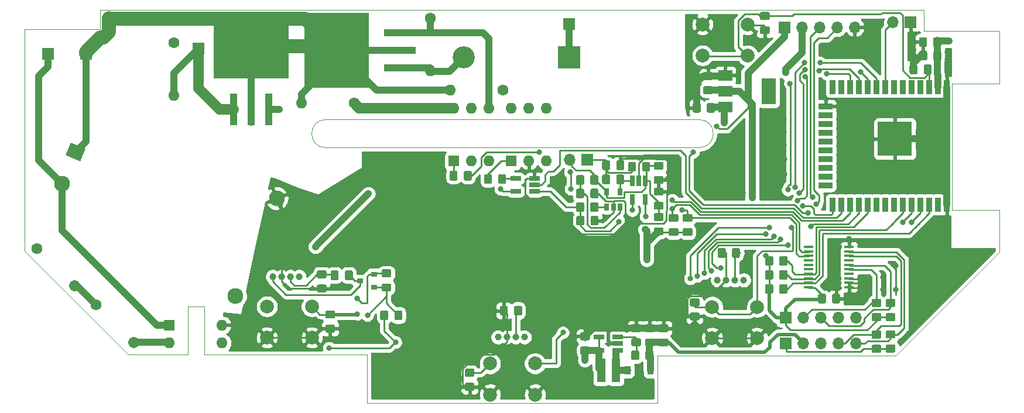
<source format=gbr>
G04 #@! TF.GenerationSoftware,KiCad,Pcbnew,(5.1.5)-3*
G04 #@! TF.CreationDate,2020-02-08T14:47:08+01:00*
G04 #@! TF.ProjectId,SenseEHajo,53656e73-6545-4486-916a-6f2e6b696361,rev?*
G04 #@! TF.SameCoordinates,PX55061d0PY277be90*
G04 #@! TF.FileFunction,Copper,L1,Top*
G04 #@! TF.FilePolarity,Positive*
%FSLAX46Y46*%
G04 Gerber Fmt 4.6, Leading zero omitted, Abs format (unit mm)*
G04 Created by KiCad (PCBNEW (5.1.5)-3) date 2020-02-08 14:47:08*
%MOMM*%
%LPD*%
G04 APERTURE LIST*
%ADD10C,0.050000*%
%ADD11C,0.150000*%
%ADD12C,1.600000*%
%ADD13C,1.600000*%
%ADD14O,1.600000X1.600000*%
%ADD15R,1.600000X1.600000*%
%ADD16R,1.560000X0.650000*%
%ADD17R,0.900000X1.200000*%
%ADD18R,1.300000X3.400000*%
%ADD19R,2.000000X1.500000*%
%ADD20R,2.000000X3.800000*%
%ADD21R,1.700000X1.700000*%
%ADD22C,2.300000*%
%ADD23R,1.450000X0.450000*%
%ADD24R,5.000000X5.000000*%
%ADD25R,0.900000X2.000000*%
%ADD26R,2.000000X0.900000*%
%ADD27O,1.700000X1.700000*%
%ADD28C,2.000000*%
%ADD29R,3.200000X3.200000*%
%ADD30O,3.200000X3.200000*%
%ADD31R,0.650000X1.560000*%
%ADD32C,1.000000*%
%ADD33R,0.900000X0.800000*%
%ADD34R,4.600000X1.100000*%
%ADD35R,9.400000X10.800000*%
%ADD36R,10.800000X9.400000*%
%ADD37R,1.100000X4.600000*%
%ADD38R,0.650000X1.060000*%
%ADD39C,0.800000*%
%ADD40C,0.250000*%
%ADD41C,0.500000*%
%ADD42C,1.000000*%
%ADD43C,1.500000*%
%ADD44C,2.000000*%
%ADD45C,0.254000*%
G04 APERTURE END LIST*
D10*
X-51054000Y-28829000D02*
X-42392600Y-28829000D01*
X-40081200Y-21894800D02*
X-40081200Y-28829000D01*
X-42392600Y-21894800D02*
X-40081200Y-21894800D01*
X-42392600Y-28829000D02*
X-42392600Y-21894800D01*
X29514800Y21056600D02*
X29489400Y21082000D01*
X25425400Y21056600D02*
X29514800Y21056600D01*
X23266400Y5207000D02*
X31521400Y5207000D01*
X29489400Y21082000D02*
X64008000Y21082000D01*
X-12446000Y1143000D02*
X31521400Y1143000D01*
X23266400Y5207000D02*
X-12446000Y5207000D01*
X74930000Y-13970000D02*
X59944000Y-28956000D01*
X-16510000Y-35814000D02*
X-16510000Y-28829000D01*
X64008000Y21082000D02*
X64008000Y18034000D01*
X64008000Y18034000D02*
X74930000Y18034000D01*
X25527000Y-35814000D02*
X-16510000Y-35814000D01*
X-66040000Y-13843000D02*
X-66040000Y18288000D01*
X74930000Y10414000D02*
X68072000Y10414000D01*
X74930000Y-7874000D02*
X74930000Y-13970000D01*
X68072000Y-7874000D02*
X74930000Y-7874000D01*
X68072000Y10414000D02*
X68072000Y-7874000D01*
X74930000Y18034000D02*
X74930000Y10414000D01*
X31521400Y5207000D02*
G75*
G02X31521400Y1143000I0J-2032000D01*
G01*
X-12446000Y1143000D02*
X-22479000Y1143000D01*
X-22479000Y5207000D02*
X-12446000Y5207000D01*
X-22479000Y1143000D02*
G75*
G02X-22479000Y5207000I0J2032000D01*
G01*
X-51054000Y-28829000D02*
X-66040000Y-13843000D01*
X-16510000Y-28829000D02*
X-40081200Y-28829000D01*
X25527000Y-28956000D02*
X25527000Y-35814000D01*
X-55118000Y18288000D02*
X-55118000Y21082000D01*
X-66040000Y18288000D02*
X-55118000Y18288000D01*
X25425400Y21056600D02*
X-55118000Y21082000D01*
X59944000Y-28956000D02*
X25527000Y-28956000D01*
G04 #@! TA.AperFunction,SMDPad,CuDef*
D11*
G36*
X-11639295Y-22415204D02*
G01*
X-11615027Y-22418804D01*
X-11591228Y-22424765D01*
X-11568129Y-22433030D01*
X-11545950Y-22443520D01*
X-11524907Y-22456132D01*
X-11505201Y-22470747D01*
X-11487023Y-22487223D01*
X-11470547Y-22505401D01*
X-11455932Y-22525107D01*
X-11443320Y-22546150D01*
X-11432830Y-22568329D01*
X-11424565Y-22591428D01*
X-11418604Y-22615227D01*
X-11415004Y-22639495D01*
X-11413800Y-22663999D01*
X-11413800Y-23564001D01*
X-11415004Y-23588505D01*
X-11418604Y-23612773D01*
X-11424565Y-23636572D01*
X-11432830Y-23659671D01*
X-11443320Y-23681850D01*
X-11455932Y-23702893D01*
X-11470547Y-23722599D01*
X-11487023Y-23740777D01*
X-11505201Y-23757253D01*
X-11524907Y-23771868D01*
X-11545950Y-23784480D01*
X-11568129Y-23794970D01*
X-11591228Y-23803235D01*
X-11615027Y-23809196D01*
X-11639295Y-23812796D01*
X-11663799Y-23814000D01*
X-12313801Y-23814000D01*
X-12338305Y-23812796D01*
X-12362573Y-23809196D01*
X-12386372Y-23803235D01*
X-12409471Y-23794970D01*
X-12431650Y-23784480D01*
X-12452693Y-23771868D01*
X-12472399Y-23757253D01*
X-12490577Y-23740777D01*
X-12507053Y-23722599D01*
X-12521668Y-23702893D01*
X-12534280Y-23681850D01*
X-12544770Y-23659671D01*
X-12553035Y-23636572D01*
X-12558996Y-23612773D01*
X-12562596Y-23588505D01*
X-12563800Y-23564001D01*
X-12563800Y-22663999D01*
X-12562596Y-22639495D01*
X-12558996Y-22615227D01*
X-12553035Y-22591428D01*
X-12544770Y-22568329D01*
X-12534280Y-22546150D01*
X-12521668Y-22525107D01*
X-12507053Y-22505401D01*
X-12490577Y-22487223D01*
X-12472399Y-22470747D01*
X-12452693Y-22456132D01*
X-12431650Y-22443520D01*
X-12409471Y-22433030D01*
X-12386372Y-22424765D01*
X-12362573Y-22418804D01*
X-12338305Y-22415204D01*
X-12313801Y-22414000D01*
X-11663799Y-22414000D01*
X-11639295Y-22415204D01*
G37*
G04 #@! TD.AperFunction*
G04 #@! TA.AperFunction,SMDPad,CuDef*
G36*
X-13689295Y-22415204D02*
G01*
X-13665027Y-22418804D01*
X-13641228Y-22424765D01*
X-13618129Y-22433030D01*
X-13595950Y-22443520D01*
X-13574907Y-22456132D01*
X-13555201Y-22470747D01*
X-13537023Y-22487223D01*
X-13520547Y-22505401D01*
X-13505932Y-22525107D01*
X-13493320Y-22546150D01*
X-13482830Y-22568329D01*
X-13474565Y-22591428D01*
X-13468604Y-22615227D01*
X-13465004Y-22639495D01*
X-13463800Y-22663999D01*
X-13463800Y-23564001D01*
X-13465004Y-23588505D01*
X-13468604Y-23612773D01*
X-13474565Y-23636572D01*
X-13482830Y-23659671D01*
X-13493320Y-23681850D01*
X-13505932Y-23702893D01*
X-13520547Y-23722599D01*
X-13537023Y-23740777D01*
X-13555201Y-23757253D01*
X-13574907Y-23771868D01*
X-13595950Y-23784480D01*
X-13618129Y-23794970D01*
X-13641228Y-23803235D01*
X-13665027Y-23809196D01*
X-13689295Y-23812796D01*
X-13713799Y-23814000D01*
X-14363801Y-23814000D01*
X-14388305Y-23812796D01*
X-14412573Y-23809196D01*
X-14436372Y-23803235D01*
X-14459471Y-23794970D01*
X-14481650Y-23784480D01*
X-14502693Y-23771868D01*
X-14522399Y-23757253D01*
X-14540577Y-23740777D01*
X-14557053Y-23722599D01*
X-14571668Y-23702893D01*
X-14584280Y-23681850D01*
X-14594770Y-23659671D01*
X-14603035Y-23636572D01*
X-14608996Y-23612773D01*
X-14612596Y-23588505D01*
X-14613800Y-23564001D01*
X-14613800Y-22663999D01*
X-14612596Y-22639495D01*
X-14608996Y-22615227D01*
X-14603035Y-22591428D01*
X-14594770Y-22568329D01*
X-14584280Y-22546150D01*
X-14571668Y-22525107D01*
X-14557053Y-22505401D01*
X-14540577Y-22487223D01*
X-14522399Y-22470747D01*
X-14502693Y-22456132D01*
X-14481650Y-22443520D01*
X-14459471Y-22433030D01*
X-14436372Y-22424765D01*
X-14412573Y-22418804D01*
X-14388305Y-22415204D01*
X-14363801Y-22414000D01*
X-13713799Y-22414000D01*
X-13689295Y-22415204D01*
G37*
G04 #@! TD.AperFunction*
D12*
X-58873846Y-18824754D02*
X-58873846Y-18824754D01*
D13*
X-64262000Y-13436600D03*
D12*
X-50314046Y-27003554D02*
X-50314046Y-27003554D01*
D13*
X-55702200Y-21615400D03*
D14*
X-37465000Y-24561800D03*
X-45085000Y-27101800D03*
X-37465000Y-27101800D03*
D15*
X-45085000Y-24561800D03*
G04 #@! TA.AperFunction,SMDPad,CuDef*
D11*
G36*
X66305905Y15151396D02*
G01*
X66330173Y15147796D01*
X66353972Y15141835D01*
X66377071Y15133570D01*
X66399250Y15123080D01*
X66420293Y15110468D01*
X66439999Y15095853D01*
X66458177Y15079377D01*
X66474653Y15061199D01*
X66489268Y15041493D01*
X66501880Y15020450D01*
X66512370Y14998271D01*
X66520635Y14975172D01*
X66526596Y14951373D01*
X66530196Y14927105D01*
X66531400Y14902601D01*
X66531400Y14002599D01*
X66530196Y13978095D01*
X66526596Y13953827D01*
X66520635Y13930028D01*
X66512370Y13906929D01*
X66501880Y13884750D01*
X66489268Y13863707D01*
X66474653Y13844001D01*
X66458177Y13825823D01*
X66439999Y13809347D01*
X66420293Y13794732D01*
X66399250Y13782120D01*
X66377071Y13771630D01*
X66353972Y13763365D01*
X66330173Y13757404D01*
X66305905Y13753804D01*
X66281401Y13752600D01*
X65631399Y13752600D01*
X65606895Y13753804D01*
X65582627Y13757404D01*
X65558828Y13763365D01*
X65535729Y13771630D01*
X65513550Y13782120D01*
X65492507Y13794732D01*
X65472801Y13809347D01*
X65454623Y13825823D01*
X65438147Y13844001D01*
X65423532Y13863707D01*
X65410920Y13884750D01*
X65400430Y13906929D01*
X65392165Y13930028D01*
X65386204Y13953827D01*
X65382604Y13978095D01*
X65381400Y14002599D01*
X65381400Y14902601D01*
X65382604Y14927105D01*
X65386204Y14951373D01*
X65392165Y14975172D01*
X65400430Y14998271D01*
X65410920Y15020450D01*
X65423532Y15041493D01*
X65438147Y15061199D01*
X65454623Y15079377D01*
X65472801Y15095853D01*
X65492507Y15110468D01*
X65513550Y15123080D01*
X65535729Y15133570D01*
X65558828Y15141835D01*
X65582627Y15147796D01*
X65606895Y15151396D01*
X65631399Y15152600D01*
X66281401Y15152600D01*
X66305905Y15151396D01*
G37*
G04 #@! TD.AperFunction*
G04 #@! TA.AperFunction,SMDPad,CuDef*
G36*
X64255905Y15151396D02*
G01*
X64280173Y15147796D01*
X64303972Y15141835D01*
X64327071Y15133570D01*
X64349250Y15123080D01*
X64370293Y15110468D01*
X64389999Y15095853D01*
X64408177Y15079377D01*
X64424653Y15061199D01*
X64439268Y15041493D01*
X64451880Y15020450D01*
X64462370Y14998271D01*
X64470635Y14975172D01*
X64476596Y14951373D01*
X64480196Y14927105D01*
X64481400Y14902601D01*
X64481400Y14002599D01*
X64480196Y13978095D01*
X64476596Y13953827D01*
X64470635Y13930028D01*
X64462370Y13906929D01*
X64451880Y13884750D01*
X64439268Y13863707D01*
X64424653Y13844001D01*
X64408177Y13825823D01*
X64389999Y13809347D01*
X64370293Y13794732D01*
X64349250Y13782120D01*
X64327071Y13771630D01*
X64303972Y13763365D01*
X64280173Y13757404D01*
X64255905Y13753804D01*
X64231401Y13752600D01*
X63581399Y13752600D01*
X63556895Y13753804D01*
X63532627Y13757404D01*
X63508828Y13763365D01*
X63485729Y13771630D01*
X63463550Y13782120D01*
X63442507Y13794732D01*
X63422801Y13809347D01*
X63404623Y13825823D01*
X63388147Y13844001D01*
X63373532Y13863707D01*
X63360920Y13884750D01*
X63350430Y13906929D01*
X63342165Y13930028D01*
X63336204Y13953827D01*
X63332604Y13978095D01*
X63331400Y14002599D01*
X63331400Y14902601D01*
X63332604Y14927105D01*
X63336204Y14951373D01*
X63342165Y14975172D01*
X63350430Y14998271D01*
X63360920Y15020450D01*
X63373532Y15041493D01*
X63388147Y15061199D01*
X63404623Y15079377D01*
X63422801Y15095853D01*
X63442507Y15110468D01*
X63463550Y15123080D01*
X63485729Y15133570D01*
X63508828Y15141835D01*
X63532627Y15147796D01*
X63556895Y15151396D01*
X63581399Y15152600D01*
X64231401Y15152600D01*
X64255905Y15151396D01*
G37*
G04 #@! TD.AperFunction*
G04 #@! TA.AperFunction,SMDPad,CuDef*
G36*
X66296905Y17132596D02*
G01*
X66321173Y17128996D01*
X66344972Y17123035D01*
X66368071Y17114770D01*
X66390250Y17104280D01*
X66411293Y17091668D01*
X66430999Y17077053D01*
X66449177Y17060577D01*
X66465653Y17042399D01*
X66480268Y17022693D01*
X66492880Y17001650D01*
X66503370Y16979471D01*
X66511635Y16956372D01*
X66517596Y16932573D01*
X66521196Y16908305D01*
X66522400Y16883801D01*
X66522400Y15983799D01*
X66521196Y15959295D01*
X66517596Y15935027D01*
X66511635Y15911228D01*
X66503370Y15888129D01*
X66492880Y15865950D01*
X66480268Y15844907D01*
X66465653Y15825201D01*
X66449177Y15807023D01*
X66430999Y15790547D01*
X66411293Y15775932D01*
X66390250Y15763320D01*
X66368071Y15752830D01*
X66344972Y15744565D01*
X66321173Y15738604D01*
X66296905Y15735004D01*
X66272401Y15733800D01*
X65622399Y15733800D01*
X65597895Y15735004D01*
X65573627Y15738604D01*
X65549828Y15744565D01*
X65526729Y15752830D01*
X65504550Y15763320D01*
X65483507Y15775932D01*
X65463801Y15790547D01*
X65445623Y15807023D01*
X65429147Y15825201D01*
X65414532Y15844907D01*
X65401920Y15865950D01*
X65391430Y15888129D01*
X65383165Y15911228D01*
X65377204Y15935027D01*
X65373604Y15959295D01*
X65372400Y15983799D01*
X65372400Y16883801D01*
X65373604Y16908305D01*
X65377204Y16932573D01*
X65383165Y16956372D01*
X65391430Y16979471D01*
X65401920Y17001650D01*
X65414532Y17022693D01*
X65429147Y17042399D01*
X65445623Y17060577D01*
X65463801Y17077053D01*
X65483507Y17091668D01*
X65504550Y17104280D01*
X65526729Y17114770D01*
X65549828Y17123035D01*
X65573627Y17128996D01*
X65597895Y17132596D01*
X65622399Y17133800D01*
X66272401Y17133800D01*
X66296905Y17132596D01*
G37*
G04 #@! TD.AperFunction*
G04 #@! TA.AperFunction,SMDPad,CuDef*
G36*
X64246905Y17132596D02*
G01*
X64271173Y17128996D01*
X64294972Y17123035D01*
X64318071Y17114770D01*
X64340250Y17104280D01*
X64361293Y17091668D01*
X64380999Y17077053D01*
X64399177Y17060577D01*
X64415653Y17042399D01*
X64430268Y17022693D01*
X64442880Y17001650D01*
X64453370Y16979471D01*
X64461635Y16956372D01*
X64467596Y16932573D01*
X64471196Y16908305D01*
X64472400Y16883801D01*
X64472400Y15983799D01*
X64471196Y15959295D01*
X64467596Y15935027D01*
X64461635Y15911228D01*
X64453370Y15888129D01*
X64442880Y15865950D01*
X64430268Y15844907D01*
X64415653Y15825201D01*
X64399177Y15807023D01*
X64380999Y15790547D01*
X64361293Y15775932D01*
X64340250Y15763320D01*
X64318071Y15752830D01*
X64294972Y15744565D01*
X64271173Y15738604D01*
X64246905Y15735004D01*
X64222401Y15733800D01*
X63572399Y15733800D01*
X63547895Y15735004D01*
X63523627Y15738604D01*
X63499828Y15744565D01*
X63476729Y15752830D01*
X63454550Y15763320D01*
X63433507Y15775932D01*
X63413801Y15790547D01*
X63395623Y15807023D01*
X63379147Y15825201D01*
X63364532Y15844907D01*
X63351920Y15865950D01*
X63341430Y15888129D01*
X63333165Y15911228D01*
X63327204Y15935027D01*
X63323604Y15959295D01*
X63322400Y15983799D01*
X63322400Y16883801D01*
X63323604Y16908305D01*
X63327204Y16932573D01*
X63333165Y16956372D01*
X63341430Y16979471D01*
X63351920Y17001650D01*
X63364532Y17022693D01*
X63379147Y17042399D01*
X63395623Y17060577D01*
X63413801Y17077053D01*
X63433507Y17091668D01*
X63454550Y17104280D01*
X63476729Y17114770D01*
X63499828Y17123035D01*
X63523627Y17128996D01*
X63547895Y17132596D01*
X63572399Y17133800D01*
X64222401Y17133800D01*
X64246905Y17132596D01*
G37*
G04 #@! TD.AperFunction*
G04 #@! TA.AperFunction,SMDPad,CuDef*
G36*
X49625505Y-20002204D02*
G01*
X49649773Y-20005804D01*
X49673572Y-20011765D01*
X49696671Y-20020030D01*
X49718850Y-20030520D01*
X49739893Y-20043132D01*
X49759599Y-20057747D01*
X49777777Y-20074223D01*
X49794253Y-20092401D01*
X49808868Y-20112107D01*
X49821480Y-20133150D01*
X49831970Y-20155329D01*
X49840235Y-20178428D01*
X49846196Y-20202227D01*
X49849796Y-20226495D01*
X49851000Y-20250999D01*
X49851000Y-21151001D01*
X49849796Y-21175505D01*
X49846196Y-21199773D01*
X49840235Y-21223572D01*
X49831970Y-21246671D01*
X49821480Y-21268850D01*
X49808868Y-21289893D01*
X49794253Y-21309599D01*
X49777777Y-21327777D01*
X49759599Y-21344253D01*
X49739893Y-21358868D01*
X49718850Y-21371480D01*
X49696671Y-21381970D01*
X49673572Y-21390235D01*
X49649773Y-21396196D01*
X49625505Y-21399796D01*
X49601001Y-21401000D01*
X48950999Y-21401000D01*
X48926495Y-21399796D01*
X48902227Y-21396196D01*
X48878428Y-21390235D01*
X48855329Y-21381970D01*
X48833150Y-21371480D01*
X48812107Y-21358868D01*
X48792401Y-21344253D01*
X48774223Y-21327777D01*
X48757747Y-21309599D01*
X48743132Y-21289893D01*
X48730520Y-21268850D01*
X48720030Y-21246671D01*
X48711765Y-21223572D01*
X48705804Y-21199773D01*
X48702204Y-21175505D01*
X48701000Y-21151001D01*
X48701000Y-20250999D01*
X48702204Y-20226495D01*
X48705804Y-20202227D01*
X48711765Y-20178428D01*
X48720030Y-20155329D01*
X48730520Y-20133150D01*
X48743132Y-20112107D01*
X48757747Y-20092401D01*
X48774223Y-20074223D01*
X48792401Y-20057747D01*
X48812107Y-20043132D01*
X48833150Y-20030520D01*
X48855329Y-20020030D01*
X48878428Y-20011765D01*
X48902227Y-20005804D01*
X48926495Y-20002204D01*
X48950999Y-20001000D01*
X49601001Y-20001000D01*
X49625505Y-20002204D01*
G37*
G04 #@! TD.AperFunction*
G04 #@! TA.AperFunction,SMDPad,CuDef*
G36*
X51675505Y-20002204D02*
G01*
X51699773Y-20005804D01*
X51723572Y-20011765D01*
X51746671Y-20020030D01*
X51768850Y-20030520D01*
X51789893Y-20043132D01*
X51809599Y-20057747D01*
X51827777Y-20074223D01*
X51844253Y-20092401D01*
X51858868Y-20112107D01*
X51871480Y-20133150D01*
X51881970Y-20155329D01*
X51890235Y-20178428D01*
X51896196Y-20202227D01*
X51899796Y-20226495D01*
X51901000Y-20250999D01*
X51901000Y-21151001D01*
X51899796Y-21175505D01*
X51896196Y-21199773D01*
X51890235Y-21223572D01*
X51881970Y-21246671D01*
X51871480Y-21268850D01*
X51858868Y-21289893D01*
X51844253Y-21309599D01*
X51827777Y-21327777D01*
X51809599Y-21344253D01*
X51789893Y-21358868D01*
X51768850Y-21371480D01*
X51746671Y-21381970D01*
X51723572Y-21390235D01*
X51699773Y-21396196D01*
X51675505Y-21399796D01*
X51651001Y-21401000D01*
X51000999Y-21401000D01*
X50976495Y-21399796D01*
X50952227Y-21396196D01*
X50928428Y-21390235D01*
X50905329Y-21381970D01*
X50883150Y-21371480D01*
X50862107Y-21358868D01*
X50842401Y-21344253D01*
X50824223Y-21327777D01*
X50807747Y-21309599D01*
X50793132Y-21289893D01*
X50780520Y-21268850D01*
X50770030Y-21246671D01*
X50761765Y-21223572D01*
X50755804Y-21199773D01*
X50752204Y-21175505D01*
X50751000Y-21151001D01*
X50751000Y-20250999D01*
X50752204Y-20226495D01*
X50755804Y-20202227D01*
X50761765Y-20178428D01*
X50770030Y-20155329D01*
X50780520Y-20133150D01*
X50793132Y-20112107D01*
X50807747Y-20092401D01*
X50824223Y-20074223D01*
X50842401Y-20057747D01*
X50862107Y-20043132D01*
X50883150Y-20030520D01*
X50905329Y-20020030D01*
X50928428Y-20011765D01*
X50952227Y-20005804D01*
X50976495Y-20002204D01*
X51000999Y-20001000D01*
X51651001Y-20001000D01*
X51675505Y-20002204D01*
G37*
G04 #@! TD.AperFunction*
D16*
X17035800Y-28178800D03*
X17035800Y-26278800D03*
X19735800Y-26278800D03*
X19735800Y-27228800D03*
X19735800Y-28178800D03*
D17*
X21158200Y-31089600D03*
X24458200Y-31089600D03*
D18*
X19448200Y-31115000D03*
X17348200Y-31115000D03*
D19*
X35305600Y11621800D03*
X35305600Y7021800D03*
X35305600Y9321800D03*
D20*
X41605600Y9321800D03*
D14*
X-44475400Y8712200D03*
D13*
X-44475400Y16332200D03*
D14*
X-4445000Y9499600D03*
D13*
X3175000Y9499600D03*
D14*
X-7366000Y12293600D03*
D13*
X-7366000Y19913600D03*
D14*
X-26009600Y7569200D03*
D13*
X-18389600Y7569200D03*
D14*
X4343400Y6832600D03*
X9423400Y-787400D03*
X6883400Y6832600D03*
X6883400Y-787400D03*
X9423400Y6832600D03*
D15*
X4343400Y-787400D03*
D14*
X-3937000Y6832600D03*
X1143000Y-787400D03*
X-1397000Y6832600D03*
X-1397000Y-787400D03*
X1143000Y6832600D03*
D15*
X-3937000Y-787400D03*
G04 #@! TA.AperFunction,SMDPad,CuDef*
D11*
G36*
X-18802095Y-16624004D02*
G01*
X-18777827Y-16627604D01*
X-18754028Y-16633565D01*
X-18730929Y-16641830D01*
X-18708750Y-16652320D01*
X-18687707Y-16664932D01*
X-18668001Y-16679547D01*
X-18649823Y-16696023D01*
X-18633347Y-16714201D01*
X-18618732Y-16733907D01*
X-18606120Y-16754950D01*
X-18595630Y-16777129D01*
X-18587365Y-16800228D01*
X-18581404Y-16824027D01*
X-18577804Y-16848295D01*
X-18576600Y-16872799D01*
X-18576600Y-17772801D01*
X-18577804Y-17797305D01*
X-18581404Y-17821573D01*
X-18587365Y-17845372D01*
X-18595630Y-17868471D01*
X-18606120Y-17890650D01*
X-18618732Y-17911693D01*
X-18633347Y-17931399D01*
X-18649823Y-17949577D01*
X-18668001Y-17966053D01*
X-18687707Y-17980668D01*
X-18708750Y-17993280D01*
X-18730929Y-18003770D01*
X-18754028Y-18012035D01*
X-18777827Y-18017996D01*
X-18802095Y-18021596D01*
X-18826599Y-18022800D01*
X-19476601Y-18022800D01*
X-19501105Y-18021596D01*
X-19525373Y-18017996D01*
X-19549172Y-18012035D01*
X-19572271Y-18003770D01*
X-19594450Y-17993280D01*
X-19615493Y-17980668D01*
X-19635199Y-17966053D01*
X-19653377Y-17949577D01*
X-19669853Y-17931399D01*
X-19684468Y-17911693D01*
X-19697080Y-17890650D01*
X-19707570Y-17868471D01*
X-19715835Y-17845372D01*
X-19721796Y-17821573D01*
X-19725396Y-17797305D01*
X-19726600Y-17772801D01*
X-19726600Y-16872799D01*
X-19725396Y-16848295D01*
X-19721796Y-16824027D01*
X-19715835Y-16800228D01*
X-19707570Y-16777129D01*
X-19697080Y-16754950D01*
X-19684468Y-16733907D01*
X-19669853Y-16714201D01*
X-19653377Y-16696023D01*
X-19635199Y-16679547D01*
X-19615493Y-16664932D01*
X-19594450Y-16652320D01*
X-19572271Y-16641830D01*
X-19549172Y-16633565D01*
X-19525373Y-16627604D01*
X-19501105Y-16624004D01*
X-19476601Y-16622800D01*
X-18826599Y-16622800D01*
X-18802095Y-16624004D01*
G37*
G04 #@! TD.AperFunction*
G04 #@! TA.AperFunction,SMDPad,CuDef*
G36*
X-20852095Y-16624004D02*
G01*
X-20827827Y-16627604D01*
X-20804028Y-16633565D01*
X-20780929Y-16641830D01*
X-20758750Y-16652320D01*
X-20737707Y-16664932D01*
X-20718001Y-16679547D01*
X-20699823Y-16696023D01*
X-20683347Y-16714201D01*
X-20668732Y-16733907D01*
X-20656120Y-16754950D01*
X-20645630Y-16777129D01*
X-20637365Y-16800228D01*
X-20631404Y-16824027D01*
X-20627804Y-16848295D01*
X-20626600Y-16872799D01*
X-20626600Y-17772801D01*
X-20627804Y-17797305D01*
X-20631404Y-17821573D01*
X-20637365Y-17845372D01*
X-20645630Y-17868471D01*
X-20656120Y-17890650D01*
X-20668732Y-17911693D01*
X-20683347Y-17931399D01*
X-20699823Y-17949577D01*
X-20718001Y-17966053D01*
X-20737707Y-17980668D01*
X-20758750Y-17993280D01*
X-20780929Y-18003770D01*
X-20804028Y-18012035D01*
X-20827827Y-18017996D01*
X-20852095Y-18021596D01*
X-20876599Y-18022800D01*
X-21526601Y-18022800D01*
X-21551105Y-18021596D01*
X-21575373Y-18017996D01*
X-21599172Y-18012035D01*
X-21622271Y-18003770D01*
X-21644450Y-17993280D01*
X-21665493Y-17980668D01*
X-21685199Y-17966053D01*
X-21703377Y-17949577D01*
X-21719853Y-17931399D01*
X-21734468Y-17911693D01*
X-21747080Y-17890650D01*
X-21757570Y-17868471D01*
X-21765835Y-17845372D01*
X-21771796Y-17821573D01*
X-21775396Y-17797305D01*
X-21776600Y-17772801D01*
X-21776600Y-16872799D01*
X-21775396Y-16848295D01*
X-21771796Y-16824027D01*
X-21765835Y-16800228D01*
X-21757570Y-16777129D01*
X-21747080Y-16754950D01*
X-21734468Y-16733907D01*
X-21719853Y-16714201D01*
X-21703377Y-16696023D01*
X-21685199Y-16679547D01*
X-21665493Y-16664932D01*
X-21644450Y-16652320D01*
X-21622271Y-16641830D01*
X-21599172Y-16633565D01*
X-21575373Y-16627604D01*
X-21551105Y-16624004D01*
X-21526601Y-16622800D01*
X-20876599Y-16622800D01*
X-20852095Y-16624004D01*
G37*
G04 #@! TD.AperFunction*
D21*
X-40894000Y15494000D03*
X12700000Y19050000D03*
D22*
X-29579355Y-6192870D03*
G04 #@! TA.AperFunction,ComponentPad*
D11*
G36*
X-60123312Y36836D02*
G01*
X-59341849Y1877846D01*
X-57224688Y979164D01*
X-58006151Y-861846D01*
X-60123312Y36836D01*
G37*
G04 #@! TD.AperFunction*
D22*
X-60627656Y-4094524D03*
X-35596615Y-20368645D03*
D23*
X53194800Y-19074200D03*
X53194800Y-18424200D03*
X53194800Y-17774200D03*
X53194800Y-17124200D03*
X53194800Y-16474200D03*
X53194800Y-15824200D03*
X53194800Y-15174200D03*
X53194800Y-14524200D03*
X53194800Y-13874200D03*
X53194800Y-13224200D03*
X47294800Y-13224200D03*
X47294800Y-13874200D03*
X47294800Y-14524200D03*
X47294800Y-15174200D03*
X47294800Y-15824200D03*
X47294800Y-16474200D03*
X47294800Y-17124200D03*
X47294800Y-17774200D03*
X47294800Y-18424200D03*
X47294800Y-19074200D03*
D24*
X59817000Y2413000D03*
D25*
X67317000Y9913000D03*
X66047000Y9913000D03*
X64777000Y9913000D03*
X63507000Y9913000D03*
X62237000Y9913000D03*
X60967000Y9913000D03*
X59697000Y9913000D03*
X58427000Y9913000D03*
X57157000Y9913000D03*
X55887000Y9913000D03*
X54617000Y9913000D03*
X53347000Y9913000D03*
X52077000Y9913000D03*
X50807000Y9913000D03*
D26*
X49807000Y7128000D03*
X49807000Y5858000D03*
X49807000Y4588000D03*
X49807000Y3318000D03*
X49807000Y2048000D03*
X49807000Y778000D03*
X49807000Y-492000D03*
X49807000Y-1762000D03*
X49807000Y-3032000D03*
X49807000Y-4302000D03*
D25*
X50807000Y-7087000D03*
X52077000Y-7087000D03*
X53347000Y-7087000D03*
X54617000Y-7087000D03*
X55887000Y-7087000D03*
X57157000Y-7087000D03*
X58427000Y-7087000D03*
X59697000Y-7087000D03*
X60967000Y-7087000D03*
X62237000Y-7087000D03*
X63507000Y-7087000D03*
X64777000Y-7087000D03*
X66047000Y-7087000D03*
X67317000Y-7087000D03*
D21*
X15341600Y-635000D03*
D27*
X12801600Y-635000D03*
X59563000Y19304000D03*
D21*
X62103000Y19304000D03*
D27*
X54229000Y-23495000D03*
X51689000Y-23495000D03*
X49149000Y-23495000D03*
X46609000Y-23495000D03*
D21*
X44069000Y-23495000D03*
X44069000Y-27178000D03*
D27*
X46609000Y-27178000D03*
X49149000Y-27178000D03*
X51689000Y-27178000D03*
X54229000Y-27178000D03*
D21*
X-57150000Y14732000D03*
X-62611000Y14732000D03*
D28*
X32004000Y14478000D03*
X32004000Y18978000D03*
X38504000Y14478000D03*
X38504000Y18978000D03*
X39901000Y-21916000D03*
X39901000Y-26416000D03*
X33401000Y-21916000D03*
X33401000Y-26416000D03*
X7770000Y-30099000D03*
X7770000Y-34599000D03*
X1270000Y-30099000D03*
X1270000Y-34599000D03*
X-30988000Y-26344000D03*
X-30988000Y-21844000D03*
X-24488000Y-26344000D03*
X-24488000Y-21844000D03*
G04 #@! TA.AperFunction,SMDPad,CuDef*
D11*
G36*
X41495505Y20775796D02*
G01*
X41519773Y20772196D01*
X41543572Y20766235D01*
X41566671Y20757970D01*
X41588850Y20747480D01*
X41609893Y20734868D01*
X41629599Y20720253D01*
X41647777Y20703777D01*
X41664253Y20685599D01*
X41678868Y20665893D01*
X41691480Y20644850D01*
X41701970Y20622671D01*
X41710235Y20599572D01*
X41716196Y20575773D01*
X41719796Y20551505D01*
X41721000Y20527001D01*
X41721000Y19876999D01*
X41719796Y19852495D01*
X41716196Y19828227D01*
X41710235Y19804428D01*
X41701970Y19781329D01*
X41691480Y19759150D01*
X41678868Y19738107D01*
X41664253Y19718401D01*
X41647777Y19700223D01*
X41629599Y19683747D01*
X41609893Y19669132D01*
X41588850Y19656520D01*
X41566671Y19646030D01*
X41543572Y19637765D01*
X41519773Y19631804D01*
X41495505Y19628204D01*
X41471001Y19627000D01*
X40570999Y19627000D01*
X40546495Y19628204D01*
X40522227Y19631804D01*
X40498428Y19637765D01*
X40475329Y19646030D01*
X40453150Y19656520D01*
X40432107Y19669132D01*
X40412401Y19683747D01*
X40394223Y19700223D01*
X40377747Y19718401D01*
X40363132Y19738107D01*
X40350520Y19759150D01*
X40340030Y19781329D01*
X40331765Y19804428D01*
X40325804Y19828227D01*
X40322204Y19852495D01*
X40321000Y19876999D01*
X40321000Y20527001D01*
X40322204Y20551505D01*
X40325804Y20575773D01*
X40331765Y20599572D01*
X40340030Y20622671D01*
X40350520Y20644850D01*
X40363132Y20665893D01*
X40377747Y20685599D01*
X40394223Y20703777D01*
X40412401Y20720253D01*
X40432107Y20734868D01*
X40453150Y20747480D01*
X40475329Y20757970D01*
X40498428Y20766235D01*
X40522227Y20772196D01*
X40546495Y20775796D01*
X40570999Y20777000D01*
X41471001Y20777000D01*
X41495505Y20775796D01*
G37*
G04 #@! TD.AperFunction*
G04 #@! TA.AperFunction,SMDPad,CuDef*
G36*
X41495505Y18725796D02*
G01*
X41519773Y18722196D01*
X41543572Y18716235D01*
X41566671Y18707970D01*
X41588850Y18697480D01*
X41609893Y18684868D01*
X41629599Y18670253D01*
X41647777Y18653777D01*
X41664253Y18635599D01*
X41678868Y18615893D01*
X41691480Y18594850D01*
X41701970Y18572671D01*
X41710235Y18549572D01*
X41716196Y18525773D01*
X41719796Y18501505D01*
X41721000Y18477001D01*
X41721000Y17826999D01*
X41719796Y17802495D01*
X41716196Y17778227D01*
X41710235Y17754428D01*
X41701970Y17731329D01*
X41691480Y17709150D01*
X41678868Y17688107D01*
X41664253Y17668401D01*
X41647777Y17650223D01*
X41629599Y17633747D01*
X41609893Y17619132D01*
X41588850Y17606520D01*
X41566671Y17596030D01*
X41543572Y17587765D01*
X41519773Y17581804D01*
X41495505Y17578204D01*
X41471001Y17577000D01*
X40570999Y17577000D01*
X40546495Y17578204D01*
X40522227Y17581804D01*
X40498428Y17587765D01*
X40475329Y17596030D01*
X40453150Y17606520D01*
X40432107Y17619132D01*
X40412401Y17633747D01*
X40394223Y17650223D01*
X40377747Y17668401D01*
X40363132Y17688107D01*
X40350520Y17709150D01*
X40340030Y17731329D01*
X40331765Y17754428D01*
X40325804Y17778227D01*
X40322204Y17802495D01*
X40321000Y17826999D01*
X40321000Y18477001D01*
X40322204Y18501505D01*
X40325804Y18525773D01*
X40331765Y18549572D01*
X40340030Y18572671D01*
X40350520Y18594850D01*
X40363132Y18615893D01*
X40377747Y18635599D01*
X40394223Y18653777D01*
X40412401Y18670253D01*
X40432107Y18684868D01*
X40453150Y18697480D01*
X40475329Y18707970D01*
X40498428Y18716235D01*
X40522227Y18722196D01*
X40546495Y18725796D01*
X40570999Y18727000D01*
X41471001Y18727000D01*
X41495505Y18725796D01*
G37*
G04 #@! TD.AperFunction*
G04 #@! TA.AperFunction,SMDPad,CuDef*
G36*
X26128505Y-2965804D02*
G01*
X26152773Y-2969404D01*
X26176572Y-2975365D01*
X26199671Y-2983630D01*
X26221850Y-2994120D01*
X26242893Y-3006732D01*
X26262599Y-3021347D01*
X26280777Y-3037823D01*
X26297253Y-3056001D01*
X26311868Y-3075707D01*
X26324480Y-3096750D01*
X26334970Y-3118929D01*
X26343235Y-3142028D01*
X26349196Y-3165827D01*
X26352796Y-3190095D01*
X26354000Y-3214599D01*
X26354000Y-3864601D01*
X26352796Y-3889105D01*
X26349196Y-3913373D01*
X26343235Y-3937172D01*
X26334970Y-3960271D01*
X26324480Y-3982450D01*
X26311868Y-4003493D01*
X26297253Y-4023199D01*
X26280777Y-4041377D01*
X26262599Y-4057853D01*
X26242893Y-4072468D01*
X26221850Y-4085080D01*
X26199671Y-4095570D01*
X26176572Y-4103835D01*
X26152773Y-4109796D01*
X26128505Y-4113396D01*
X26104001Y-4114600D01*
X25203999Y-4114600D01*
X25179495Y-4113396D01*
X25155227Y-4109796D01*
X25131428Y-4103835D01*
X25108329Y-4095570D01*
X25086150Y-4085080D01*
X25065107Y-4072468D01*
X25045401Y-4057853D01*
X25027223Y-4041377D01*
X25010747Y-4023199D01*
X24996132Y-4003493D01*
X24983520Y-3982450D01*
X24973030Y-3960271D01*
X24964765Y-3937172D01*
X24958804Y-3913373D01*
X24955204Y-3889105D01*
X24954000Y-3864601D01*
X24954000Y-3214599D01*
X24955204Y-3190095D01*
X24958804Y-3165827D01*
X24964765Y-3142028D01*
X24973030Y-3118929D01*
X24983520Y-3096750D01*
X24996132Y-3075707D01*
X25010747Y-3056001D01*
X25027223Y-3037823D01*
X25045401Y-3021347D01*
X25065107Y-3006732D01*
X25086150Y-2994120D01*
X25108329Y-2983630D01*
X25131428Y-2975365D01*
X25155227Y-2969404D01*
X25179495Y-2965804D01*
X25203999Y-2964600D01*
X26104001Y-2964600D01*
X26128505Y-2965804D01*
G37*
G04 #@! TD.AperFunction*
G04 #@! TA.AperFunction,SMDPad,CuDef*
G36*
X26128505Y-915804D02*
G01*
X26152773Y-919404D01*
X26176572Y-925365D01*
X26199671Y-933630D01*
X26221850Y-944120D01*
X26242893Y-956732D01*
X26262599Y-971347D01*
X26280777Y-987823D01*
X26297253Y-1006001D01*
X26311868Y-1025707D01*
X26324480Y-1046750D01*
X26334970Y-1068929D01*
X26343235Y-1092028D01*
X26349196Y-1115827D01*
X26352796Y-1140095D01*
X26354000Y-1164599D01*
X26354000Y-1814601D01*
X26352796Y-1839105D01*
X26349196Y-1863373D01*
X26343235Y-1887172D01*
X26334970Y-1910271D01*
X26324480Y-1932450D01*
X26311868Y-1953493D01*
X26297253Y-1973199D01*
X26280777Y-1991377D01*
X26262599Y-2007853D01*
X26242893Y-2022468D01*
X26221850Y-2035080D01*
X26199671Y-2045570D01*
X26176572Y-2053835D01*
X26152773Y-2059796D01*
X26128505Y-2063396D01*
X26104001Y-2064600D01*
X25203999Y-2064600D01*
X25179495Y-2063396D01*
X25155227Y-2059796D01*
X25131428Y-2053835D01*
X25108329Y-2045570D01*
X25086150Y-2035080D01*
X25065107Y-2022468D01*
X25045401Y-2007853D01*
X25027223Y-1991377D01*
X25010747Y-1973199D01*
X24996132Y-1953493D01*
X24983520Y-1932450D01*
X24973030Y-1910271D01*
X24964765Y-1887172D01*
X24958804Y-1863373D01*
X24955204Y-1839105D01*
X24954000Y-1814601D01*
X24954000Y-1164599D01*
X24955204Y-1140095D01*
X24958804Y-1115827D01*
X24964765Y-1092028D01*
X24973030Y-1068929D01*
X24983520Y-1046750D01*
X24996132Y-1025707D01*
X25010747Y-1006001D01*
X25027223Y-987823D01*
X25045401Y-971347D01*
X25065107Y-956732D01*
X25086150Y-944120D01*
X25108329Y-933630D01*
X25131428Y-925365D01*
X25155227Y-919404D01*
X25179495Y-915804D01*
X25203999Y-914600D01*
X26104001Y-914600D01*
X26128505Y-915804D01*
G37*
G04 #@! TD.AperFunction*
G04 #@! TA.AperFunction,SMDPad,CuDef*
G36*
X26128505Y-6683204D02*
G01*
X26152773Y-6686804D01*
X26176572Y-6692765D01*
X26199671Y-6701030D01*
X26221850Y-6711520D01*
X26242893Y-6724132D01*
X26262599Y-6738747D01*
X26280777Y-6755223D01*
X26297253Y-6773401D01*
X26311868Y-6793107D01*
X26324480Y-6814150D01*
X26334970Y-6836329D01*
X26343235Y-6859428D01*
X26349196Y-6883227D01*
X26352796Y-6907495D01*
X26354000Y-6931999D01*
X26354000Y-7582001D01*
X26352796Y-7606505D01*
X26349196Y-7630773D01*
X26343235Y-7654572D01*
X26334970Y-7677671D01*
X26324480Y-7699850D01*
X26311868Y-7720893D01*
X26297253Y-7740599D01*
X26280777Y-7758777D01*
X26262599Y-7775253D01*
X26242893Y-7789868D01*
X26221850Y-7802480D01*
X26199671Y-7812970D01*
X26176572Y-7821235D01*
X26152773Y-7827196D01*
X26128505Y-7830796D01*
X26104001Y-7832000D01*
X25203999Y-7832000D01*
X25179495Y-7830796D01*
X25155227Y-7827196D01*
X25131428Y-7821235D01*
X25108329Y-7812970D01*
X25086150Y-7802480D01*
X25065107Y-7789868D01*
X25045401Y-7775253D01*
X25027223Y-7758777D01*
X25010747Y-7740599D01*
X24996132Y-7720893D01*
X24983520Y-7699850D01*
X24973030Y-7677671D01*
X24964765Y-7654572D01*
X24958804Y-7630773D01*
X24955204Y-7606505D01*
X24954000Y-7582001D01*
X24954000Y-6931999D01*
X24955204Y-6907495D01*
X24958804Y-6883227D01*
X24964765Y-6859428D01*
X24973030Y-6836329D01*
X24983520Y-6814150D01*
X24996132Y-6793107D01*
X25010747Y-6773401D01*
X25027223Y-6755223D01*
X25045401Y-6738747D01*
X25065107Y-6724132D01*
X25086150Y-6711520D01*
X25108329Y-6701030D01*
X25131428Y-6692765D01*
X25155227Y-6686804D01*
X25179495Y-6683204D01*
X25203999Y-6682000D01*
X26104001Y-6682000D01*
X26128505Y-6683204D01*
G37*
G04 #@! TD.AperFunction*
G04 #@! TA.AperFunction,SMDPad,CuDef*
G36*
X26128505Y-4633204D02*
G01*
X26152773Y-4636804D01*
X26176572Y-4642765D01*
X26199671Y-4651030D01*
X26221850Y-4661520D01*
X26242893Y-4674132D01*
X26262599Y-4688747D01*
X26280777Y-4705223D01*
X26297253Y-4723401D01*
X26311868Y-4743107D01*
X26324480Y-4764150D01*
X26334970Y-4786329D01*
X26343235Y-4809428D01*
X26349196Y-4833227D01*
X26352796Y-4857495D01*
X26354000Y-4881999D01*
X26354000Y-5532001D01*
X26352796Y-5556505D01*
X26349196Y-5580773D01*
X26343235Y-5604572D01*
X26334970Y-5627671D01*
X26324480Y-5649850D01*
X26311868Y-5670893D01*
X26297253Y-5690599D01*
X26280777Y-5708777D01*
X26262599Y-5725253D01*
X26242893Y-5739868D01*
X26221850Y-5752480D01*
X26199671Y-5762970D01*
X26176572Y-5771235D01*
X26152773Y-5777196D01*
X26128505Y-5780796D01*
X26104001Y-5782000D01*
X25203999Y-5782000D01*
X25179495Y-5780796D01*
X25155227Y-5777196D01*
X25131428Y-5771235D01*
X25108329Y-5762970D01*
X25086150Y-5752480D01*
X25065107Y-5739868D01*
X25045401Y-5725253D01*
X25027223Y-5708777D01*
X25010747Y-5690599D01*
X24996132Y-5670893D01*
X24983520Y-5649850D01*
X24973030Y-5627671D01*
X24964765Y-5604572D01*
X24958804Y-5580773D01*
X24955204Y-5556505D01*
X24954000Y-5532001D01*
X24954000Y-4881999D01*
X24955204Y-4857495D01*
X24958804Y-4833227D01*
X24964765Y-4809428D01*
X24973030Y-4786329D01*
X24983520Y-4764150D01*
X24996132Y-4743107D01*
X25010747Y-4723401D01*
X25027223Y-4705223D01*
X25045401Y-4688747D01*
X25065107Y-4674132D01*
X25086150Y-4661520D01*
X25108329Y-4651030D01*
X25131428Y-4642765D01*
X25155227Y-4636804D01*
X25179495Y-4633204D01*
X25203999Y-4632000D01*
X26104001Y-4632000D01*
X26128505Y-4633204D01*
G37*
G04 #@! TD.AperFunction*
G04 #@! TA.AperFunction,SMDPad,CuDef*
G36*
X64908905Y13170196D02*
G01*
X64933173Y13166596D01*
X64956972Y13160635D01*
X64980071Y13152370D01*
X65002250Y13141880D01*
X65023293Y13129268D01*
X65042999Y13114653D01*
X65061177Y13098177D01*
X65077653Y13079999D01*
X65092268Y13060293D01*
X65104880Y13039250D01*
X65115370Y13017071D01*
X65123635Y12993972D01*
X65129596Y12970173D01*
X65133196Y12945905D01*
X65134400Y12921401D01*
X65134400Y12021399D01*
X65133196Y11996895D01*
X65129596Y11972627D01*
X65123635Y11948828D01*
X65115370Y11925729D01*
X65104880Y11903550D01*
X65092268Y11882507D01*
X65077653Y11862801D01*
X65061177Y11844623D01*
X65042999Y11828147D01*
X65023293Y11813532D01*
X65002250Y11800920D01*
X64980071Y11790430D01*
X64956972Y11782165D01*
X64933173Y11776204D01*
X64908905Y11772604D01*
X64884401Y11771400D01*
X64234399Y11771400D01*
X64209895Y11772604D01*
X64185627Y11776204D01*
X64161828Y11782165D01*
X64138729Y11790430D01*
X64116550Y11800920D01*
X64095507Y11813532D01*
X64075801Y11828147D01*
X64057623Y11844623D01*
X64041147Y11862801D01*
X64026532Y11882507D01*
X64013920Y11903550D01*
X64003430Y11925729D01*
X63995165Y11948828D01*
X63989204Y11972627D01*
X63985604Y11996895D01*
X63984400Y12021399D01*
X63984400Y12921401D01*
X63985604Y12945905D01*
X63989204Y12970173D01*
X63995165Y12993972D01*
X64003430Y13017071D01*
X64013920Y13039250D01*
X64026532Y13060293D01*
X64041147Y13079999D01*
X64057623Y13098177D01*
X64075801Y13114653D01*
X64095507Y13129268D01*
X64116550Y13141880D01*
X64138729Y13152370D01*
X64161828Y13160635D01*
X64185627Y13166596D01*
X64209895Y13170196D01*
X64234399Y13171400D01*
X64884401Y13171400D01*
X64908905Y13170196D01*
G37*
G04 #@! TD.AperFunction*
G04 #@! TA.AperFunction,SMDPad,CuDef*
G36*
X62858905Y13170196D02*
G01*
X62883173Y13166596D01*
X62906972Y13160635D01*
X62930071Y13152370D01*
X62952250Y13141880D01*
X62973293Y13129268D01*
X62992999Y13114653D01*
X63011177Y13098177D01*
X63027653Y13079999D01*
X63042268Y13060293D01*
X63054880Y13039250D01*
X63065370Y13017071D01*
X63073635Y12993972D01*
X63079596Y12970173D01*
X63083196Y12945905D01*
X63084400Y12921401D01*
X63084400Y12021399D01*
X63083196Y11996895D01*
X63079596Y11972627D01*
X63073635Y11948828D01*
X63065370Y11925729D01*
X63054880Y11903550D01*
X63042268Y11882507D01*
X63027653Y11862801D01*
X63011177Y11844623D01*
X62992999Y11828147D01*
X62973293Y11813532D01*
X62952250Y11800920D01*
X62930071Y11790430D01*
X62906972Y11782165D01*
X62883173Y11776204D01*
X62858905Y11772604D01*
X62834401Y11771400D01*
X62184399Y11771400D01*
X62159895Y11772604D01*
X62135627Y11776204D01*
X62111828Y11782165D01*
X62088729Y11790430D01*
X62066550Y11800920D01*
X62045507Y11813532D01*
X62025801Y11828147D01*
X62007623Y11844623D01*
X61991147Y11862801D01*
X61976532Y11882507D01*
X61963920Y11903550D01*
X61953430Y11925729D01*
X61945165Y11948828D01*
X61939204Y11972627D01*
X61935604Y11996895D01*
X61934400Y12021399D01*
X61934400Y12921401D01*
X61935604Y12945905D01*
X61939204Y12970173D01*
X61945165Y12993972D01*
X61953430Y13017071D01*
X61963920Y13039250D01*
X61976532Y13060293D01*
X61991147Y13079999D01*
X62007623Y13098177D01*
X62025801Y13114653D01*
X62045507Y13129268D01*
X62066550Y13141880D01*
X62088729Y13152370D01*
X62111828Y13160635D01*
X62135627Y13166596D01*
X62159895Y13170196D01*
X62184399Y13171400D01*
X62834401Y13171400D01*
X62858905Y13170196D01*
G37*
G04 #@! TD.AperFunction*
G04 #@! TA.AperFunction,SMDPad,CuDef*
G36*
X22142705Y-926804D02*
G01*
X22166973Y-930404D01*
X22190772Y-936365D01*
X22213871Y-944630D01*
X22236050Y-955120D01*
X22257093Y-967732D01*
X22276799Y-982347D01*
X22294977Y-998823D01*
X22311453Y-1017001D01*
X22326068Y-1036707D01*
X22338680Y-1057750D01*
X22349170Y-1079929D01*
X22357435Y-1103028D01*
X22363396Y-1126827D01*
X22366996Y-1151095D01*
X22368200Y-1175599D01*
X22368200Y-2075601D01*
X22366996Y-2100105D01*
X22363396Y-2124373D01*
X22357435Y-2148172D01*
X22349170Y-2171271D01*
X22338680Y-2193450D01*
X22326068Y-2214493D01*
X22311453Y-2234199D01*
X22294977Y-2252377D01*
X22276799Y-2268853D01*
X22257093Y-2283468D01*
X22236050Y-2296080D01*
X22213871Y-2306570D01*
X22190772Y-2314835D01*
X22166973Y-2320796D01*
X22142705Y-2324396D01*
X22118201Y-2325600D01*
X21468199Y-2325600D01*
X21443695Y-2324396D01*
X21419427Y-2320796D01*
X21395628Y-2314835D01*
X21372529Y-2306570D01*
X21350350Y-2296080D01*
X21329307Y-2283468D01*
X21309601Y-2268853D01*
X21291423Y-2252377D01*
X21274947Y-2234199D01*
X21260332Y-2214493D01*
X21247720Y-2193450D01*
X21237230Y-2171271D01*
X21228965Y-2148172D01*
X21223004Y-2124373D01*
X21219404Y-2100105D01*
X21218200Y-2075601D01*
X21218200Y-1175599D01*
X21219404Y-1151095D01*
X21223004Y-1126827D01*
X21228965Y-1103028D01*
X21237230Y-1079929D01*
X21247720Y-1057750D01*
X21260332Y-1036707D01*
X21274947Y-1017001D01*
X21291423Y-998823D01*
X21309601Y-982347D01*
X21329307Y-967732D01*
X21350350Y-955120D01*
X21372529Y-944630D01*
X21395628Y-936365D01*
X21419427Y-930404D01*
X21443695Y-926804D01*
X21468199Y-925600D01*
X22118201Y-925600D01*
X22142705Y-926804D01*
G37*
G04 #@! TD.AperFunction*
G04 #@! TA.AperFunction,SMDPad,CuDef*
G36*
X24192705Y-926804D02*
G01*
X24216973Y-930404D01*
X24240772Y-936365D01*
X24263871Y-944630D01*
X24286050Y-955120D01*
X24307093Y-967732D01*
X24326799Y-982347D01*
X24344977Y-998823D01*
X24361453Y-1017001D01*
X24376068Y-1036707D01*
X24388680Y-1057750D01*
X24399170Y-1079929D01*
X24407435Y-1103028D01*
X24413396Y-1126827D01*
X24416996Y-1151095D01*
X24418200Y-1175599D01*
X24418200Y-2075601D01*
X24416996Y-2100105D01*
X24413396Y-2124373D01*
X24407435Y-2148172D01*
X24399170Y-2171271D01*
X24388680Y-2193450D01*
X24376068Y-2214493D01*
X24361453Y-2234199D01*
X24344977Y-2252377D01*
X24326799Y-2268853D01*
X24307093Y-2283468D01*
X24286050Y-2296080D01*
X24263871Y-2306570D01*
X24240772Y-2314835D01*
X24216973Y-2320796D01*
X24192705Y-2324396D01*
X24168201Y-2325600D01*
X23518199Y-2325600D01*
X23493695Y-2324396D01*
X23469427Y-2320796D01*
X23445628Y-2314835D01*
X23422529Y-2306570D01*
X23400350Y-2296080D01*
X23379307Y-2283468D01*
X23359601Y-2268853D01*
X23341423Y-2252377D01*
X23324947Y-2234199D01*
X23310332Y-2214493D01*
X23297720Y-2193450D01*
X23287230Y-2171271D01*
X23278965Y-2148172D01*
X23273004Y-2124373D01*
X23269404Y-2100105D01*
X23268200Y-2075601D01*
X23268200Y-1175599D01*
X23269404Y-1151095D01*
X23273004Y-1126827D01*
X23278965Y-1103028D01*
X23287230Y-1079929D01*
X23297720Y-1057750D01*
X23310332Y-1036707D01*
X23324947Y-1017001D01*
X23341423Y-998823D01*
X23359601Y-982347D01*
X23379307Y-967732D01*
X23400350Y-955120D01*
X23422529Y-944630D01*
X23445628Y-936365D01*
X23469427Y-930404D01*
X23493695Y-926804D01*
X23518199Y-925600D01*
X24168201Y-925600D01*
X24192705Y-926804D01*
G37*
G04 #@! TD.AperFunction*
G04 #@! TA.AperFunction,SMDPad,CuDef*
G36*
X31335505Y-22718004D02*
G01*
X31359773Y-22721604D01*
X31383572Y-22727565D01*
X31406671Y-22735830D01*
X31428850Y-22746320D01*
X31449893Y-22758932D01*
X31469599Y-22773547D01*
X31487777Y-22790023D01*
X31504253Y-22808201D01*
X31518868Y-22827907D01*
X31531480Y-22848950D01*
X31541970Y-22871129D01*
X31550235Y-22894228D01*
X31556196Y-22918027D01*
X31559796Y-22942295D01*
X31561000Y-22966799D01*
X31561000Y-23616801D01*
X31559796Y-23641305D01*
X31556196Y-23665573D01*
X31550235Y-23689372D01*
X31541970Y-23712471D01*
X31531480Y-23734650D01*
X31518868Y-23755693D01*
X31504253Y-23775399D01*
X31487777Y-23793577D01*
X31469599Y-23810053D01*
X31449893Y-23824668D01*
X31428850Y-23837280D01*
X31406671Y-23847770D01*
X31383572Y-23856035D01*
X31359773Y-23861996D01*
X31335505Y-23865596D01*
X31311001Y-23866800D01*
X30410999Y-23866800D01*
X30386495Y-23865596D01*
X30362227Y-23861996D01*
X30338428Y-23856035D01*
X30315329Y-23847770D01*
X30293150Y-23837280D01*
X30272107Y-23824668D01*
X30252401Y-23810053D01*
X30234223Y-23793577D01*
X30217747Y-23775399D01*
X30203132Y-23755693D01*
X30190520Y-23734650D01*
X30180030Y-23712471D01*
X30171765Y-23689372D01*
X30165804Y-23665573D01*
X30162204Y-23641305D01*
X30161000Y-23616801D01*
X30161000Y-22966799D01*
X30162204Y-22942295D01*
X30165804Y-22918027D01*
X30171765Y-22894228D01*
X30180030Y-22871129D01*
X30190520Y-22848950D01*
X30203132Y-22827907D01*
X30217747Y-22808201D01*
X30234223Y-22790023D01*
X30252401Y-22773547D01*
X30272107Y-22758932D01*
X30293150Y-22746320D01*
X30315329Y-22735830D01*
X30338428Y-22727565D01*
X30362227Y-22721604D01*
X30386495Y-22718004D01*
X30410999Y-22716800D01*
X31311001Y-22716800D01*
X31335505Y-22718004D01*
G37*
G04 #@! TD.AperFunction*
G04 #@! TA.AperFunction,SMDPad,CuDef*
G36*
X31335505Y-20668004D02*
G01*
X31359773Y-20671604D01*
X31383572Y-20677565D01*
X31406671Y-20685830D01*
X31428850Y-20696320D01*
X31449893Y-20708932D01*
X31469599Y-20723547D01*
X31487777Y-20740023D01*
X31504253Y-20758201D01*
X31518868Y-20777907D01*
X31531480Y-20798950D01*
X31541970Y-20821129D01*
X31550235Y-20844228D01*
X31556196Y-20868027D01*
X31559796Y-20892295D01*
X31561000Y-20916799D01*
X31561000Y-21566801D01*
X31559796Y-21591305D01*
X31556196Y-21615573D01*
X31550235Y-21639372D01*
X31541970Y-21662471D01*
X31531480Y-21684650D01*
X31518868Y-21705693D01*
X31504253Y-21725399D01*
X31487777Y-21743577D01*
X31469599Y-21760053D01*
X31449893Y-21774668D01*
X31428850Y-21787280D01*
X31406671Y-21797770D01*
X31383572Y-21806035D01*
X31359773Y-21811996D01*
X31335505Y-21815596D01*
X31311001Y-21816800D01*
X30410999Y-21816800D01*
X30386495Y-21815596D01*
X30362227Y-21811996D01*
X30338428Y-21806035D01*
X30315329Y-21797770D01*
X30293150Y-21787280D01*
X30272107Y-21774668D01*
X30252401Y-21760053D01*
X30234223Y-21743577D01*
X30217747Y-21725399D01*
X30203132Y-21705693D01*
X30190520Y-21684650D01*
X30180030Y-21662471D01*
X30171765Y-21639372D01*
X30165804Y-21615573D01*
X30162204Y-21591305D01*
X30161000Y-21566801D01*
X30161000Y-20916799D01*
X30162204Y-20892295D01*
X30165804Y-20868027D01*
X30171765Y-20844228D01*
X30180030Y-20821129D01*
X30190520Y-20798950D01*
X30203132Y-20777907D01*
X30217747Y-20758201D01*
X30234223Y-20740023D01*
X30252401Y-20723547D01*
X30272107Y-20708932D01*
X30293150Y-20696320D01*
X30315329Y-20685830D01*
X30338428Y-20677565D01*
X30362227Y-20671604D01*
X30386495Y-20668004D01*
X30410999Y-20666800D01*
X31311001Y-20666800D01*
X31335505Y-20668004D01*
G37*
G04 #@! TD.AperFunction*
G04 #@! TA.AperFunction,SMDPad,CuDef*
G36*
X-1201895Y-30846004D02*
G01*
X-1177627Y-30849604D01*
X-1153828Y-30855565D01*
X-1130729Y-30863830D01*
X-1108550Y-30874320D01*
X-1087507Y-30886932D01*
X-1067801Y-30901547D01*
X-1049623Y-30918023D01*
X-1033147Y-30936201D01*
X-1018532Y-30955907D01*
X-1005920Y-30976950D01*
X-995430Y-30999129D01*
X-987165Y-31022228D01*
X-981204Y-31046027D01*
X-977604Y-31070295D01*
X-976400Y-31094799D01*
X-976400Y-31744801D01*
X-977604Y-31769305D01*
X-981204Y-31793573D01*
X-987165Y-31817372D01*
X-995430Y-31840471D01*
X-1005920Y-31862650D01*
X-1018532Y-31883693D01*
X-1033147Y-31903399D01*
X-1049623Y-31921577D01*
X-1067801Y-31938053D01*
X-1087507Y-31952668D01*
X-1108550Y-31965280D01*
X-1130729Y-31975770D01*
X-1153828Y-31984035D01*
X-1177627Y-31989996D01*
X-1201895Y-31993596D01*
X-1226399Y-31994800D01*
X-2126401Y-31994800D01*
X-2150905Y-31993596D01*
X-2175173Y-31989996D01*
X-2198972Y-31984035D01*
X-2222071Y-31975770D01*
X-2244250Y-31965280D01*
X-2265293Y-31952668D01*
X-2284999Y-31938053D01*
X-2303177Y-31921577D01*
X-2319653Y-31903399D01*
X-2334268Y-31883693D01*
X-2346880Y-31862650D01*
X-2357370Y-31840471D01*
X-2365635Y-31817372D01*
X-2371596Y-31793573D01*
X-2375196Y-31769305D01*
X-2376400Y-31744801D01*
X-2376400Y-31094799D01*
X-2375196Y-31070295D01*
X-2371596Y-31046027D01*
X-2365635Y-31022228D01*
X-2357370Y-30999129D01*
X-2346880Y-30976950D01*
X-2334268Y-30955907D01*
X-2319653Y-30936201D01*
X-2303177Y-30918023D01*
X-2284999Y-30901547D01*
X-2265293Y-30886932D01*
X-2244250Y-30874320D01*
X-2222071Y-30863830D01*
X-2198972Y-30855565D01*
X-2175173Y-30849604D01*
X-2150905Y-30846004D01*
X-2126401Y-30844800D01*
X-1226399Y-30844800D01*
X-1201895Y-30846004D01*
G37*
G04 #@! TD.AperFunction*
G04 #@! TA.AperFunction,SMDPad,CuDef*
G36*
X-1201895Y-32896004D02*
G01*
X-1177627Y-32899604D01*
X-1153828Y-32905565D01*
X-1130729Y-32913830D01*
X-1108550Y-32924320D01*
X-1087507Y-32936932D01*
X-1067801Y-32951547D01*
X-1049623Y-32968023D01*
X-1033147Y-32986201D01*
X-1018532Y-33005907D01*
X-1005920Y-33026950D01*
X-995430Y-33049129D01*
X-987165Y-33072228D01*
X-981204Y-33096027D01*
X-977604Y-33120295D01*
X-976400Y-33144799D01*
X-976400Y-33794801D01*
X-977604Y-33819305D01*
X-981204Y-33843573D01*
X-987165Y-33867372D01*
X-995430Y-33890471D01*
X-1005920Y-33912650D01*
X-1018532Y-33933693D01*
X-1033147Y-33953399D01*
X-1049623Y-33971577D01*
X-1067801Y-33988053D01*
X-1087507Y-34002668D01*
X-1108550Y-34015280D01*
X-1130729Y-34025770D01*
X-1153828Y-34034035D01*
X-1177627Y-34039996D01*
X-1201895Y-34043596D01*
X-1226399Y-34044800D01*
X-2126401Y-34044800D01*
X-2150905Y-34043596D01*
X-2175173Y-34039996D01*
X-2198972Y-34034035D01*
X-2222071Y-34025770D01*
X-2244250Y-34015280D01*
X-2265293Y-34002668D01*
X-2284999Y-33988053D01*
X-2303177Y-33971577D01*
X-2319653Y-33953399D01*
X-2334268Y-33933693D01*
X-2346880Y-33912650D01*
X-2357370Y-33890471D01*
X-2365635Y-33867372D01*
X-2371596Y-33843573D01*
X-2375196Y-33819305D01*
X-2376400Y-33794801D01*
X-2376400Y-33144799D01*
X-2375196Y-33120295D01*
X-2371596Y-33096027D01*
X-2365635Y-33072228D01*
X-2357370Y-33049129D01*
X-2346880Y-33026950D01*
X-2334268Y-33005907D01*
X-2319653Y-32986201D01*
X-2303177Y-32968023D01*
X-2284999Y-32951547D01*
X-2265293Y-32936932D01*
X-2244250Y-32924320D01*
X-2222071Y-32913830D01*
X-2198972Y-32905565D01*
X-2175173Y-32899604D01*
X-2150905Y-32896004D01*
X-2126401Y-32894800D01*
X-1226399Y-32894800D01*
X-1201895Y-32896004D01*
G37*
G04 #@! TD.AperFunction*
G04 #@! TA.AperFunction,SMDPad,CuDef*
G36*
X-21369495Y-24479604D02*
G01*
X-21345227Y-24483204D01*
X-21321428Y-24489165D01*
X-21298329Y-24497430D01*
X-21276150Y-24507920D01*
X-21255107Y-24520532D01*
X-21235401Y-24535147D01*
X-21217223Y-24551623D01*
X-21200747Y-24569801D01*
X-21186132Y-24589507D01*
X-21173520Y-24610550D01*
X-21163030Y-24632729D01*
X-21154765Y-24655828D01*
X-21148804Y-24679627D01*
X-21145204Y-24703895D01*
X-21144000Y-24728399D01*
X-21144000Y-25378401D01*
X-21145204Y-25402905D01*
X-21148804Y-25427173D01*
X-21154765Y-25450972D01*
X-21163030Y-25474071D01*
X-21173520Y-25496250D01*
X-21186132Y-25517293D01*
X-21200747Y-25536999D01*
X-21217223Y-25555177D01*
X-21235401Y-25571653D01*
X-21255107Y-25586268D01*
X-21276150Y-25598880D01*
X-21298329Y-25609370D01*
X-21321428Y-25617635D01*
X-21345227Y-25623596D01*
X-21369495Y-25627196D01*
X-21393999Y-25628400D01*
X-22294001Y-25628400D01*
X-22318505Y-25627196D01*
X-22342773Y-25623596D01*
X-22366572Y-25617635D01*
X-22389671Y-25609370D01*
X-22411850Y-25598880D01*
X-22432893Y-25586268D01*
X-22452599Y-25571653D01*
X-22470777Y-25555177D01*
X-22487253Y-25536999D01*
X-22501868Y-25517293D01*
X-22514480Y-25496250D01*
X-22524970Y-25474071D01*
X-22533235Y-25450972D01*
X-22539196Y-25427173D01*
X-22542796Y-25402905D01*
X-22544000Y-25378401D01*
X-22544000Y-24728399D01*
X-22542796Y-24703895D01*
X-22539196Y-24679627D01*
X-22533235Y-24655828D01*
X-22524970Y-24632729D01*
X-22514480Y-24610550D01*
X-22501868Y-24589507D01*
X-22487253Y-24569801D01*
X-22470777Y-24551623D01*
X-22452599Y-24535147D01*
X-22432893Y-24520532D01*
X-22411850Y-24507920D01*
X-22389671Y-24497430D01*
X-22366572Y-24489165D01*
X-22342773Y-24483204D01*
X-22318505Y-24479604D01*
X-22294001Y-24478400D01*
X-21393999Y-24478400D01*
X-21369495Y-24479604D01*
G37*
G04 #@! TD.AperFunction*
G04 #@! TA.AperFunction,SMDPad,CuDef*
G36*
X-21369495Y-22429604D02*
G01*
X-21345227Y-22433204D01*
X-21321428Y-22439165D01*
X-21298329Y-22447430D01*
X-21276150Y-22457920D01*
X-21255107Y-22470532D01*
X-21235401Y-22485147D01*
X-21217223Y-22501623D01*
X-21200747Y-22519801D01*
X-21186132Y-22539507D01*
X-21173520Y-22560550D01*
X-21163030Y-22582729D01*
X-21154765Y-22605828D01*
X-21148804Y-22629627D01*
X-21145204Y-22653895D01*
X-21144000Y-22678399D01*
X-21144000Y-23328401D01*
X-21145204Y-23352905D01*
X-21148804Y-23377173D01*
X-21154765Y-23400972D01*
X-21163030Y-23424071D01*
X-21173520Y-23446250D01*
X-21186132Y-23467293D01*
X-21200747Y-23486999D01*
X-21217223Y-23505177D01*
X-21235401Y-23521653D01*
X-21255107Y-23536268D01*
X-21276150Y-23548880D01*
X-21298329Y-23559370D01*
X-21321428Y-23567635D01*
X-21345227Y-23573596D01*
X-21369495Y-23577196D01*
X-21393999Y-23578400D01*
X-22294001Y-23578400D01*
X-22318505Y-23577196D01*
X-22342773Y-23573596D01*
X-22366572Y-23567635D01*
X-22389671Y-23559370D01*
X-22411850Y-23548880D01*
X-22432893Y-23536268D01*
X-22452599Y-23521653D01*
X-22470777Y-23505177D01*
X-22487253Y-23486999D01*
X-22501868Y-23467293D01*
X-22514480Y-23446250D01*
X-22524970Y-23424071D01*
X-22533235Y-23400972D01*
X-22539196Y-23377173D01*
X-22542796Y-23352905D01*
X-22544000Y-23328401D01*
X-22544000Y-22678399D01*
X-22542796Y-22653895D01*
X-22539196Y-22629627D01*
X-22533235Y-22605828D01*
X-22524970Y-22582729D01*
X-22514480Y-22560550D01*
X-22501868Y-22539507D01*
X-22487253Y-22519801D01*
X-22470777Y-22501623D01*
X-22452599Y-22485147D01*
X-22432893Y-22470532D01*
X-22411850Y-22457920D01*
X-22389671Y-22447430D01*
X-22366572Y-22439165D01*
X-22342773Y-22433204D01*
X-22318505Y-22429604D01*
X-22294001Y-22428400D01*
X-21393999Y-22428400D01*
X-21369495Y-22429604D01*
G37*
G04 #@! TD.AperFunction*
G04 #@! TA.AperFunction,SMDPad,CuDef*
G36*
X31506305Y7607596D02*
G01*
X31530573Y7603996D01*
X31554372Y7598035D01*
X31577471Y7589770D01*
X31599650Y7579280D01*
X31620693Y7566668D01*
X31640399Y7552053D01*
X31658577Y7535577D01*
X31675053Y7517399D01*
X31689668Y7497693D01*
X31702280Y7476650D01*
X31712770Y7454471D01*
X31721035Y7431372D01*
X31726996Y7407573D01*
X31730596Y7383305D01*
X31731800Y7358801D01*
X31731800Y6458799D01*
X31730596Y6434295D01*
X31726996Y6410027D01*
X31721035Y6386228D01*
X31712770Y6363129D01*
X31702280Y6340950D01*
X31689668Y6319907D01*
X31675053Y6300201D01*
X31658577Y6282023D01*
X31640399Y6265547D01*
X31620693Y6250932D01*
X31599650Y6238320D01*
X31577471Y6227830D01*
X31554372Y6219565D01*
X31530573Y6213604D01*
X31506305Y6210004D01*
X31481801Y6208800D01*
X30831799Y6208800D01*
X30807295Y6210004D01*
X30783027Y6213604D01*
X30759228Y6219565D01*
X30736129Y6227830D01*
X30713950Y6238320D01*
X30692907Y6250932D01*
X30673201Y6265547D01*
X30655023Y6282023D01*
X30638547Y6300201D01*
X30623932Y6319907D01*
X30611320Y6340950D01*
X30600830Y6363129D01*
X30592565Y6386228D01*
X30586604Y6410027D01*
X30583004Y6434295D01*
X30581800Y6458799D01*
X30581800Y7358801D01*
X30583004Y7383305D01*
X30586604Y7407573D01*
X30592565Y7431372D01*
X30600830Y7454471D01*
X30611320Y7476650D01*
X30623932Y7497693D01*
X30638547Y7517399D01*
X30655023Y7535577D01*
X30673201Y7552053D01*
X30692907Y7566668D01*
X30713950Y7579280D01*
X30736129Y7589770D01*
X30759228Y7598035D01*
X30783027Y7603996D01*
X30807295Y7607596D01*
X30831799Y7608800D01*
X31481801Y7608800D01*
X31506305Y7607596D01*
G37*
G04 #@! TD.AperFunction*
G04 #@! TA.AperFunction,SMDPad,CuDef*
G36*
X33556305Y7607596D02*
G01*
X33580573Y7603996D01*
X33604372Y7598035D01*
X33627471Y7589770D01*
X33649650Y7579280D01*
X33670693Y7566668D01*
X33690399Y7552053D01*
X33708577Y7535577D01*
X33725053Y7517399D01*
X33739668Y7497693D01*
X33752280Y7476650D01*
X33762770Y7454471D01*
X33771035Y7431372D01*
X33776996Y7407573D01*
X33780596Y7383305D01*
X33781800Y7358801D01*
X33781800Y6458799D01*
X33780596Y6434295D01*
X33776996Y6410027D01*
X33771035Y6386228D01*
X33762770Y6363129D01*
X33752280Y6340950D01*
X33739668Y6319907D01*
X33725053Y6300201D01*
X33708577Y6282023D01*
X33690399Y6265547D01*
X33670693Y6250932D01*
X33649650Y6238320D01*
X33627471Y6227830D01*
X33604372Y6219565D01*
X33580573Y6213604D01*
X33556305Y6210004D01*
X33531801Y6208800D01*
X32881799Y6208800D01*
X32857295Y6210004D01*
X32833027Y6213604D01*
X32809228Y6219565D01*
X32786129Y6227830D01*
X32763950Y6238320D01*
X32742907Y6250932D01*
X32723201Y6265547D01*
X32705023Y6282023D01*
X32688547Y6300201D01*
X32673932Y6319907D01*
X32661320Y6340950D01*
X32650830Y6363129D01*
X32642565Y6386228D01*
X32636604Y6410027D01*
X32633004Y6434295D01*
X32631800Y6458799D01*
X32631800Y7358801D01*
X32633004Y7383305D01*
X32636604Y7407573D01*
X32642565Y7431372D01*
X32650830Y7454471D01*
X32661320Y7476650D01*
X32673932Y7497693D01*
X32688547Y7517399D01*
X32705023Y7535577D01*
X32723201Y7552053D01*
X32742907Y7566668D01*
X32763950Y7579280D01*
X32786129Y7589770D01*
X32809228Y7598035D01*
X32833027Y7603996D01*
X32857295Y7607596D01*
X32881799Y7608800D01*
X33531801Y7608800D01*
X33556305Y7607596D01*
G37*
G04 #@! TD.AperFunction*
G04 #@! TA.AperFunction,SMDPad,CuDef*
G36*
X15485905Y-25595604D02*
G01*
X15510173Y-25599204D01*
X15533972Y-25605165D01*
X15557071Y-25613430D01*
X15579250Y-25623920D01*
X15600293Y-25636532D01*
X15619999Y-25651147D01*
X15638177Y-25667623D01*
X15654653Y-25685801D01*
X15669268Y-25705507D01*
X15681880Y-25726550D01*
X15692370Y-25748729D01*
X15700635Y-25771828D01*
X15706596Y-25795627D01*
X15710196Y-25819895D01*
X15711400Y-25844399D01*
X15711400Y-26494401D01*
X15710196Y-26518905D01*
X15706596Y-26543173D01*
X15700635Y-26566972D01*
X15692370Y-26590071D01*
X15681880Y-26612250D01*
X15669268Y-26633293D01*
X15654653Y-26652999D01*
X15638177Y-26671177D01*
X15619999Y-26687653D01*
X15600293Y-26702268D01*
X15579250Y-26714880D01*
X15557071Y-26725370D01*
X15533972Y-26733635D01*
X15510173Y-26739596D01*
X15485905Y-26743196D01*
X15461401Y-26744400D01*
X14561399Y-26744400D01*
X14536895Y-26743196D01*
X14512627Y-26739596D01*
X14488828Y-26733635D01*
X14465729Y-26725370D01*
X14443550Y-26714880D01*
X14422507Y-26702268D01*
X14402801Y-26687653D01*
X14384623Y-26671177D01*
X14368147Y-26652999D01*
X14353532Y-26633293D01*
X14340920Y-26612250D01*
X14330430Y-26590071D01*
X14322165Y-26566972D01*
X14316204Y-26543173D01*
X14312604Y-26518905D01*
X14311400Y-26494401D01*
X14311400Y-25844399D01*
X14312604Y-25819895D01*
X14316204Y-25795627D01*
X14322165Y-25771828D01*
X14330430Y-25748729D01*
X14340920Y-25726550D01*
X14353532Y-25705507D01*
X14368147Y-25685801D01*
X14384623Y-25667623D01*
X14402801Y-25651147D01*
X14422507Y-25636532D01*
X14443550Y-25623920D01*
X14465729Y-25613430D01*
X14488828Y-25605165D01*
X14512627Y-25599204D01*
X14536895Y-25595604D01*
X14561399Y-25594400D01*
X15461401Y-25594400D01*
X15485905Y-25595604D01*
G37*
G04 #@! TD.AperFunction*
G04 #@! TA.AperFunction,SMDPad,CuDef*
G36*
X15485905Y-27645604D02*
G01*
X15510173Y-27649204D01*
X15533972Y-27655165D01*
X15557071Y-27663430D01*
X15579250Y-27673920D01*
X15600293Y-27686532D01*
X15619999Y-27701147D01*
X15638177Y-27717623D01*
X15654653Y-27735801D01*
X15669268Y-27755507D01*
X15681880Y-27776550D01*
X15692370Y-27798729D01*
X15700635Y-27821828D01*
X15706596Y-27845627D01*
X15710196Y-27869895D01*
X15711400Y-27894399D01*
X15711400Y-28544401D01*
X15710196Y-28568905D01*
X15706596Y-28593173D01*
X15700635Y-28616972D01*
X15692370Y-28640071D01*
X15681880Y-28662250D01*
X15669268Y-28683293D01*
X15654653Y-28702999D01*
X15638177Y-28721177D01*
X15619999Y-28737653D01*
X15600293Y-28752268D01*
X15579250Y-28764880D01*
X15557071Y-28775370D01*
X15533972Y-28783635D01*
X15510173Y-28789596D01*
X15485905Y-28793196D01*
X15461401Y-28794400D01*
X14561399Y-28794400D01*
X14536895Y-28793196D01*
X14512627Y-28789596D01*
X14488828Y-28783635D01*
X14465729Y-28775370D01*
X14443550Y-28764880D01*
X14422507Y-28752268D01*
X14402801Y-28737653D01*
X14384623Y-28721177D01*
X14368147Y-28702999D01*
X14353532Y-28683293D01*
X14340920Y-28662250D01*
X14330430Y-28640071D01*
X14322165Y-28616972D01*
X14316204Y-28593173D01*
X14312604Y-28568905D01*
X14311400Y-28544401D01*
X14311400Y-27894399D01*
X14312604Y-27869895D01*
X14316204Y-27845627D01*
X14322165Y-27821828D01*
X14330430Y-27798729D01*
X14340920Y-27776550D01*
X14353532Y-27755507D01*
X14368147Y-27735801D01*
X14384623Y-27717623D01*
X14402801Y-27701147D01*
X14422507Y-27686532D01*
X14443550Y-27673920D01*
X14465729Y-27663430D01*
X14488828Y-27655165D01*
X14512627Y-27649204D01*
X14536895Y-27645604D01*
X14561399Y-27644400D01*
X15461401Y-27644400D01*
X15485905Y-27645604D01*
G37*
G04 #@! TD.AperFunction*
G04 #@! TA.AperFunction,SMDPad,CuDef*
G36*
X33265905Y10029996D02*
G01*
X33290173Y10026396D01*
X33313972Y10020435D01*
X33337071Y10012170D01*
X33359250Y10001680D01*
X33380293Y9989068D01*
X33399999Y9974453D01*
X33418177Y9957977D01*
X33434653Y9939799D01*
X33449268Y9920093D01*
X33461880Y9899050D01*
X33472370Y9876871D01*
X33480635Y9853772D01*
X33486596Y9829973D01*
X33490196Y9805705D01*
X33491400Y9781201D01*
X33491400Y9131199D01*
X33490196Y9106695D01*
X33486596Y9082427D01*
X33480635Y9058628D01*
X33472370Y9035529D01*
X33461880Y9013350D01*
X33449268Y8992307D01*
X33434653Y8972601D01*
X33418177Y8954423D01*
X33399999Y8937947D01*
X33380293Y8923332D01*
X33359250Y8910720D01*
X33337071Y8900230D01*
X33313972Y8891965D01*
X33290173Y8886004D01*
X33265905Y8882404D01*
X33241401Y8881200D01*
X32341399Y8881200D01*
X32316895Y8882404D01*
X32292627Y8886004D01*
X32268828Y8891965D01*
X32245729Y8900230D01*
X32223550Y8910720D01*
X32202507Y8923332D01*
X32182801Y8937947D01*
X32164623Y8954423D01*
X32148147Y8972601D01*
X32133532Y8992307D01*
X32120920Y9013350D01*
X32110430Y9035529D01*
X32102165Y9058628D01*
X32096204Y9082427D01*
X32092604Y9106695D01*
X32091400Y9131199D01*
X32091400Y9781201D01*
X32092604Y9805705D01*
X32096204Y9829973D01*
X32102165Y9853772D01*
X32110430Y9876871D01*
X32120920Y9899050D01*
X32133532Y9920093D01*
X32148147Y9939799D01*
X32164623Y9957977D01*
X32182801Y9974453D01*
X32202507Y9989068D01*
X32223550Y10001680D01*
X32245729Y10012170D01*
X32268828Y10020435D01*
X32292627Y10026396D01*
X32316895Y10029996D01*
X32341399Y10031200D01*
X33241401Y10031200D01*
X33265905Y10029996D01*
G37*
G04 #@! TD.AperFunction*
G04 #@! TA.AperFunction,SMDPad,CuDef*
G36*
X33265905Y12079996D02*
G01*
X33290173Y12076396D01*
X33313972Y12070435D01*
X33337071Y12062170D01*
X33359250Y12051680D01*
X33380293Y12039068D01*
X33399999Y12024453D01*
X33418177Y12007977D01*
X33434653Y11989799D01*
X33449268Y11970093D01*
X33461880Y11949050D01*
X33472370Y11926871D01*
X33480635Y11903772D01*
X33486596Y11879973D01*
X33490196Y11855705D01*
X33491400Y11831201D01*
X33491400Y11181199D01*
X33490196Y11156695D01*
X33486596Y11132427D01*
X33480635Y11108628D01*
X33472370Y11085529D01*
X33461880Y11063350D01*
X33449268Y11042307D01*
X33434653Y11022601D01*
X33418177Y11004423D01*
X33399999Y10987947D01*
X33380293Y10973332D01*
X33359250Y10960720D01*
X33337071Y10950230D01*
X33313972Y10941965D01*
X33290173Y10936004D01*
X33265905Y10932404D01*
X33241401Y10931200D01*
X32341399Y10931200D01*
X32316895Y10932404D01*
X32292627Y10936004D01*
X32268828Y10941965D01*
X32245729Y10950230D01*
X32223550Y10960720D01*
X32202507Y10973332D01*
X32182801Y10987947D01*
X32164623Y11004423D01*
X32148147Y11022601D01*
X32133532Y11042307D01*
X32120920Y11063350D01*
X32110430Y11085529D01*
X32102165Y11108628D01*
X32096204Y11132427D01*
X32092604Y11156695D01*
X32091400Y11181199D01*
X32091400Y11831201D01*
X32092604Y11855705D01*
X32096204Y11879973D01*
X32102165Y11903772D01*
X32110430Y11926871D01*
X32120920Y11949050D01*
X32133532Y11970093D01*
X32148147Y11989799D01*
X32164623Y12007977D01*
X32182801Y12024453D01*
X32202507Y12039068D01*
X32223550Y12051680D01*
X32245729Y12062170D01*
X32268828Y12070435D01*
X32292627Y12076396D01*
X32316895Y12079996D01*
X32341399Y12081200D01*
X33241401Y12081200D01*
X33265905Y12079996D01*
G37*
G04 #@! TD.AperFunction*
G04 #@! TA.AperFunction,SMDPad,CuDef*
G36*
X24858505Y-24419804D02*
G01*
X24882773Y-24423404D01*
X24906572Y-24429365D01*
X24929671Y-24437630D01*
X24951850Y-24448120D01*
X24972893Y-24460732D01*
X24992599Y-24475347D01*
X25010777Y-24491823D01*
X25027253Y-24510001D01*
X25041868Y-24529707D01*
X25054480Y-24550750D01*
X25064970Y-24572929D01*
X25073235Y-24596028D01*
X25079196Y-24619827D01*
X25082796Y-24644095D01*
X25084000Y-24668599D01*
X25084000Y-25318601D01*
X25082796Y-25343105D01*
X25079196Y-25367373D01*
X25073235Y-25391172D01*
X25064970Y-25414271D01*
X25054480Y-25436450D01*
X25041868Y-25457493D01*
X25027253Y-25477199D01*
X25010777Y-25495377D01*
X24992599Y-25511853D01*
X24972893Y-25526468D01*
X24951850Y-25539080D01*
X24929671Y-25549570D01*
X24906572Y-25557835D01*
X24882773Y-25563796D01*
X24858505Y-25567396D01*
X24834001Y-25568600D01*
X23933999Y-25568600D01*
X23909495Y-25567396D01*
X23885227Y-25563796D01*
X23861428Y-25557835D01*
X23838329Y-25549570D01*
X23816150Y-25539080D01*
X23795107Y-25526468D01*
X23775401Y-25511853D01*
X23757223Y-25495377D01*
X23740747Y-25477199D01*
X23726132Y-25457493D01*
X23713520Y-25436450D01*
X23703030Y-25414271D01*
X23694765Y-25391172D01*
X23688804Y-25367373D01*
X23685204Y-25343105D01*
X23684000Y-25318601D01*
X23684000Y-24668599D01*
X23685204Y-24644095D01*
X23688804Y-24619827D01*
X23694765Y-24596028D01*
X23703030Y-24572929D01*
X23713520Y-24550750D01*
X23726132Y-24529707D01*
X23740747Y-24510001D01*
X23757223Y-24491823D01*
X23775401Y-24475347D01*
X23795107Y-24460732D01*
X23816150Y-24448120D01*
X23838329Y-24437630D01*
X23861428Y-24429365D01*
X23885227Y-24423404D01*
X23909495Y-24419804D01*
X23933999Y-24418600D01*
X24834001Y-24418600D01*
X24858505Y-24419804D01*
G37*
G04 #@! TD.AperFunction*
G04 #@! TA.AperFunction,SMDPad,CuDef*
G36*
X24858505Y-26469804D02*
G01*
X24882773Y-26473404D01*
X24906572Y-26479365D01*
X24929671Y-26487630D01*
X24951850Y-26498120D01*
X24972893Y-26510732D01*
X24992599Y-26525347D01*
X25010777Y-26541823D01*
X25027253Y-26560001D01*
X25041868Y-26579707D01*
X25054480Y-26600750D01*
X25064970Y-26622929D01*
X25073235Y-26646028D01*
X25079196Y-26669827D01*
X25082796Y-26694095D01*
X25084000Y-26718599D01*
X25084000Y-27368601D01*
X25082796Y-27393105D01*
X25079196Y-27417373D01*
X25073235Y-27441172D01*
X25064970Y-27464271D01*
X25054480Y-27486450D01*
X25041868Y-27507493D01*
X25027253Y-27527199D01*
X25010777Y-27545377D01*
X24992599Y-27561853D01*
X24972893Y-27576468D01*
X24951850Y-27589080D01*
X24929671Y-27599570D01*
X24906572Y-27607835D01*
X24882773Y-27613796D01*
X24858505Y-27617396D01*
X24834001Y-27618600D01*
X23933999Y-27618600D01*
X23909495Y-27617396D01*
X23885227Y-27613796D01*
X23861428Y-27607835D01*
X23838329Y-27599570D01*
X23816150Y-27589080D01*
X23795107Y-27576468D01*
X23775401Y-27561853D01*
X23757223Y-27545377D01*
X23740747Y-27527199D01*
X23726132Y-27507493D01*
X23713520Y-27486450D01*
X23703030Y-27464271D01*
X23694765Y-27441172D01*
X23688804Y-27417373D01*
X23685204Y-27393105D01*
X23684000Y-27368601D01*
X23684000Y-26718599D01*
X23685204Y-26694095D01*
X23688804Y-26669827D01*
X23694765Y-26646028D01*
X23703030Y-26622929D01*
X23713520Y-26600750D01*
X23726132Y-26579707D01*
X23740747Y-26560001D01*
X23757223Y-26541823D01*
X23775401Y-26525347D01*
X23795107Y-26510732D01*
X23816150Y-26498120D01*
X23838329Y-26487630D01*
X23861428Y-26479365D01*
X23885227Y-26473404D01*
X23909495Y-26469804D01*
X23933999Y-26468600D01*
X24834001Y-26468600D01*
X24858505Y-26469804D01*
G37*
G04 #@! TD.AperFunction*
G04 #@! TA.AperFunction,SMDPad,CuDef*
G36*
X26839705Y-26469804D02*
G01*
X26863973Y-26473404D01*
X26887772Y-26479365D01*
X26910871Y-26487630D01*
X26933050Y-26498120D01*
X26954093Y-26510732D01*
X26973799Y-26525347D01*
X26991977Y-26541823D01*
X27008453Y-26560001D01*
X27023068Y-26579707D01*
X27035680Y-26600750D01*
X27046170Y-26622929D01*
X27054435Y-26646028D01*
X27060396Y-26669827D01*
X27063996Y-26694095D01*
X27065200Y-26718599D01*
X27065200Y-27368601D01*
X27063996Y-27393105D01*
X27060396Y-27417373D01*
X27054435Y-27441172D01*
X27046170Y-27464271D01*
X27035680Y-27486450D01*
X27023068Y-27507493D01*
X27008453Y-27527199D01*
X26991977Y-27545377D01*
X26973799Y-27561853D01*
X26954093Y-27576468D01*
X26933050Y-27589080D01*
X26910871Y-27599570D01*
X26887772Y-27607835D01*
X26863973Y-27613796D01*
X26839705Y-27617396D01*
X26815201Y-27618600D01*
X25915199Y-27618600D01*
X25890695Y-27617396D01*
X25866427Y-27613796D01*
X25842628Y-27607835D01*
X25819529Y-27599570D01*
X25797350Y-27589080D01*
X25776307Y-27576468D01*
X25756601Y-27561853D01*
X25738423Y-27545377D01*
X25721947Y-27527199D01*
X25707332Y-27507493D01*
X25694720Y-27486450D01*
X25684230Y-27464271D01*
X25675965Y-27441172D01*
X25670004Y-27417373D01*
X25666404Y-27393105D01*
X25665200Y-27368601D01*
X25665200Y-26718599D01*
X25666404Y-26694095D01*
X25670004Y-26669827D01*
X25675965Y-26646028D01*
X25684230Y-26622929D01*
X25694720Y-26600750D01*
X25707332Y-26579707D01*
X25721947Y-26560001D01*
X25738423Y-26541823D01*
X25756601Y-26525347D01*
X25776307Y-26510732D01*
X25797350Y-26498120D01*
X25819529Y-26487630D01*
X25842628Y-26479365D01*
X25866427Y-26473404D01*
X25890695Y-26469804D01*
X25915199Y-26468600D01*
X26815201Y-26468600D01*
X26839705Y-26469804D01*
G37*
G04 #@! TD.AperFunction*
G04 #@! TA.AperFunction,SMDPad,CuDef*
G36*
X26839705Y-24419804D02*
G01*
X26863973Y-24423404D01*
X26887772Y-24429365D01*
X26910871Y-24437630D01*
X26933050Y-24448120D01*
X26954093Y-24460732D01*
X26973799Y-24475347D01*
X26991977Y-24491823D01*
X27008453Y-24510001D01*
X27023068Y-24529707D01*
X27035680Y-24550750D01*
X27046170Y-24572929D01*
X27054435Y-24596028D01*
X27060396Y-24619827D01*
X27063996Y-24644095D01*
X27065200Y-24668599D01*
X27065200Y-25318601D01*
X27063996Y-25343105D01*
X27060396Y-25367373D01*
X27054435Y-25391172D01*
X27046170Y-25414271D01*
X27035680Y-25436450D01*
X27023068Y-25457493D01*
X27008453Y-25477199D01*
X26991977Y-25495377D01*
X26973799Y-25511853D01*
X26954093Y-25526468D01*
X26933050Y-25539080D01*
X26910871Y-25549570D01*
X26887772Y-25557835D01*
X26863973Y-25563796D01*
X26839705Y-25567396D01*
X26815201Y-25568600D01*
X25915199Y-25568600D01*
X25890695Y-25567396D01*
X25866427Y-25563796D01*
X25842628Y-25557835D01*
X25819529Y-25549570D01*
X25797350Y-25539080D01*
X25776307Y-25526468D01*
X25756601Y-25511853D01*
X25738423Y-25495377D01*
X25721947Y-25477199D01*
X25707332Y-25457493D01*
X25694720Y-25436450D01*
X25684230Y-25414271D01*
X25675965Y-25391172D01*
X25670004Y-25367373D01*
X25666404Y-25343105D01*
X25665200Y-25318601D01*
X25665200Y-24668599D01*
X25666404Y-24644095D01*
X25670004Y-24619827D01*
X25675965Y-24596028D01*
X25684230Y-24572929D01*
X25694720Y-24550750D01*
X25707332Y-24529707D01*
X25721947Y-24510001D01*
X25738423Y-24491823D01*
X25756601Y-24475347D01*
X25776307Y-24460732D01*
X25797350Y-24448120D01*
X25819529Y-24437630D01*
X25842628Y-24429365D01*
X25866427Y-24423404D01*
X25890695Y-24419804D01*
X25915199Y-24418600D01*
X26815201Y-24418600D01*
X26839705Y-24419804D01*
G37*
G04 #@! TD.AperFunction*
G04 #@! TA.AperFunction,SMDPad,CuDef*
G36*
X-22588695Y-18672004D02*
G01*
X-22564427Y-18675604D01*
X-22540628Y-18681565D01*
X-22517529Y-18689830D01*
X-22495350Y-18700320D01*
X-22474307Y-18712932D01*
X-22454601Y-18727547D01*
X-22436423Y-18744023D01*
X-22419947Y-18762201D01*
X-22405332Y-18781907D01*
X-22392720Y-18802950D01*
X-22382230Y-18825129D01*
X-22373965Y-18848228D01*
X-22368004Y-18872027D01*
X-22364404Y-18896295D01*
X-22363200Y-18920799D01*
X-22363200Y-19570801D01*
X-22364404Y-19595305D01*
X-22368004Y-19619573D01*
X-22373965Y-19643372D01*
X-22382230Y-19666471D01*
X-22392720Y-19688650D01*
X-22405332Y-19709693D01*
X-22419947Y-19729399D01*
X-22436423Y-19747577D01*
X-22454601Y-19764053D01*
X-22474307Y-19778668D01*
X-22495350Y-19791280D01*
X-22517529Y-19801770D01*
X-22540628Y-19810035D01*
X-22564427Y-19815996D01*
X-22588695Y-19819596D01*
X-22613199Y-19820800D01*
X-23513201Y-19820800D01*
X-23537705Y-19819596D01*
X-23561973Y-19815996D01*
X-23585772Y-19810035D01*
X-23608871Y-19801770D01*
X-23631050Y-19791280D01*
X-23652093Y-19778668D01*
X-23671799Y-19764053D01*
X-23689977Y-19747577D01*
X-23706453Y-19729399D01*
X-23721068Y-19709693D01*
X-23733680Y-19688650D01*
X-23744170Y-19666471D01*
X-23752435Y-19643372D01*
X-23758396Y-19619573D01*
X-23761996Y-19595305D01*
X-23763200Y-19570801D01*
X-23763200Y-18920799D01*
X-23761996Y-18896295D01*
X-23758396Y-18872027D01*
X-23752435Y-18848228D01*
X-23744170Y-18825129D01*
X-23733680Y-18802950D01*
X-23721068Y-18781907D01*
X-23706453Y-18762201D01*
X-23689977Y-18744023D01*
X-23671799Y-18727547D01*
X-23652093Y-18712932D01*
X-23631050Y-18700320D01*
X-23608871Y-18689830D01*
X-23585772Y-18681565D01*
X-23561973Y-18675604D01*
X-23537705Y-18672004D01*
X-23513201Y-18670800D01*
X-22613199Y-18670800D01*
X-22588695Y-18672004D01*
G37*
G04 #@! TD.AperFunction*
G04 #@! TA.AperFunction,SMDPad,CuDef*
G36*
X-22588695Y-16622004D02*
G01*
X-22564427Y-16625604D01*
X-22540628Y-16631565D01*
X-22517529Y-16639830D01*
X-22495350Y-16650320D01*
X-22474307Y-16662932D01*
X-22454601Y-16677547D01*
X-22436423Y-16694023D01*
X-22419947Y-16712201D01*
X-22405332Y-16731907D01*
X-22392720Y-16752950D01*
X-22382230Y-16775129D01*
X-22373965Y-16798228D01*
X-22368004Y-16822027D01*
X-22364404Y-16846295D01*
X-22363200Y-16870799D01*
X-22363200Y-17520801D01*
X-22364404Y-17545305D01*
X-22368004Y-17569573D01*
X-22373965Y-17593372D01*
X-22382230Y-17616471D01*
X-22392720Y-17638650D01*
X-22405332Y-17659693D01*
X-22419947Y-17679399D01*
X-22436423Y-17697577D01*
X-22454601Y-17714053D01*
X-22474307Y-17728668D01*
X-22495350Y-17741280D01*
X-22517529Y-17751770D01*
X-22540628Y-17760035D01*
X-22564427Y-17765996D01*
X-22588695Y-17769596D01*
X-22613199Y-17770800D01*
X-23513201Y-17770800D01*
X-23537705Y-17769596D01*
X-23561973Y-17765996D01*
X-23585772Y-17760035D01*
X-23608871Y-17751770D01*
X-23631050Y-17741280D01*
X-23652093Y-17728668D01*
X-23671799Y-17714053D01*
X-23689977Y-17697577D01*
X-23706453Y-17679399D01*
X-23721068Y-17659693D01*
X-23733680Y-17638650D01*
X-23744170Y-17616471D01*
X-23752435Y-17593372D01*
X-23758396Y-17569573D01*
X-23761996Y-17545305D01*
X-23763200Y-17520801D01*
X-23763200Y-16870799D01*
X-23761996Y-16846295D01*
X-23758396Y-16822027D01*
X-23752435Y-16798228D01*
X-23744170Y-16775129D01*
X-23733680Y-16752950D01*
X-23721068Y-16731907D01*
X-23706453Y-16712201D01*
X-23689977Y-16694023D01*
X-23671799Y-16677547D01*
X-23652093Y-16662932D01*
X-23631050Y-16650320D01*
X-23608871Y-16639830D01*
X-23585772Y-16631565D01*
X-23561973Y-16625604D01*
X-23537705Y-16622004D01*
X-23513201Y-16620800D01*
X-22613199Y-16620800D01*
X-22588695Y-16622004D01*
G37*
G04 #@! TD.AperFunction*
G04 #@! TA.AperFunction,SMDPad,CuDef*
G36*
X5676105Y-21754804D02*
G01*
X5700373Y-21758404D01*
X5724172Y-21764365D01*
X5747271Y-21772630D01*
X5769450Y-21783120D01*
X5790493Y-21795732D01*
X5810199Y-21810347D01*
X5828377Y-21826823D01*
X5844853Y-21845001D01*
X5859468Y-21864707D01*
X5872080Y-21885750D01*
X5882570Y-21907929D01*
X5890835Y-21931028D01*
X5896796Y-21954827D01*
X5900396Y-21979095D01*
X5901600Y-22003599D01*
X5901600Y-22903601D01*
X5900396Y-22928105D01*
X5896796Y-22952373D01*
X5890835Y-22976172D01*
X5882570Y-22999271D01*
X5872080Y-23021450D01*
X5859468Y-23042493D01*
X5844853Y-23062199D01*
X5828377Y-23080377D01*
X5810199Y-23096853D01*
X5790493Y-23111468D01*
X5769450Y-23124080D01*
X5747271Y-23134570D01*
X5724172Y-23142835D01*
X5700373Y-23148796D01*
X5676105Y-23152396D01*
X5651601Y-23153600D01*
X5001599Y-23153600D01*
X4977095Y-23152396D01*
X4952827Y-23148796D01*
X4929028Y-23142835D01*
X4905929Y-23134570D01*
X4883750Y-23124080D01*
X4862707Y-23111468D01*
X4843001Y-23096853D01*
X4824823Y-23080377D01*
X4808347Y-23062199D01*
X4793732Y-23042493D01*
X4781120Y-23021450D01*
X4770630Y-22999271D01*
X4762365Y-22976172D01*
X4756404Y-22952373D01*
X4752804Y-22928105D01*
X4751600Y-22903601D01*
X4751600Y-22003599D01*
X4752804Y-21979095D01*
X4756404Y-21954827D01*
X4762365Y-21931028D01*
X4770630Y-21907929D01*
X4781120Y-21885750D01*
X4793732Y-21864707D01*
X4808347Y-21845001D01*
X4824823Y-21826823D01*
X4843001Y-21810347D01*
X4862707Y-21795732D01*
X4883750Y-21783120D01*
X4905929Y-21772630D01*
X4929028Y-21764365D01*
X4952827Y-21758404D01*
X4977095Y-21754804D01*
X5001599Y-21753600D01*
X5651601Y-21753600D01*
X5676105Y-21754804D01*
G37*
G04 #@! TD.AperFunction*
G04 #@! TA.AperFunction,SMDPad,CuDef*
G36*
X3626105Y-21754804D02*
G01*
X3650373Y-21758404D01*
X3674172Y-21764365D01*
X3697271Y-21772630D01*
X3719450Y-21783120D01*
X3740493Y-21795732D01*
X3760199Y-21810347D01*
X3778377Y-21826823D01*
X3794853Y-21845001D01*
X3809468Y-21864707D01*
X3822080Y-21885750D01*
X3832570Y-21907929D01*
X3840835Y-21931028D01*
X3846796Y-21954827D01*
X3850396Y-21979095D01*
X3851600Y-22003599D01*
X3851600Y-22903601D01*
X3850396Y-22928105D01*
X3846796Y-22952373D01*
X3840835Y-22976172D01*
X3832570Y-22999271D01*
X3822080Y-23021450D01*
X3809468Y-23042493D01*
X3794853Y-23062199D01*
X3778377Y-23080377D01*
X3760199Y-23096853D01*
X3740493Y-23111468D01*
X3719450Y-23124080D01*
X3697271Y-23134570D01*
X3674172Y-23142835D01*
X3650373Y-23148796D01*
X3626105Y-23152396D01*
X3601601Y-23153600D01*
X2951599Y-23153600D01*
X2927095Y-23152396D01*
X2902827Y-23148796D01*
X2879028Y-23142835D01*
X2855929Y-23134570D01*
X2833750Y-23124080D01*
X2812707Y-23111468D01*
X2793001Y-23096853D01*
X2774823Y-23080377D01*
X2758347Y-23062199D01*
X2743732Y-23042493D01*
X2731120Y-23021450D01*
X2720630Y-22999271D01*
X2712365Y-22976172D01*
X2706404Y-22952373D01*
X2702804Y-22928105D01*
X2701600Y-22903601D01*
X2701600Y-22003599D01*
X2702804Y-21979095D01*
X2706404Y-21954827D01*
X2712365Y-21931028D01*
X2720630Y-21907929D01*
X2731120Y-21885750D01*
X2743732Y-21864707D01*
X2758347Y-21845001D01*
X2774823Y-21826823D01*
X2793001Y-21810347D01*
X2812707Y-21795732D01*
X2833750Y-21783120D01*
X2855929Y-21772630D01*
X2879028Y-21764365D01*
X2902827Y-21758404D01*
X2927095Y-21754804D01*
X2951599Y-21753600D01*
X3601601Y-21753600D01*
X3626105Y-21754804D01*
G37*
G04 #@! TD.AperFunction*
G04 #@! TA.AperFunction,SMDPad,CuDef*
G36*
X35129505Y-13398204D02*
G01*
X35153773Y-13401804D01*
X35177572Y-13407765D01*
X35200671Y-13416030D01*
X35222850Y-13426520D01*
X35243893Y-13439132D01*
X35263599Y-13453747D01*
X35281777Y-13470223D01*
X35298253Y-13488401D01*
X35312868Y-13508107D01*
X35325480Y-13529150D01*
X35335970Y-13551329D01*
X35344235Y-13574428D01*
X35350196Y-13598227D01*
X35353796Y-13622495D01*
X35355000Y-13646999D01*
X35355000Y-14547001D01*
X35353796Y-14571505D01*
X35350196Y-14595773D01*
X35344235Y-14619572D01*
X35335970Y-14642671D01*
X35325480Y-14664850D01*
X35312868Y-14685893D01*
X35298253Y-14705599D01*
X35281777Y-14723777D01*
X35263599Y-14740253D01*
X35243893Y-14754868D01*
X35222850Y-14767480D01*
X35200671Y-14777970D01*
X35177572Y-14786235D01*
X35153773Y-14792196D01*
X35129505Y-14795796D01*
X35105001Y-14797000D01*
X34454999Y-14797000D01*
X34430495Y-14795796D01*
X34406227Y-14792196D01*
X34382428Y-14786235D01*
X34359329Y-14777970D01*
X34337150Y-14767480D01*
X34316107Y-14754868D01*
X34296401Y-14740253D01*
X34278223Y-14723777D01*
X34261747Y-14705599D01*
X34247132Y-14685893D01*
X34234520Y-14664850D01*
X34224030Y-14642671D01*
X34215765Y-14619572D01*
X34209804Y-14595773D01*
X34206204Y-14571505D01*
X34205000Y-14547001D01*
X34205000Y-13646999D01*
X34206204Y-13622495D01*
X34209804Y-13598227D01*
X34215765Y-13574428D01*
X34224030Y-13551329D01*
X34234520Y-13529150D01*
X34247132Y-13508107D01*
X34261747Y-13488401D01*
X34278223Y-13470223D01*
X34296401Y-13453747D01*
X34316107Y-13439132D01*
X34337150Y-13426520D01*
X34359329Y-13416030D01*
X34382428Y-13407765D01*
X34406227Y-13401804D01*
X34430495Y-13398204D01*
X34454999Y-13397000D01*
X35105001Y-13397000D01*
X35129505Y-13398204D01*
G37*
G04 #@! TD.AperFunction*
G04 #@! TA.AperFunction,SMDPad,CuDef*
G36*
X37179505Y-13398204D02*
G01*
X37203773Y-13401804D01*
X37227572Y-13407765D01*
X37250671Y-13416030D01*
X37272850Y-13426520D01*
X37293893Y-13439132D01*
X37313599Y-13453747D01*
X37331777Y-13470223D01*
X37348253Y-13488401D01*
X37362868Y-13508107D01*
X37375480Y-13529150D01*
X37385970Y-13551329D01*
X37394235Y-13574428D01*
X37400196Y-13598227D01*
X37403796Y-13622495D01*
X37405000Y-13646999D01*
X37405000Y-14547001D01*
X37403796Y-14571505D01*
X37400196Y-14595773D01*
X37394235Y-14619572D01*
X37385970Y-14642671D01*
X37375480Y-14664850D01*
X37362868Y-14685893D01*
X37348253Y-14705599D01*
X37331777Y-14723777D01*
X37313599Y-14740253D01*
X37293893Y-14754868D01*
X37272850Y-14767480D01*
X37250671Y-14777970D01*
X37227572Y-14786235D01*
X37203773Y-14792196D01*
X37179505Y-14795796D01*
X37155001Y-14797000D01*
X36504999Y-14797000D01*
X36480495Y-14795796D01*
X36456227Y-14792196D01*
X36432428Y-14786235D01*
X36409329Y-14777970D01*
X36387150Y-14767480D01*
X36366107Y-14754868D01*
X36346401Y-14740253D01*
X36328223Y-14723777D01*
X36311747Y-14705599D01*
X36297132Y-14685893D01*
X36284520Y-14664850D01*
X36274030Y-14642671D01*
X36265765Y-14619572D01*
X36259804Y-14595773D01*
X36256204Y-14571505D01*
X36255000Y-14547001D01*
X36255000Y-13646999D01*
X36256204Y-13622495D01*
X36259804Y-13598227D01*
X36265765Y-13574428D01*
X36274030Y-13551329D01*
X36284520Y-13529150D01*
X36297132Y-13508107D01*
X36311747Y-13488401D01*
X36328223Y-13470223D01*
X36346401Y-13453747D01*
X36366107Y-13439132D01*
X36387150Y-13426520D01*
X36409329Y-13416030D01*
X36432428Y-13407765D01*
X36456227Y-13401804D01*
X36480495Y-13398204D01*
X36504999Y-13397000D01*
X37155001Y-13397000D01*
X37179505Y-13398204D01*
G37*
G04 #@! TD.AperFunction*
D29*
X12700000Y14224000D03*
D30*
X-2540000Y14224000D03*
G04 #@! TA.AperFunction,SMDPad,CuDef*
D11*
G36*
X26128505Y-10391604D02*
G01*
X26152773Y-10395204D01*
X26176572Y-10401165D01*
X26199671Y-10409430D01*
X26221850Y-10419920D01*
X26242893Y-10432532D01*
X26262599Y-10447147D01*
X26280777Y-10463623D01*
X26297253Y-10481801D01*
X26311868Y-10501507D01*
X26324480Y-10522550D01*
X26334970Y-10544729D01*
X26343235Y-10567828D01*
X26349196Y-10591627D01*
X26352796Y-10615895D01*
X26354000Y-10640399D01*
X26354000Y-11290401D01*
X26352796Y-11314905D01*
X26349196Y-11339173D01*
X26343235Y-11362972D01*
X26334970Y-11386071D01*
X26324480Y-11408250D01*
X26311868Y-11429293D01*
X26297253Y-11448999D01*
X26280777Y-11467177D01*
X26262599Y-11483653D01*
X26242893Y-11498268D01*
X26221850Y-11510880D01*
X26199671Y-11521370D01*
X26176572Y-11529635D01*
X26152773Y-11535596D01*
X26128505Y-11539196D01*
X26104001Y-11540400D01*
X25203999Y-11540400D01*
X25179495Y-11539196D01*
X25155227Y-11535596D01*
X25131428Y-11529635D01*
X25108329Y-11521370D01*
X25086150Y-11510880D01*
X25065107Y-11498268D01*
X25045401Y-11483653D01*
X25027223Y-11467177D01*
X25010747Y-11448999D01*
X24996132Y-11429293D01*
X24983520Y-11408250D01*
X24973030Y-11386071D01*
X24964765Y-11362972D01*
X24958804Y-11339173D01*
X24955204Y-11314905D01*
X24954000Y-11290401D01*
X24954000Y-10640399D01*
X24955204Y-10615895D01*
X24958804Y-10591627D01*
X24964765Y-10567828D01*
X24973030Y-10544729D01*
X24983520Y-10522550D01*
X24996132Y-10501507D01*
X25010747Y-10481801D01*
X25027223Y-10463623D01*
X25045401Y-10447147D01*
X25065107Y-10432532D01*
X25086150Y-10419920D01*
X25108329Y-10409430D01*
X25131428Y-10401165D01*
X25155227Y-10395204D01*
X25179495Y-10391604D01*
X25203999Y-10390400D01*
X26104001Y-10390400D01*
X26128505Y-10391604D01*
G37*
G04 #@! TD.AperFunction*
G04 #@! TA.AperFunction,SMDPad,CuDef*
G36*
X26128505Y-8341604D02*
G01*
X26152773Y-8345204D01*
X26176572Y-8351165D01*
X26199671Y-8359430D01*
X26221850Y-8369920D01*
X26242893Y-8382532D01*
X26262599Y-8397147D01*
X26280777Y-8413623D01*
X26297253Y-8431801D01*
X26311868Y-8451507D01*
X26324480Y-8472550D01*
X26334970Y-8494729D01*
X26343235Y-8517828D01*
X26349196Y-8541627D01*
X26352796Y-8565895D01*
X26354000Y-8590399D01*
X26354000Y-9240401D01*
X26352796Y-9264905D01*
X26349196Y-9289173D01*
X26343235Y-9312972D01*
X26334970Y-9336071D01*
X26324480Y-9358250D01*
X26311868Y-9379293D01*
X26297253Y-9398999D01*
X26280777Y-9417177D01*
X26262599Y-9433653D01*
X26242893Y-9448268D01*
X26221850Y-9460880D01*
X26199671Y-9471370D01*
X26176572Y-9479635D01*
X26152773Y-9485596D01*
X26128505Y-9489196D01*
X26104001Y-9490400D01*
X25203999Y-9490400D01*
X25179495Y-9489196D01*
X25155227Y-9485596D01*
X25131428Y-9479635D01*
X25108329Y-9471370D01*
X25086150Y-9460880D01*
X25065107Y-9448268D01*
X25045401Y-9433653D01*
X25027223Y-9417177D01*
X25010747Y-9398999D01*
X24996132Y-9379293D01*
X24983520Y-9358250D01*
X24973030Y-9336071D01*
X24964765Y-9312972D01*
X24958804Y-9289173D01*
X24955204Y-9264905D01*
X24954000Y-9240401D01*
X24954000Y-8590399D01*
X24955204Y-8565895D01*
X24958804Y-8541627D01*
X24964765Y-8517828D01*
X24973030Y-8494729D01*
X24983520Y-8472550D01*
X24996132Y-8451507D01*
X25010747Y-8431801D01*
X25027223Y-8413623D01*
X25045401Y-8397147D01*
X25065107Y-8382532D01*
X25086150Y-8369920D01*
X25108329Y-8359430D01*
X25131428Y-8351165D01*
X25155227Y-8345204D01*
X25179495Y-8341604D01*
X25203999Y-8340400D01*
X26104001Y-8340400D01*
X26128505Y-8341604D01*
G37*
G04 #@! TD.AperFunction*
D31*
X23733800Y-6353800D03*
X21833800Y-6353800D03*
X21833800Y-3653800D03*
X22783800Y-3653800D03*
X23733800Y-3653800D03*
D16*
X7670800Y-5191800D03*
X7670800Y-4241800D03*
X7670800Y-3291800D03*
X4970800Y-3291800D03*
X4970800Y-5191800D03*
D21*
X43840400Y18542000D03*
D27*
X46380400Y18542000D03*
X48920400Y18542000D03*
X51460400Y18542000D03*
X54000400Y18542000D03*
D32*
X-26339800Y-17526000D03*
X-27609800Y-17526000D03*
X-28879800Y-17526000D03*
X-30149800Y-17526000D03*
X2438400Y-26289000D03*
X3708400Y-26289000D03*
X4978400Y-26289000D03*
X6248400Y-26289000D03*
X37973000Y-18034000D03*
X36703000Y-18034000D03*
X35433000Y-18034000D03*
X34163000Y-18034000D03*
D33*
X-15494000Y-19100800D03*
X-15494000Y-17200800D03*
X-17494000Y-18150800D03*
G04 #@! TA.AperFunction,SMDPad,CuDef*
D11*
G36*
X-13241495Y-16469604D02*
G01*
X-13217227Y-16473204D01*
X-13193428Y-16479165D01*
X-13170329Y-16487430D01*
X-13148150Y-16497920D01*
X-13127107Y-16510532D01*
X-13107401Y-16525147D01*
X-13089223Y-16541623D01*
X-13072747Y-16559801D01*
X-13058132Y-16579507D01*
X-13045520Y-16600550D01*
X-13035030Y-16622729D01*
X-13026765Y-16645828D01*
X-13020804Y-16669627D01*
X-13017204Y-16693895D01*
X-13016000Y-16718399D01*
X-13016000Y-17368401D01*
X-13017204Y-17392905D01*
X-13020804Y-17417173D01*
X-13026765Y-17440972D01*
X-13035030Y-17464071D01*
X-13045520Y-17486250D01*
X-13058132Y-17507293D01*
X-13072747Y-17526999D01*
X-13089223Y-17545177D01*
X-13107401Y-17561653D01*
X-13127107Y-17576268D01*
X-13148150Y-17588880D01*
X-13170329Y-17599370D01*
X-13193428Y-17607635D01*
X-13217227Y-17613596D01*
X-13241495Y-17617196D01*
X-13265999Y-17618400D01*
X-14166001Y-17618400D01*
X-14190505Y-17617196D01*
X-14214773Y-17613596D01*
X-14238572Y-17607635D01*
X-14261671Y-17599370D01*
X-14283850Y-17588880D01*
X-14304893Y-17576268D01*
X-14324599Y-17561653D01*
X-14342777Y-17545177D01*
X-14359253Y-17526999D01*
X-14373868Y-17507293D01*
X-14386480Y-17486250D01*
X-14396970Y-17464071D01*
X-14405235Y-17440972D01*
X-14411196Y-17417173D01*
X-14414796Y-17392905D01*
X-14416000Y-17368401D01*
X-14416000Y-16718399D01*
X-14414796Y-16693895D01*
X-14411196Y-16669627D01*
X-14405235Y-16645828D01*
X-14396970Y-16622729D01*
X-14386480Y-16600550D01*
X-14373868Y-16579507D01*
X-14359253Y-16559801D01*
X-14342777Y-16541623D01*
X-14324599Y-16525147D01*
X-14304893Y-16510532D01*
X-14283850Y-16497920D01*
X-14261671Y-16487430D01*
X-14238572Y-16479165D01*
X-14214773Y-16473204D01*
X-14190505Y-16469604D01*
X-14166001Y-16468400D01*
X-13265999Y-16468400D01*
X-13241495Y-16469604D01*
G37*
G04 #@! TD.AperFunction*
G04 #@! TA.AperFunction,SMDPad,CuDef*
G36*
X-13241495Y-18519604D02*
G01*
X-13217227Y-18523204D01*
X-13193428Y-18529165D01*
X-13170329Y-18537430D01*
X-13148150Y-18547920D01*
X-13127107Y-18560532D01*
X-13107401Y-18575147D01*
X-13089223Y-18591623D01*
X-13072747Y-18609801D01*
X-13058132Y-18629507D01*
X-13045520Y-18650550D01*
X-13035030Y-18672729D01*
X-13026765Y-18695828D01*
X-13020804Y-18719627D01*
X-13017204Y-18743895D01*
X-13016000Y-18768399D01*
X-13016000Y-19418401D01*
X-13017204Y-19442905D01*
X-13020804Y-19467173D01*
X-13026765Y-19490972D01*
X-13035030Y-19514071D01*
X-13045520Y-19536250D01*
X-13058132Y-19557293D01*
X-13072747Y-19576999D01*
X-13089223Y-19595177D01*
X-13107401Y-19611653D01*
X-13127107Y-19626268D01*
X-13148150Y-19638880D01*
X-13170329Y-19649370D01*
X-13193428Y-19657635D01*
X-13217227Y-19663596D01*
X-13241495Y-19667196D01*
X-13265999Y-19668400D01*
X-14166001Y-19668400D01*
X-14190505Y-19667196D01*
X-14214773Y-19663596D01*
X-14238572Y-19657635D01*
X-14261671Y-19649370D01*
X-14283850Y-19638880D01*
X-14304893Y-19626268D01*
X-14324599Y-19611653D01*
X-14342777Y-19595177D01*
X-14359253Y-19576999D01*
X-14373868Y-19557293D01*
X-14386480Y-19536250D01*
X-14396970Y-19514071D01*
X-14405235Y-19490972D01*
X-14411196Y-19467173D01*
X-14414796Y-19442905D01*
X-14416000Y-19418401D01*
X-14416000Y-18768399D01*
X-14414796Y-18743895D01*
X-14411196Y-18719627D01*
X-14405235Y-18695828D01*
X-14396970Y-18672729D01*
X-14386480Y-18650550D01*
X-14373868Y-18629507D01*
X-14359253Y-18609801D01*
X-14342777Y-18591623D01*
X-14324599Y-18575147D01*
X-14304893Y-18560532D01*
X-14283850Y-18547920D01*
X-14261671Y-18537430D01*
X-14238572Y-18529165D01*
X-14214773Y-18523204D01*
X-14190505Y-18519604D01*
X-14166001Y-18518400D01*
X-13265999Y-18518400D01*
X-13241495Y-18519604D01*
G37*
G04 #@! TD.AperFunction*
G04 #@! TA.AperFunction,SMDPad,CuDef*
G36*
X18399905Y-2755604D02*
G01*
X18424173Y-2759204D01*
X18447972Y-2765165D01*
X18471071Y-2773430D01*
X18493250Y-2783920D01*
X18514293Y-2796532D01*
X18533999Y-2811147D01*
X18552177Y-2827623D01*
X18568653Y-2845801D01*
X18583268Y-2865507D01*
X18595880Y-2886550D01*
X18606370Y-2908729D01*
X18614635Y-2931828D01*
X18620596Y-2955627D01*
X18624196Y-2979895D01*
X18625400Y-3004399D01*
X18625400Y-3904401D01*
X18624196Y-3928905D01*
X18620596Y-3953173D01*
X18614635Y-3976972D01*
X18606370Y-4000071D01*
X18595880Y-4022250D01*
X18583268Y-4043293D01*
X18568653Y-4062999D01*
X18552177Y-4081177D01*
X18533999Y-4097653D01*
X18514293Y-4112268D01*
X18493250Y-4124880D01*
X18471071Y-4135370D01*
X18447972Y-4143635D01*
X18424173Y-4149596D01*
X18399905Y-4153196D01*
X18375401Y-4154400D01*
X17725399Y-4154400D01*
X17700895Y-4153196D01*
X17676627Y-4149596D01*
X17652828Y-4143635D01*
X17629729Y-4135370D01*
X17607550Y-4124880D01*
X17586507Y-4112268D01*
X17566801Y-4097653D01*
X17548623Y-4081177D01*
X17532147Y-4062999D01*
X17517532Y-4043293D01*
X17504920Y-4022250D01*
X17494430Y-4000071D01*
X17486165Y-3976972D01*
X17480204Y-3953173D01*
X17476604Y-3928905D01*
X17475400Y-3904401D01*
X17475400Y-3004399D01*
X17476604Y-2979895D01*
X17480204Y-2955627D01*
X17486165Y-2931828D01*
X17494430Y-2908729D01*
X17504920Y-2886550D01*
X17517532Y-2865507D01*
X17532147Y-2845801D01*
X17548623Y-2827623D01*
X17566801Y-2811147D01*
X17586507Y-2796532D01*
X17607550Y-2783920D01*
X17629729Y-2773430D01*
X17652828Y-2765165D01*
X17676627Y-2759204D01*
X17700895Y-2755604D01*
X17725399Y-2754400D01*
X18375401Y-2754400D01*
X18399905Y-2755604D01*
G37*
G04 #@! TD.AperFunction*
G04 #@! TA.AperFunction,SMDPad,CuDef*
G36*
X20449905Y-2755604D02*
G01*
X20474173Y-2759204D01*
X20497972Y-2765165D01*
X20521071Y-2773430D01*
X20543250Y-2783920D01*
X20564293Y-2796532D01*
X20583999Y-2811147D01*
X20602177Y-2827623D01*
X20618653Y-2845801D01*
X20633268Y-2865507D01*
X20645880Y-2886550D01*
X20656370Y-2908729D01*
X20664635Y-2931828D01*
X20670596Y-2955627D01*
X20674196Y-2979895D01*
X20675400Y-3004399D01*
X20675400Y-3904401D01*
X20674196Y-3928905D01*
X20670596Y-3953173D01*
X20664635Y-3976972D01*
X20656370Y-4000071D01*
X20645880Y-4022250D01*
X20633268Y-4043293D01*
X20618653Y-4062999D01*
X20602177Y-4081177D01*
X20583999Y-4097653D01*
X20564293Y-4112268D01*
X20543250Y-4124880D01*
X20521071Y-4135370D01*
X20497972Y-4143635D01*
X20474173Y-4149596D01*
X20449905Y-4153196D01*
X20425401Y-4154400D01*
X19775399Y-4154400D01*
X19750895Y-4153196D01*
X19726627Y-4149596D01*
X19702828Y-4143635D01*
X19679729Y-4135370D01*
X19657550Y-4124880D01*
X19636507Y-4112268D01*
X19616801Y-4097653D01*
X19598623Y-4081177D01*
X19582147Y-4062999D01*
X19567532Y-4043293D01*
X19554920Y-4022250D01*
X19544430Y-4000071D01*
X19536165Y-3976972D01*
X19530204Y-3953173D01*
X19526604Y-3928905D01*
X19525400Y-3904401D01*
X19525400Y-3004399D01*
X19526604Y-2979895D01*
X19530204Y-2955627D01*
X19536165Y-2931828D01*
X19544430Y-2908729D01*
X19554920Y-2886550D01*
X19567532Y-2865507D01*
X19582147Y-2845801D01*
X19598623Y-2827623D01*
X19616801Y-2811147D01*
X19636507Y-2796532D01*
X19657550Y-2783920D01*
X19679729Y-2773430D01*
X19702828Y-2765165D01*
X19726627Y-2759204D01*
X19750895Y-2755604D01*
X19775399Y-2754400D01*
X20425401Y-2754400D01*
X20449905Y-2755604D01*
G37*
G04 #@! TD.AperFunction*
G04 #@! TA.AperFunction,SMDPad,CuDef*
G36*
X18408905Y-698204D02*
G01*
X18433173Y-701804D01*
X18456972Y-707765D01*
X18480071Y-716030D01*
X18502250Y-726520D01*
X18523293Y-739132D01*
X18542999Y-753747D01*
X18561177Y-770223D01*
X18577653Y-788401D01*
X18592268Y-808107D01*
X18604880Y-829150D01*
X18615370Y-851329D01*
X18623635Y-874428D01*
X18629596Y-898227D01*
X18633196Y-922495D01*
X18634400Y-946999D01*
X18634400Y-1847001D01*
X18633196Y-1871505D01*
X18629596Y-1895773D01*
X18623635Y-1919572D01*
X18615370Y-1942671D01*
X18604880Y-1964850D01*
X18592268Y-1985893D01*
X18577653Y-2005599D01*
X18561177Y-2023777D01*
X18542999Y-2040253D01*
X18523293Y-2054868D01*
X18502250Y-2067480D01*
X18480071Y-2077970D01*
X18456972Y-2086235D01*
X18433173Y-2092196D01*
X18408905Y-2095796D01*
X18384401Y-2097000D01*
X17734399Y-2097000D01*
X17709895Y-2095796D01*
X17685627Y-2092196D01*
X17661828Y-2086235D01*
X17638729Y-2077970D01*
X17616550Y-2067480D01*
X17595507Y-2054868D01*
X17575801Y-2040253D01*
X17557623Y-2023777D01*
X17541147Y-2005599D01*
X17526532Y-1985893D01*
X17513920Y-1964850D01*
X17503430Y-1942671D01*
X17495165Y-1919572D01*
X17489204Y-1895773D01*
X17485604Y-1871505D01*
X17484400Y-1847001D01*
X17484400Y-946999D01*
X17485604Y-922495D01*
X17489204Y-898227D01*
X17495165Y-874428D01*
X17503430Y-851329D01*
X17513920Y-829150D01*
X17526532Y-808107D01*
X17541147Y-788401D01*
X17557623Y-770223D01*
X17575801Y-753747D01*
X17595507Y-739132D01*
X17616550Y-726520D01*
X17638729Y-716030D01*
X17661828Y-707765D01*
X17685627Y-701804D01*
X17709895Y-698204D01*
X17734399Y-697000D01*
X18384401Y-697000D01*
X18408905Y-698204D01*
G37*
G04 #@! TD.AperFunction*
G04 #@! TA.AperFunction,SMDPad,CuDef*
G36*
X20458905Y-698204D02*
G01*
X20483173Y-701804D01*
X20506972Y-707765D01*
X20530071Y-716030D01*
X20552250Y-726520D01*
X20573293Y-739132D01*
X20592999Y-753747D01*
X20611177Y-770223D01*
X20627653Y-788401D01*
X20642268Y-808107D01*
X20654880Y-829150D01*
X20665370Y-851329D01*
X20673635Y-874428D01*
X20679596Y-898227D01*
X20683196Y-922495D01*
X20684400Y-946999D01*
X20684400Y-1847001D01*
X20683196Y-1871505D01*
X20679596Y-1895773D01*
X20673635Y-1919572D01*
X20665370Y-1942671D01*
X20654880Y-1964850D01*
X20642268Y-1985893D01*
X20627653Y-2005599D01*
X20611177Y-2023777D01*
X20592999Y-2040253D01*
X20573293Y-2054868D01*
X20552250Y-2067480D01*
X20530071Y-2077970D01*
X20506972Y-2086235D01*
X20483173Y-2092196D01*
X20458905Y-2095796D01*
X20434401Y-2097000D01*
X19784399Y-2097000D01*
X19759895Y-2095796D01*
X19735627Y-2092196D01*
X19711828Y-2086235D01*
X19688729Y-2077970D01*
X19666550Y-2067480D01*
X19645507Y-2054868D01*
X19625801Y-2040253D01*
X19607623Y-2023777D01*
X19591147Y-2005599D01*
X19576532Y-1985893D01*
X19563920Y-1964850D01*
X19553430Y-1942671D01*
X19545165Y-1919572D01*
X19539204Y-1895773D01*
X19535604Y-1871505D01*
X19534400Y-1847001D01*
X19534400Y-946999D01*
X19535604Y-922495D01*
X19539204Y-898227D01*
X19545165Y-874428D01*
X19553430Y-851329D01*
X19563920Y-829150D01*
X19576532Y-808107D01*
X19591147Y-788401D01*
X19607623Y-770223D01*
X19625801Y-753747D01*
X19645507Y-739132D01*
X19666550Y-726520D01*
X19688729Y-716030D01*
X19711828Y-707765D01*
X19735627Y-701804D01*
X19759895Y-698204D01*
X19784399Y-697000D01*
X20434401Y-697000D01*
X20458905Y-698204D01*
G37*
G04 #@! TD.AperFunction*
G04 #@! TA.AperFunction,SMDPad,CuDef*
G36*
X-1606295Y-2222204D02*
G01*
X-1582027Y-2225804D01*
X-1558228Y-2231765D01*
X-1535129Y-2240030D01*
X-1512950Y-2250520D01*
X-1491907Y-2263132D01*
X-1472201Y-2277747D01*
X-1454023Y-2294223D01*
X-1437547Y-2312401D01*
X-1422932Y-2332107D01*
X-1410320Y-2353150D01*
X-1399830Y-2375329D01*
X-1391565Y-2398428D01*
X-1385604Y-2422227D01*
X-1382004Y-2446495D01*
X-1380800Y-2470999D01*
X-1380800Y-3371001D01*
X-1382004Y-3395505D01*
X-1385604Y-3419773D01*
X-1391565Y-3443572D01*
X-1399830Y-3466671D01*
X-1410320Y-3488850D01*
X-1422932Y-3509893D01*
X-1437547Y-3529599D01*
X-1454023Y-3547777D01*
X-1472201Y-3564253D01*
X-1491907Y-3578868D01*
X-1512950Y-3591480D01*
X-1535129Y-3601970D01*
X-1558228Y-3610235D01*
X-1582027Y-3616196D01*
X-1606295Y-3619796D01*
X-1630799Y-3621000D01*
X-2280801Y-3621000D01*
X-2305305Y-3619796D01*
X-2329573Y-3616196D01*
X-2353372Y-3610235D01*
X-2376471Y-3601970D01*
X-2398650Y-3591480D01*
X-2419693Y-3578868D01*
X-2439399Y-3564253D01*
X-2457577Y-3547777D01*
X-2474053Y-3529599D01*
X-2488668Y-3509893D01*
X-2501280Y-3488850D01*
X-2511770Y-3466671D01*
X-2520035Y-3443572D01*
X-2525996Y-3419773D01*
X-2529596Y-3395505D01*
X-2530800Y-3371001D01*
X-2530800Y-2470999D01*
X-2529596Y-2446495D01*
X-2525996Y-2422227D01*
X-2520035Y-2398428D01*
X-2511770Y-2375329D01*
X-2501280Y-2353150D01*
X-2488668Y-2332107D01*
X-2474053Y-2312401D01*
X-2457577Y-2294223D01*
X-2439399Y-2277747D01*
X-2419693Y-2263132D01*
X-2398650Y-2250520D01*
X-2376471Y-2240030D01*
X-2353372Y-2231765D01*
X-2329573Y-2225804D01*
X-2305305Y-2222204D01*
X-2280801Y-2221000D01*
X-1630799Y-2221000D01*
X-1606295Y-2222204D01*
G37*
G04 #@! TD.AperFunction*
G04 #@! TA.AperFunction,SMDPad,CuDef*
G36*
X-3656295Y-2222204D02*
G01*
X-3632027Y-2225804D01*
X-3608228Y-2231765D01*
X-3585129Y-2240030D01*
X-3562950Y-2250520D01*
X-3541907Y-2263132D01*
X-3522201Y-2277747D01*
X-3504023Y-2294223D01*
X-3487547Y-2312401D01*
X-3472932Y-2332107D01*
X-3460320Y-2353150D01*
X-3449830Y-2375329D01*
X-3441565Y-2398428D01*
X-3435604Y-2422227D01*
X-3432004Y-2446495D01*
X-3430800Y-2470999D01*
X-3430800Y-3371001D01*
X-3432004Y-3395505D01*
X-3435604Y-3419773D01*
X-3441565Y-3443572D01*
X-3449830Y-3466671D01*
X-3460320Y-3488850D01*
X-3472932Y-3509893D01*
X-3487547Y-3529599D01*
X-3504023Y-3547777D01*
X-3522201Y-3564253D01*
X-3541907Y-3578868D01*
X-3562950Y-3591480D01*
X-3585129Y-3601970D01*
X-3608228Y-3610235D01*
X-3632027Y-3616196D01*
X-3656295Y-3619796D01*
X-3680799Y-3621000D01*
X-4330801Y-3621000D01*
X-4355305Y-3619796D01*
X-4379573Y-3616196D01*
X-4403372Y-3610235D01*
X-4426471Y-3601970D01*
X-4448650Y-3591480D01*
X-4469693Y-3578868D01*
X-4489399Y-3564253D01*
X-4507577Y-3547777D01*
X-4524053Y-3529599D01*
X-4538668Y-3509893D01*
X-4551280Y-3488850D01*
X-4561770Y-3466671D01*
X-4570035Y-3443572D01*
X-4575996Y-3419773D01*
X-4579596Y-3395505D01*
X-4580800Y-3371001D01*
X-4580800Y-2470999D01*
X-4579596Y-2446495D01*
X-4575996Y-2422227D01*
X-4570035Y-2398428D01*
X-4561770Y-2375329D01*
X-4551280Y-2353150D01*
X-4538668Y-2332107D01*
X-4524053Y-2312401D01*
X-4507577Y-2294223D01*
X-4489399Y-2277747D01*
X-4469693Y-2263132D01*
X-4448650Y-2250520D01*
X-4426471Y-2240030D01*
X-4403372Y-2231765D01*
X-4379573Y-2225804D01*
X-4355305Y-2222204D01*
X-4330801Y-2221000D01*
X-3680799Y-2221000D01*
X-3656295Y-2222204D01*
G37*
G04 #@! TD.AperFunction*
G04 #@! TA.AperFunction,SMDPad,CuDef*
G36*
X1322105Y-2704804D02*
G01*
X1346373Y-2708404D01*
X1370172Y-2714365D01*
X1393271Y-2722630D01*
X1415450Y-2733120D01*
X1436493Y-2745732D01*
X1456199Y-2760347D01*
X1474377Y-2776823D01*
X1490853Y-2795001D01*
X1505468Y-2814707D01*
X1518080Y-2835750D01*
X1528570Y-2857929D01*
X1536835Y-2881028D01*
X1542796Y-2904827D01*
X1546396Y-2929095D01*
X1547600Y-2953599D01*
X1547600Y-3853601D01*
X1546396Y-3878105D01*
X1542796Y-3902373D01*
X1536835Y-3926172D01*
X1528570Y-3949271D01*
X1518080Y-3971450D01*
X1505468Y-3992493D01*
X1490853Y-4012199D01*
X1474377Y-4030377D01*
X1456199Y-4046853D01*
X1436493Y-4061468D01*
X1415450Y-4074080D01*
X1393271Y-4084570D01*
X1370172Y-4092835D01*
X1346373Y-4098796D01*
X1322105Y-4102396D01*
X1297601Y-4103600D01*
X647599Y-4103600D01*
X623095Y-4102396D01*
X598827Y-4098796D01*
X575028Y-4092835D01*
X551929Y-4084570D01*
X529750Y-4074080D01*
X508707Y-4061468D01*
X489001Y-4046853D01*
X470823Y-4030377D01*
X454347Y-4012199D01*
X439732Y-3992493D01*
X427120Y-3971450D01*
X416630Y-3949271D01*
X408365Y-3926172D01*
X402404Y-3902373D01*
X398804Y-3878105D01*
X397600Y-3853601D01*
X397600Y-2953599D01*
X398804Y-2929095D01*
X402404Y-2904827D01*
X408365Y-2881028D01*
X416630Y-2857929D01*
X427120Y-2835750D01*
X439732Y-2814707D01*
X454347Y-2795001D01*
X470823Y-2776823D01*
X489001Y-2760347D01*
X508707Y-2745732D01*
X529750Y-2733120D01*
X551929Y-2722630D01*
X575028Y-2714365D01*
X598827Y-2708404D01*
X623095Y-2704804D01*
X647599Y-2703600D01*
X1297601Y-2703600D01*
X1322105Y-2704804D01*
G37*
G04 #@! TD.AperFunction*
G04 #@! TA.AperFunction,SMDPad,CuDef*
G36*
X3372105Y-2704804D02*
G01*
X3396373Y-2708404D01*
X3420172Y-2714365D01*
X3443271Y-2722630D01*
X3465450Y-2733120D01*
X3486493Y-2745732D01*
X3506199Y-2760347D01*
X3524377Y-2776823D01*
X3540853Y-2795001D01*
X3555468Y-2814707D01*
X3568080Y-2835750D01*
X3578570Y-2857929D01*
X3586835Y-2881028D01*
X3592796Y-2904827D01*
X3596396Y-2929095D01*
X3597600Y-2953599D01*
X3597600Y-3853601D01*
X3596396Y-3878105D01*
X3592796Y-3902373D01*
X3586835Y-3926172D01*
X3578570Y-3949271D01*
X3568080Y-3971450D01*
X3555468Y-3992493D01*
X3540853Y-4012199D01*
X3524377Y-4030377D01*
X3506199Y-4046853D01*
X3486493Y-4061468D01*
X3465450Y-4074080D01*
X3443271Y-4084570D01*
X3420172Y-4092835D01*
X3396373Y-4098796D01*
X3372105Y-4102396D01*
X3347601Y-4103600D01*
X2697599Y-4103600D01*
X2673095Y-4102396D01*
X2648827Y-4098796D01*
X2625028Y-4092835D01*
X2601929Y-4084570D01*
X2579750Y-4074080D01*
X2558707Y-4061468D01*
X2539001Y-4046853D01*
X2520823Y-4030377D01*
X2504347Y-4012199D01*
X2489732Y-3992493D01*
X2477120Y-3971450D01*
X2466630Y-3949271D01*
X2458365Y-3926172D01*
X2452404Y-3902373D01*
X2448804Y-3878105D01*
X2447600Y-3853601D01*
X2447600Y-2953599D01*
X2448804Y-2929095D01*
X2452404Y-2904827D01*
X2458365Y-2881028D01*
X2466630Y-2857929D01*
X2477120Y-2835750D01*
X2489732Y-2814707D01*
X2504347Y-2795001D01*
X2520823Y-2776823D01*
X2539001Y-2760347D01*
X2558707Y-2745732D01*
X2579750Y-2733120D01*
X2601929Y-2722630D01*
X2625028Y-2714365D01*
X2648827Y-2708404D01*
X2673095Y-2704804D01*
X2697599Y-2703600D01*
X3347601Y-2703600D01*
X3372105Y-2704804D01*
G37*
G04 #@! TD.AperFunction*
G04 #@! TA.AperFunction,SMDPad,CuDef*
G36*
X41987505Y-14541204D02*
G01*
X42011773Y-14544804D01*
X42035572Y-14550765D01*
X42058671Y-14559030D01*
X42080850Y-14569520D01*
X42101893Y-14582132D01*
X42121599Y-14596747D01*
X42139777Y-14613223D01*
X42156253Y-14631401D01*
X42170868Y-14651107D01*
X42183480Y-14672150D01*
X42193970Y-14694329D01*
X42202235Y-14717428D01*
X42208196Y-14741227D01*
X42211796Y-14765495D01*
X42213000Y-14789999D01*
X42213000Y-15690001D01*
X42211796Y-15714505D01*
X42208196Y-15738773D01*
X42202235Y-15762572D01*
X42193970Y-15785671D01*
X42183480Y-15807850D01*
X42170868Y-15828893D01*
X42156253Y-15848599D01*
X42139777Y-15866777D01*
X42121599Y-15883253D01*
X42101893Y-15897868D01*
X42080850Y-15910480D01*
X42058671Y-15920970D01*
X42035572Y-15929235D01*
X42011773Y-15935196D01*
X41987505Y-15938796D01*
X41963001Y-15940000D01*
X41312999Y-15940000D01*
X41288495Y-15938796D01*
X41264227Y-15935196D01*
X41240428Y-15929235D01*
X41217329Y-15920970D01*
X41195150Y-15910480D01*
X41174107Y-15897868D01*
X41154401Y-15883253D01*
X41136223Y-15866777D01*
X41119747Y-15848599D01*
X41105132Y-15828893D01*
X41092520Y-15807850D01*
X41082030Y-15785671D01*
X41073765Y-15762572D01*
X41067804Y-15738773D01*
X41064204Y-15714505D01*
X41063000Y-15690001D01*
X41063000Y-14789999D01*
X41064204Y-14765495D01*
X41067804Y-14741227D01*
X41073765Y-14717428D01*
X41082030Y-14694329D01*
X41092520Y-14672150D01*
X41105132Y-14651107D01*
X41119747Y-14631401D01*
X41136223Y-14613223D01*
X41154401Y-14596747D01*
X41174107Y-14582132D01*
X41195150Y-14569520D01*
X41217329Y-14559030D01*
X41240428Y-14550765D01*
X41264227Y-14544804D01*
X41288495Y-14541204D01*
X41312999Y-14540000D01*
X41963001Y-14540000D01*
X41987505Y-14541204D01*
G37*
G04 #@! TD.AperFunction*
G04 #@! TA.AperFunction,SMDPad,CuDef*
G36*
X44037505Y-14541204D02*
G01*
X44061773Y-14544804D01*
X44085572Y-14550765D01*
X44108671Y-14559030D01*
X44130850Y-14569520D01*
X44151893Y-14582132D01*
X44171599Y-14596747D01*
X44189777Y-14613223D01*
X44206253Y-14631401D01*
X44220868Y-14651107D01*
X44233480Y-14672150D01*
X44243970Y-14694329D01*
X44252235Y-14717428D01*
X44258196Y-14741227D01*
X44261796Y-14765495D01*
X44263000Y-14789999D01*
X44263000Y-15690001D01*
X44261796Y-15714505D01*
X44258196Y-15738773D01*
X44252235Y-15762572D01*
X44243970Y-15785671D01*
X44233480Y-15807850D01*
X44220868Y-15828893D01*
X44206253Y-15848599D01*
X44189777Y-15866777D01*
X44171599Y-15883253D01*
X44151893Y-15897868D01*
X44130850Y-15910480D01*
X44108671Y-15920970D01*
X44085572Y-15929235D01*
X44061773Y-15935196D01*
X44037505Y-15938796D01*
X44013001Y-15940000D01*
X43362999Y-15940000D01*
X43338495Y-15938796D01*
X43314227Y-15935196D01*
X43290428Y-15929235D01*
X43267329Y-15920970D01*
X43245150Y-15910480D01*
X43224107Y-15897868D01*
X43204401Y-15883253D01*
X43186223Y-15866777D01*
X43169747Y-15848599D01*
X43155132Y-15828893D01*
X43142520Y-15807850D01*
X43132030Y-15785671D01*
X43123765Y-15762572D01*
X43117804Y-15738773D01*
X43114204Y-15714505D01*
X43113000Y-15690001D01*
X43113000Y-14789999D01*
X43114204Y-14765495D01*
X43117804Y-14741227D01*
X43123765Y-14717428D01*
X43132030Y-14694329D01*
X43142520Y-14672150D01*
X43155132Y-14651107D01*
X43169747Y-14631401D01*
X43186223Y-14613223D01*
X43204401Y-14596747D01*
X43224107Y-14582132D01*
X43245150Y-14569520D01*
X43267329Y-14559030D01*
X43290428Y-14550765D01*
X43314227Y-14544804D01*
X43338495Y-14541204D01*
X43362999Y-14540000D01*
X44013001Y-14540000D01*
X44037505Y-14541204D01*
G37*
G04 #@! TD.AperFunction*
G04 #@! TA.AperFunction,SMDPad,CuDef*
G36*
X44037505Y-18605204D02*
G01*
X44061773Y-18608804D01*
X44085572Y-18614765D01*
X44108671Y-18623030D01*
X44130850Y-18633520D01*
X44151893Y-18646132D01*
X44171599Y-18660747D01*
X44189777Y-18677223D01*
X44206253Y-18695401D01*
X44220868Y-18715107D01*
X44233480Y-18736150D01*
X44243970Y-18758329D01*
X44252235Y-18781428D01*
X44258196Y-18805227D01*
X44261796Y-18829495D01*
X44263000Y-18853999D01*
X44263000Y-19754001D01*
X44261796Y-19778505D01*
X44258196Y-19802773D01*
X44252235Y-19826572D01*
X44243970Y-19849671D01*
X44233480Y-19871850D01*
X44220868Y-19892893D01*
X44206253Y-19912599D01*
X44189777Y-19930777D01*
X44171599Y-19947253D01*
X44151893Y-19961868D01*
X44130850Y-19974480D01*
X44108671Y-19984970D01*
X44085572Y-19993235D01*
X44061773Y-19999196D01*
X44037505Y-20002796D01*
X44013001Y-20004000D01*
X43362999Y-20004000D01*
X43338495Y-20002796D01*
X43314227Y-19999196D01*
X43290428Y-19993235D01*
X43267329Y-19984970D01*
X43245150Y-19974480D01*
X43224107Y-19961868D01*
X43204401Y-19947253D01*
X43186223Y-19930777D01*
X43169747Y-19912599D01*
X43155132Y-19892893D01*
X43142520Y-19871850D01*
X43132030Y-19849671D01*
X43123765Y-19826572D01*
X43117804Y-19802773D01*
X43114204Y-19778505D01*
X43113000Y-19754001D01*
X43113000Y-18853999D01*
X43114204Y-18829495D01*
X43117804Y-18805227D01*
X43123765Y-18781428D01*
X43132030Y-18758329D01*
X43142520Y-18736150D01*
X43155132Y-18715107D01*
X43169747Y-18695401D01*
X43186223Y-18677223D01*
X43204401Y-18660747D01*
X43224107Y-18646132D01*
X43245150Y-18633520D01*
X43267329Y-18623030D01*
X43290428Y-18614765D01*
X43314227Y-18608804D01*
X43338495Y-18605204D01*
X43362999Y-18604000D01*
X44013001Y-18604000D01*
X44037505Y-18605204D01*
G37*
G04 #@! TD.AperFunction*
G04 #@! TA.AperFunction,SMDPad,CuDef*
G36*
X41987505Y-18605204D02*
G01*
X42011773Y-18608804D01*
X42035572Y-18614765D01*
X42058671Y-18623030D01*
X42080850Y-18633520D01*
X42101893Y-18646132D01*
X42121599Y-18660747D01*
X42139777Y-18677223D01*
X42156253Y-18695401D01*
X42170868Y-18715107D01*
X42183480Y-18736150D01*
X42193970Y-18758329D01*
X42202235Y-18781428D01*
X42208196Y-18805227D01*
X42211796Y-18829495D01*
X42213000Y-18853999D01*
X42213000Y-19754001D01*
X42211796Y-19778505D01*
X42208196Y-19802773D01*
X42202235Y-19826572D01*
X42193970Y-19849671D01*
X42183480Y-19871850D01*
X42170868Y-19892893D01*
X42156253Y-19912599D01*
X42139777Y-19930777D01*
X42121599Y-19947253D01*
X42101893Y-19961868D01*
X42080850Y-19974480D01*
X42058671Y-19984970D01*
X42035572Y-19993235D01*
X42011773Y-19999196D01*
X41987505Y-20002796D01*
X41963001Y-20004000D01*
X41312999Y-20004000D01*
X41288495Y-20002796D01*
X41264227Y-19999196D01*
X41240428Y-19993235D01*
X41217329Y-19984970D01*
X41195150Y-19974480D01*
X41174107Y-19961868D01*
X41154401Y-19947253D01*
X41136223Y-19930777D01*
X41119747Y-19912599D01*
X41105132Y-19892893D01*
X41092520Y-19871850D01*
X41082030Y-19849671D01*
X41073765Y-19826572D01*
X41067804Y-19802773D01*
X41064204Y-19778505D01*
X41063000Y-19754001D01*
X41063000Y-18853999D01*
X41064204Y-18829495D01*
X41067804Y-18805227D01*
X41073765Y-18781428D01*
X41082030Y-18758329D01*
X41092520Y-18736150D01*
X41105132Y-18715107D01*
X41119747Y-18695401D01*
X41136223Y-18677223D01*
X41154401Y-18660747D01*
X41174107Y-18646132D01*
X41195150Y-18633520D01*
X41217329Y-18623030D01*
X41240428Y-18614765D01*
X41264227Y-18608804D01*
X41288495Y-18605204D01*
X41312999Y-18604000D01*
X41963001Y-18604000D01*
X41987505Y-18605204D01*
G37*
G04 #@! TD.AperFunction*
G04 #@! TA.AperFunction,SMDPad,CuDef*
G36*
X44037505Y-16573204D02*
G01*
X44061773Y-16576804D01*
X44085572Y-16582765D01*
X44108671Y-16591030D01*
X44130850Y-16601520D01*
X44151893Y-16614132D01*
X44171599Y-16628747D01*
X44189777Y-16645223D01*
X44206253Y-16663401D01*
X44220868Y-16683107D01*
X44233480Y-16704150D01*
X44243970Y-16726329D01*
X44252235Y-16749428D01*
X44258196Y-16773227D01*
X44261796Y-16797495D01*
X44263000Y-16821999D01*
X44263000Y-17722001D01*
X44261796Y-17746505D01*
X44258196Y-17770773D01*
X44252235Y-17794572D01*
X44243970Y-17817671D01*
X44233480Y-17839850D01*
X44220868Y-17860893D01*
X44206253Y-17880599D01*
X44189777Y-17898777D01*
X44171599Y-17915253D01*
X44151893Y-17929868D01*
X44130850Y-17942480D01*
X44108671Y-17952970D01*
X44085572Y-17961235D01*
X44061773Y-17967196D01*
X44037505Y-17970796D01*
X44013001Y-17972000D01*
X43362999Y-17972000D01*
X43338495Y-17970796D01*
X43314227Y-17967196D01*
X43290428Y-17961235D01*
X43267329Y-17952970D01*
X43245150Y-17942480D01*
X43224107Y-17929868D01*
X43204401Y-17915253D01*
X43186223Y-17898777D01*
X43169747Y-17880599D01*
X43155132Y-17860893D01*
X43142520Y-17839850D01*
X43132030Y-17817671D01*
X43123765Y-17794572D01*
X43117804Y-17770773D01*
X43114204Y-17746505D01*
X43113000Y-17722001D01*
X43113000Y-16821999D01*
X43114204Y-16797495D01*
X43117804Y-16773227D01*
X43123765Y-16749428D01*
X43132030Y-16726329D01*
X43142520Y-16704150D01*
X43155132Y-16683107D01*
X43169747Y-16663401D01*
X43186223Y-16645223D01*
X43204401Y-16628747D01*
X43224107Y-16614132D01*
X43245150Y-16601520D01*
X43267329Y-16591030D01*
X43290428Y-16582765D01*
X43314227Y-16576804D01*
X43338495Y-16573204D01*
X43362999Y-16572000D01*
X44013001Y-16572000D01*
X44037505Y-16573204D01*
G37*
G04 #@! TD.AperFunction*
G04 #@! TA.AperFunction,SMDPad,CuDef*
G36*
X41987505Y-16573204D02*
G01*
X42011773Y-16576804D01*
X42035572Y-16582765D01*
X42058671Y-16591030D01*
X42080850Y-16601520D01*
X42101893Y-16614132D01*
X42121599Y-16628747D01*
X42139777Y-16645223D01*
X42156253Y-16663401D01*
X42170868Y-16683107D01*
X42183480Y-16704150D01*
X42193970Y-16726329D01*
X42202235Y-16749428D01*
X42208196Y-16773227D01*
X42211796Y-16797495D01*
X42213000Y-16821999D01*
X42213000Y-17722001D01*
X42211796Y-17746505D01*
X42208196Y-17770773D01*
X42202235Y-17794572D01*
X42193970Y-17817671D01*
X42183480Y-17839850D01*
X42170868Y-17860893D01*
X42156253Y-17880599D01*
X42139777Y-17898777D01*
X42121599Y-17915253D01*
X42101893Y-17929868D01*
X42080850Y-17942480D01*
X42058671Y-17952970D01*
X42035572Y-17961235D01*
X42011773Y-17967196D01*
X41987505Y-17970796D01*
X41963001Y-17972000D01*
X41312999Y-17972000D01*
X41288495Y-17970796D01*
X41264227Y-17967196D01*
X41240428Y-17961235D01*
X41217329Y-17952970D01*
X41195150Y-17942480D01*
X41174107Y-17929868D01*
X41154401Y-17915253D01*
X41136223Y-17898777D01*
X41119747Y-17880599D01*
X41105132Y-17860893D01*
X41092520Y-17839850D01*
X41082030Y-17817671D01*
X41073765Y-17794572D01*
X41067804Y-17770773D01*
X41064204Y-17746505D01*
X41063000Y-17722001D01*
X41063000Y-16821999D01*
X41064204Y-16797495D01*
X41067804Y-16773227D01*
X41073765Y-16749428D01*
X41082030Y-16726329D01*
X41092520Y-16704150D01*
X41105132Y-16683107D01*
X41119747Y-16663401D01*
X41136223Y-16645223D01*
X41154401Y-16628747D01*
X41174107Y-16614132D01*
X41195150Y-16601520D01*
X41217329Y-16591030D01*
X41240428Y-16582765D01*
X41264227Y-16576804D01*
X41288495Y-16573204D01*
X41312999Y-16572000D01*
X41963001Y-16572000D01*
X41987505Y-16573204D01*
G37*
G04 #@! TD.AperFunction*
G04 #@! TA.AperFunction,SMDPad,CuDef*
G36*
X59656505Y-25316204D02*
G01*
X59680773Y-25319804D01*
X59704572Y-25325765D01*
X59727671Y-25334030D01*
X59749850Y-25344520D01*
X59770893Y-25357132D01*
X59790599Y-25371747D01*
X59808777Y-25388223D01*
X59825253Y-25406401D01*
X59839868Y-25426107D01*
X59852480Y-25447150D01*
X59862970Y-25469329D01*
X59871235Y-25492428D01*
X59877196Y-25516227D01*
X59880796Y-25540495D01*
X59882000Y-25564999D01*
X59882000Y-26215001D01*
X59880796Y-26239505D01*
X59877196Y-26263773D01*
X59871235Y-26287572D01*
X59862970Y-26310671D01*
X59852480Y-26332850D01*
X59839868Y-26353893D01*
X59825253Y-26373599D01*
X59808777Y-26391777D01*
X59790599Y-26408253D01*
X59770893Y-26422868D01*
X59749850Y-26435480D01*
X59727671Y-26445970D01*
X59704572Y-26454235D01*
X59680773Y-26460196D01*
X59656505Y-26463796D01*
X59632001Y-26465000D01*
X58731999Y-26465000D01*
X58707495Y-26463796D01*
X58683227Y-26460196D01*
X58659428Y-26454235D01*
X58636329Y-26445970D01*
X58614150Y-26435480D01*
X58593107Y-26422868D01*
X58573401Y-26408253D01*
X58555223Y-26391777D01*
X58538747Y-26373599D01*
X58524132Y-26353893D01*
X58511520Y-26332850D01*
X58501030Y-26310671D01*
X58492765Y-26287572D01*
X58486804Y-26263773D01*
X58483204Y-26239505D01*
X58482000Y-26215001D01*
X58482000Y-25564999D01*
X58483204Y-25540495D01*
X58486804Y-25516227D01*
X58492765Y-25492428D01*
X58501030Y-25469329D01*
X58511520Y-25447150D01*
X58524132Y-25426107D01*
X58538747Y-25406401D01*
X58555223Y-25388223D01*
X58573401Y-25371747D01*
X58593107Y-25357132D01*
X58614150Y-25344520D01*
X58636329Y-25334030D01*
X58659428Y-25325765D01*
X58683227Y-25319804D01*
X58707495Y-25316204D01*
X58731999Y-25315000D01*
X59632001Y-25315000D01*
X59656505Y-25316204D01*
G37*
G04 #@! TD.AperFunction*
G04 #@! TA.AperFunction,SMDPad,CuDef*
G36*
X59656505Y-27366204D02*
G01*
X59680773Y-27369804D01*
X59704572Y-27375765D01*
X59727671Y-27384030D01*
X59749850Y-27394520D01*
X59770893Y-27407132D01*
X59790599Y-27421747D01*
X59808777Y-27438223D01*
X59825253Y-27456401D01*
X59839868Y-27476107D01*
X59852480Y-27497150D01*
X59862970Y-27519329D01*
X59871235Y-27542428D01*
X59877196Y-27566227D01*
X59880796Y-27590495D01*
X59882000Y-27614999D01*
X59882000Y-28265001D01*
X59880796Y-28289505D01*
X59877196Y-28313773D01*
X59871235Y-28337572D01*
X59862970Y-28360671D01*
X59852480Y-28382850D01*
X59839868Y-28403893D01*
X59825253Y-28423599D01*
X59808777Y-28441777D01*
X59790599Y-28458253D01*
X59770893Y-28472868D01*
X59749850Y-28485480D01*
X59727671Y-28495970D01*
X59704572Y-28504235D01*
X59680773Y-28510196D01*
X59656505Y-28513796D01*
X59632001Y-28515000D01*
X58731999Y-28515000D01*
X58707495Y-28513796D01*
X58683227Y-28510196D01*
X58659428Y-28504235D01*
X58636329Y-28495970D01*
X58614150Y-28485480D01*
X58593107Y-28472868D01*
X58573401Y-28458253D01*
X58555223Y-28441777D01*
X58538747Y-28423599D01*
X58524132Y-28403893D01*
X58511520Y-28382850D01*
X58501030Y-28360671D01*
X58492765Y-28337572D01*
X58486804Y-28313773D01*
X58483204Y-28289505D01*
X58482000Y-28265001D01*
X58482000Y-27614999D01*
X58483204Y-27590495D01*
X58486804Y-27566227D01*
X58492765Y-27542428D01*
X58501030Y-27519329D01*
X58511520Y-27497150D01*
X58524132Y-27476107D01*
X58538747Y-27456401D01*
X58555223Y-27438223D01*
X58573401Y-27421747D01*
X58593107Y-27407132D01*
X58614150Y-27394520D01*
X58636329Y-27384030D01*
X58659428Y-27375765D01*
X58683227Y-27369804D01*
X58707495Y-27366204D01*
X58731999Y-27365000D01*
X59632001Y-27365000D01*
X59656505Y-27366204D01*
G37*
G04 #@! TD.AperFunction*
G04 #@! TA.AperFunction,SMDPad,CuDef*
G36*
X57624505Y-27384204D02*
G01*
X57648773Y-27387804D01*
X57672572Y-27393765D01*
X57695671Y-27402030D01*
X57717850Y-27412520D01*
X57738893Y-27425132D01*
X57758599Y-27439747D01*
X57776777Y-27456223D01*
X57793253Y-27474401D01*
X57807868Y-27494107D01*
X57820480Y-27515150D01*
X57830970Y-27537329D01*
X57839235Y-27560428D01*
X57845196Y-27584227D01*
X57848796Y-27608495D01*
X57850000Y-27632999D01*
X57850000Y-28283001D01*
X57848796Y-28307505D01*
X57845196Y-28331773D01*
X57839235Y-28355572D01*
X57830970Y-28378671D01*
X57820480Y-28400850D01*
X57807868Y-28421893D01*
X57793253Y-28441599D01*
X57776777Y-28459777D01*
X57758599Y-28476253D01*
X57738893Y-28490868D01*
X57717850Y-28503480D01*
X57695671Y-28513970D01*
X57672572Y-28522235D01*
X57648773Y-28528196D01*
X57624505Y-28531796D01*
X57600001Y-28533000D01*
X56699999Y-28533000D01*
X56675495Y-28531796D01*
X56651227Y-28528196D01*
X56627428Y-28522235D01*
X56604329Y-28513970D01*
X56582150Y-28503480D01*
X56561107Y-28490868D01*
X56541401Y-28476253D01*
X56523223Y-28459777D01*
X56506747Y-28441599D01*
X56492132Y-28421893D01*
X56479520Y-28400850D01*
X56469030Y-28378671D01*
X56460765Y-28355572D01*
X56454804Y-28331773D01*
X56451204Y-28307505D01*
X56450000Y-28283001D01*
X56450000Y-27632999D01*
X56451204Y-27608495D01*
X56454804Y-27584227D01*
X56460765Y-27560428D01*
X56469030Y-27537329D01*
X56479520Y-27515150D01*
X56492132Y-27494107D01*
X56506747Y-27474401D01*
X56523223Y-27456223D01*
X56541401Y-27439747D01*
X56561107Y-27425132D01*
X56582150Y-27412520D01*
X56604329Y-27402030D01*
X56627428Y-27393765D01*
X56651227Y-27387804D01*
X56675495Y-27384204D01*
X56699999Y-27383000D01*
X57600001Y-27383000D01*
X57624505Y-27384204D01*
G37*
G04 #@! TD.AperFunction*
G04 #@! TA.AperFunction,SMDPad,CuDef*
G36*
X57624505Y-25334204D02*
G01*
X57648773Y-25337804D01*
X57672572Y-25343765D01*
X57695671Y-25352030D01*
X57717850Y-25362520D01*
X57738893Y-25375132D01*
X57758599Y-25389747D01*
X57776777Y-25406223D01*
X57793253Y-25424401D01*
X57807868Y-25444107D01*
X57820480Y-25465150D01*
X57830970Y-25487329D01*
X57839235Y-25510428D01*
X57845196Y-25534227D01*
X57848796Y-25558495D01*
X57850000Y-25582999D01*
X57850000Y-26233001D01*
X57848796Y-26257505D01*
X57845196Y-26281773D01*
X57839235Y-26305572D01*
X57830970Y-26328671D01*
X57820480Y-26350850D01*
X57807868Y-26371893D01*
X57793253Y-26391599D01*
X57776777Y-26409777D01*
X57758599Y-26426253D01*
X57738893Y-26440868D01*
X57717850Y-26453480D01*
X57695671Y-26463970D01*
X57672572Y-26472235D01*
X57648773Y-26478196D01*
X57624505Y-26481796D01*
X57600001Y-26483000D01*
X56699999Y-26483000D01*
X56675495Y-26481796D01*
X56651227Y-26478196D01*
X56627428Y-26472235D01*
X56604329Y-26463970D01*
X56582150Y-26453480D01*
X56561107Y-26440868D01*
X56541401Y-26426253D01*
X56523223Y-26409777D01*
X56506747Y-26391599D01*
X56492132Y-26371893D01*
X56479520Y-26350850D01*
X56469030Y-26328671D01*
X56460765Y-26305572D01*
X56454804Y-26281773D01*
X56451204Y-26257505D01*
X56450000Y-26233001D01*
X56450000Y-25582999D01*
X56451204Y-25558495D01*
X56454804Y-25534227D01*
X56460765Y-25510428D01*
X56469030Y-25487329D01*
X56479520Y-25465150D01*
X56492132Y-25444107D01*
X56506747Y-25424401D01*
X56523223Y-25406223D01*
X56541401Y-25389747D01*
X56561107Y-25375132D01*
X56582150Y-25362520D01*
X56604329Y-25352030D01*
X56627428Y-25343765D01*
X56651227Y-25337804D01*
X56675495Y-25334204D01*
X56699999Y-25333000D01*
X57600001Y-25333000D01*
X57624505Y-25334204D01*
G37*
G04 #@! TD.AperFunction*
G04 #@! TA.AperFunction,SMDPad,CuDef*
G36*
X59656505Y-20762204D02*
G01*
X59680773Y-20765804D01*
X59704572Y-20771765D01*
X59727671Y-20780030D01*
X59749850Y-20790520D01*
X59770893Y-20803132D01*
X59790599Y-20817747D01*
X59808777Y-20834223D01*
X59825253Y-20852401D01*
X59839868Y-20872107D01*
X59852480Y-20893150D01*
X59862970Y-20915329D01*
X59871235Y-20938428D01*
X59877196Y-20962227D01*
X59880796Y-20986495D01*
X59882000Y-21010999D01*
X59882000Y-21661001D01*
X59880796Y-21685505D01*
X59877196Y-21709773D01*
X59871235Y-21733572D01*
X59862970Y-21756671D01*
X59852480Y-21778850D01*
X59839868Y-21799893D01*
X59825253Y-21819599D01*
X59808777Y-21837777D01*
X59790599Y-21854253D01*
X59770893Y-21868868D01*
X59749850Y-21881480D01*
X59727671Y-21891970D01*
X59704572Y-21900235D01*
X59680773Y-21906196D01*
X59656505Y-21909796D01*
X59632001Y-21911000D01*
X58731999Y-21911000D01*
X58707495Y-21909796D01*
X58683227Y-21906196D01*
X58659428Y-21900235D01*
X58636329Y-21891970D01*
X58614150Y-21881480D01*
X58593107Y-21868868D01*
X58573401Y-21854253D01*
X58555223Y-21837777D01*
X58538747Y-21819599D01*
X58524132Y-21799893D01*
X58511520Y-21778850D01*
X58501030Y-21756671D01*
X58492765Y-21733572D01*
X58486804Y-21709773D01*
X58483204Y-21685505D01*
X58482000Y-21661001D01*
X58482000Y-21010999D01*
X58483204Y-20986495D01*
X58486804Y-20962227D01*
X58492765Y-20938428D01*
X58501030Y-20915329D01*
X58511520Y-20893150D01*
X58524132Y-20872107D01*
X58538747Y-20852401D01*
X58555223Y-20834223D01*
X58573401Y-20817747D01*
X58593107Y-20803132D01*
X58614150Y-20790520D01*
X58636329Y-20780030D01*
X58659428Y-20771765D01*
X58683227Y-20765804D01*
X58707495Y-20762204D01*
X58731999Y-20761000D01*
X59632001Y-20761000D01*
X59656505Y-20762204D01*
G37*
G04 #@! TD.AperFunction*
G04 #@! TA.AperFunction,SMDPad,CuDef*
G36*
X59656505Y-22812204D02*
G01*
X59680773Y-22815804D01*
X59704572Y-22821765D01*
X59727671Y-22830030D01*
X59749850Y-22840520D01*
X59770893Y-22853132D01*
X59790599Y-22867747D01*
X59808777Y-22884223D01*
X59825253Y-22902401D01*
X59839868Y-22922107D01*
X59852480Y-22943150D01*
X59862970Y-22965329D01*
X59871235Y-22988428D01*
X59877196Y-23012227D01*
X59880796Y-23036495D01*
X59882000Y-23060999D01*
X59882000Y-23711001D01*
X59880796Y-23735505D01*
X59877196Y-23759773D01*
X59871235Y-23783572D01*
X59862970Y-23806671D01*
X59852480Y-23828850D01*
X59839868Y-23849893D01*
X59825253Y-23869599D01*
X59808777Y-23887777D01*
X59790599Y-23904253D01*
X59770893Y-23918868D01*
X59749850Y-23931480D01*
X59727671Y-23941970D01*
X59704572Y-23950235D01*
X59680773Y-23956196D01*
X59656505Y-23959796D01*
X59632001Y-23961000D01*
X58731999Y-23961000D01*
X58707495Y-23959796D01*
X58683227Y-23956196D01*
X58659428Y-23950235D01*
X58636329Y-23941970D01*
X58614150Y-23931480D01*
X58593107Y-23918868D01*
X58573401Y-23904253D01*
X58555223Y-23887777D01*
X58538747Y-23869599D01*
X58524132Y-23849893D01*
X58511520Y-23828850D01*
X58501030Y-23806671D01*
X58492765Y-23783572D01*
X58486804Y-23759773D01*
X58483204Y-23735505D01*
X58482000Y-23711001D01*
X58482000Y-23060999D01*
X58483204Y-23036495D01*
X58486804Y-23012227D01*
X58492765Y-22988428D01*
X58501030Y-22965329D01*
X58511520Y-22943150D01*
X58524132Y-22922107D01*
X58538747Y-22902401D01*
X58555223Y-22884223D01*
X58573401Y-22867747D01*
X58593107Y-22853132D01*
X58614150Y-22840520D01*
X58636329Y-22830030D01*
X58659428Y-22821765D01*
X58683227Y-22815804D01*
X58707495Y-22812204D01*
X58731999Y-22811000D01*
X59632001Y-22811000D01*
X59656505Y-22812204D01*
G37*
G04 #@! TD.AperFunction*
G04 #@! TA.AperFunction,SMDPad,CuDef*
G36*
X57624505Y-22812204D02*
G01*
X57648773Y-22815804D01*
X57672572Y-22821765D01*
X57695671Y-22830030D01*
X57717850Y-22840520D01*
X57738893Y-22853132D01*
X57758599Y-22867747D01*
X57776777Y-22884223D01*
X57793253Y-22902401D01*
X57807868Y-22922107D01*
X57820480Y-22943150D01*
X57830970Y-22965329D01*
X57839235Y-22988428D01*
X57845196Y-23012227D01*
X57848796Y-23036495D01*
X57850000Y-23060999D01*
X57850000Y-23711001D01*
X57848796Y-23735505D01*
X57845196Y-23759773D01*
X57839235Y-23783572D01*
X57830970Y-23806671D01*
X57820480Y-23828850D01*
X57807868Y-23849893D01*
X57793253Y-23869599D01*
X57776777Y-23887777D01*
X57758599Y-23904253D01*
X57738893Y-23918868D01*
X57717850Y-23931480D01*
X57695671Y-23941970D01*
X57672572Y-23950235D01*
X57648773Y-23956196D01*
X57624505Y-23959796D01*
X57600001Y-23961000D01*
X56699999Y-23961000D01*
X56675495Y-23959796D01*
X56651227Y-23956196D01*
X56627428Y-23950235D01*
X56604329Y-23941970D01*
X56582150Y-23931480D01*
X56561107Y-23918868D01*
X56541401Y-23904253D01*
X56523223Y-23887777D01*
X56506747Y-23869599D01*
X56492132Y-23849893D01*
X56479520Y-23828850D01*
X56469030Y-23806671D01*
X56460765Y-23783572D01*
X56454804Y-23759773D01*
X56451204Y-23735505D01*
X56450000Y-23711001D01*
X56450000Y-23060999D01*
X56451204Y-23036495D01*
X56454804Y-23012227D01*
X56460765Y-22988428D01*
X56469030Y-22965329D01*
X56479520Y-22943150D01*
X56492132Y-22922107D01*
X56506747Y-22902401D01*
X56523223Y-22884223D01*
X56541401Y-22867747D01*
X56561107Y-22853132D01*
X56582150Y-22840520D01*
X56604329Y-22830030D01*
X56627428Y-22821765D01*
X56651227Y-22815804D01*
X56675495Y-22812204D01*
X56699999Y-22811000D01*
X57600001Y-22811000D01*
X57624505Y-22812204D01*
G37*
G04 #@! TD.AperFunction*
G04 #@! TA.AperFunction,SMDPad,CuDef*
G36*
X57624505Y-20762204D02*
G01*
X57648773Y-20765804D01*
X57672572Y-20771765D01*
X57695671Y-20780030D01*
X57717850Y-20790520D01*
X57738893Y-20803132D01*
X57758599Y-20817747D01*
X57776777Y-20834223D01*
X57793253Y-20852401D01*
X57807868Y-20872107D01*
X57820480Y-20893150D01*
X57830970Y-20915329D01*
X57839235Y-20938428D01*
X57845196Y-20962227D01*
X57848796Y-20986495D01*
X57850000Y-21010999D01*
X57850000Y-21661001D01*
X57848796Y-21685505D01*
X57845196Y-21709773D01*
X57839235Y-21733572D01*
X57830970Y-21756671D01*
X57820480Y-21778850D01*
X57807868Y-21799893D01*
X57793253Y-21819599D01*
X57776777Y-21837777D01*
X57758599Y-21854253D01*
X57738893Y-21868868D01*
X57717850Y-21881480D01*
X57695671Y-21891970D01*
X57672572Y-21900235D01*
X57648773Y-21906196D01*
X57624505Y-21909796D01*
X57600001Y-21911000D01*
X56699999Y-21911000D01*
X56675495Y-21909796D01*
X56651227Y-21906196D01*
X56627428Y-21900235D01*
X56604329Y-21891970D01*
X56582150Y-21881480D01*
X56561107Y-21868868D01*
X56541401Y-21854253D01*
X56523223Y-21837777D01*
X56506747Y-21819599D01*
X56492132Y-21799893D01*
X56479520Y-21778850D01*
X56469030Y-21756671D01*
X56460765Y-21733572D01*
X56454804Y-21709773D01*
X56451204Y-21685505D01*
X56450000Y-21661001D01*
X56450000Y-21010999D01*
X56451204Y-20986495D01*
X56454804Y-20962227D01*
X56460765Y-20938428D01*
X56469030Y-20915329D01*
X56479520Y-20893150D01*
X56492132Y-20872107D01*
X56506747Y-20852401D01*
X56523223Y-20834223D01*
X56541401Y-20817747D01*
X56561107Y-20803132D01*
X56582150Y-20790520D01*
X56604329Y-20780030D01*
X56627428Y-20771765D01*
X56651227Y-20765804D01*
X56675495Y-20762204D01*
X56699999Y-20761000D01*
X57600001Y-20761000D01*
X57624505Y-20762204D01*
G37*
G04 #@! TD.AperFunction*
G04 #@! TA.AperFunction,SMDPad,CuDef*
G36*
X24675305Y-28181004D02*
G01*
X24699573Y-28184604D01*
X24723372Y-28190565D01*
X24746471Y-28198830D01*
X24768650Y-28209320D01*
X24789693Y-28221932D01*
X24809399Y-28236547D01*
X24827577Y-28253023D01*
X24844053Y-28271201D01*
X24858668Y-28290907D01*
X24871280Y-28311950D01*
X24881770Y-28334129D01*
X24890035Y-28357228D01*
X24895996Y-28381027D01*
X24899596Y-28405295D01*
X24900800Y-28429799D01*
X24900800Y-29329801D01*
X24899596Y-29354305D01*
X24895996Y-29378573D01*
X24890035Y-29402372D01*
X24881770Y-29425471D01*
X24871280Y-29447650D01*
X24858668Y-29468693D01*
X24844053Y-29488399D01*
X24827577Y-29506577D01*
X24809399Y-29523053D01*
X24789693Y-29537668D01*
X24768650Y-29550280D01*
X24746471Y-29560770D01*
X24723372Y-29569035D01*
X24699573Y-29574996D01*
X24675305Y-29578596D01*
X24650801Y-29579800D01*
X24000799Y-29579800D01*
X23976295Y-29578596D01*
X23952027Y-29574996D01*
X23928228Y-29569035D01*
X23905129Y-29560770D01*
X23882950Y-29550280D01*
X23861907Y-29537668D01*
X23842201Y-29523053D01*
X23824023Y-29506577D01*
X23807547Y-29488399D01*
X23792932Y-29468693D01*
X23780320Y-29447650D01*
X23769830Y-29425471D01*
X23761565Y-29402372D01*
X23755604Y-29378573D01*
X23752004Y-29354305D01*
X23750800Y-29329801D01*
X23750800Y-28429799D01*
X23752004Y-28405295D01*
X23755604Y-28381027D01*
X23761565Y-28357228D01*
X23769830Y-28334129D01*
X23780320Y-28311950D01*
X23792932Y-28290907D01*
X23807547Y-28271201D01*
X23824023Y-28253023D01*
X23842201Y-28236547D01*
X23861907Y-28221932D01*
X23882950Y-28209320D01*
X23905129Y-28198830D01*
X23928228Y-28190565D01*
X23952027Y-28184604D01*
X23976295Y-28181004D01*
X24000799Y-28179800D01*
X24650801Y-28179800D01*
X24675305Y-28181004D01*
G37*
G04 #@! TD.AperFunction*
G04 #@! TA.AperFunction,SMDPad,CuDef*
G36*
X22625305Y-28181004D02*
G01*
X22649573Y-28184604D01*
X22673372Y-28190565D01*
X22696471Y-28198830D01*
X22718650Y-28209320D01*
X22739693Y-28221932D01*
X22759399Y-28236547D01*
X22777577Y-28253023D01*
X22794053Y-28271201D01*
X22808668Y-28290907D01*
X22821280Y-28311950D01*
X22831770Y-28334129D01*
X22840035Y-28357228D01*
X22845996Y-28381027D01*
X22849596Y-28405295D01*
X22850800Y-28429799D01*
X22850800Y-29329801D01*
X22849596Y-29354305D01*
X22845996Y-29378573D01*
X22840035Y-29402372D01*
X22831770Y-29425471D01*
X22821280Y-29447650D01*
X22808668Y-29468693D01*
X22794053Y-29488399D01*
X22777577Y-29506577D01*
X22759399Y-29523053D01*
X22739693Y-29537668D01*
X22718650Y-29550280D01*
X22696471Y-29560770D01*
X22673372Y-29569035D01*
X22649573Y-29574996D01*
X22625305Y-29578596D01*
X22600801Y-29579800D01*
X21950799Y-29579800D01*
X21926295Y-29578596D01*
X21902027Y-29574996D01*
X21878228Y-29569035D01*
X21855129Y-29560770D01*
X21832950Y-29550280D01*
X21811907Y-29537668D01*
X21792201Y-29523053D01*
X21774023Y-29506577D01*
X21757547Y-29488399D01*
X21742932Y-29468693D01*
X21730320Y-29447650D01*
X21719830Y-29425471D01*
X21711565Y-29402372D01*
X21705604Y-29378573D01*
X21702004Y-29354305D01*
X21700800Y-29329801D01*
X21700800Y-28429799D01*
X21702004Y-28405295D01*
X21705604Y-28381027D01*
X21711565Y-28357228D01*
X21719830Y-28334129D01*
X21730320Y-28311950D01*
X21742932Y-28290907D01*
X21757547Y-28271201D01*
X21774023Y-28253023D01*
X21792201Y-28236547D01*
X21811907Y-28221932D01*
X21832950Y-28209320D01*
X21855129Y-28198830D01*
X21878228Y-28190565D01*
X21902027Y-28184604D01*
X21926295Y-28181004D01*
X21950799Y-28179800D01*
X22600801Y-28179800D01*
X22625305Y-28181004D01*
G37*
G04 #@! TD.AperFunction*
G04 #@! TA.AperFunction,SMDPad,CuDef*
G36*
X22877305Y-24410804D02*
G01*
X22901573Y-24414404D01*
X22925372Y-24420365D01*
X22948471Y-24428630D01*
X22970650Y-24439120D01*
X22991693Y-24451732D01*
X23011399Y-24466347D01*
X23029577Y-24482823D01*
X23046053Y-24501001D01*
X23060668Y-24520707D01*
X23073280Y-24541750D01*
X23083770Y-24563929D01*
X23092035Y-24587028D01*
X23097996Y-24610827D01*
X23101596Y-24635095D01*
X23102800Y-24659599D01*
X23102800Y-25309601D01*
X23101596Y-25334105D01*
X23097996Y-25358373D01*
X23092035Y-25382172D01*
X23083770Y-25405271D01*
X23073280Y-25427450D01*
X23060668Y-25448493D01*
X23046053Y-25468199D01*
X23029577Y-25486377D01*
X23011399Y-25502853D01*
X22991693Y-25517468D01*
X22970650Y-25530080D01*
X22948471Y-25540570D01*
X22925372Y-25548835D01*
X22901573Y-25554796D01*
X22877305Y-25558396D01*
X22852801Y-25559600D01*
X21952799Y-25559600D01*
X21928295Y-25558396D01*
X21904027Y-25554796D01*
X21880228Y-25548835D01*
X21857129Y-25540570D01*
X21834950Y-25530080D01*
X21813907Y-25517468D01*
X21794201Y-25502853D01*
X21776023Y-25486377D01*
X21759547Y-25468199D01*
X21744932Y-25448493D01*
X21732320Y-25427450D01*
X21721830Y-25405271D01*
X21713565Y-25382172D01*
X21707604Y-25358373D01*
X21704004Y-25334105D01*
X21702800Y-25309601D01*
X21702800Y-24659599D01*
X21704004Y-24635095D01*
X21707604Y-24610827D01*
X21713565Y-24587028D01*
X21721830Y-24563929D01*
X21732320Y-24541750D01*
X21744932Y-24520707D01*
X21759547Y-24501001D01*
X21776023Y-24482823D01*
X21794201Y-24466347D01*
X21813907Y-24451732D01*
X21834950Y-24439120D01*
X21857129Y-24428630D01*
X21880228Y-24420365D01*
X21904027Y-24414404D01*
X21928295Y-24410804D01*
X21952799Y-24409600D01*
X22852801Y-24409600D01*
X22877305Y-24410804D01*
G37*
G04 #@! TD.AperFunction*
G04 #@! TA.AperFunction,SMDPad,CuDef*
G36*
X22877305Y-26460804D02*
G01*
X22901573Y-26464404D01*
X22925372Y-26470365D01*
X22948471Y-26478630D01*
X22970650Y-26489120D01*
X22991693Y-26501732D01*
X23011399Y-26516347D01*
X23029577Y-26532823D01*
X23046053Y-26551001D01*
X23060668Y-26570707D01*
X23073280Y-26591750D01*
X23083770Y-26613929D01*
X23092035Y-26637028D01*
X23097996Y-26660827D01*
X23101596Y-26685095D01*
X23102800Y-26709599D01*
X23102800Y-27359601D01*
X23101596Y-27384105D01*
X23097996Y-27408373D01*
X23092035Y-27432172D01*
X23083770Y-27455271D01*
X23073280Y-27477450D01*
X23060668Y-27498493D01*
X23046053Y-27518199D01*
X23029577Y-27536377D01*
X23011399Y-27552853D01*
X22991693Y-27567468D01*
X22970650Y-27580080D01*
X22948471Y-27590570D01*
X22925372Y-27598835D01*
X22901573Y-27604796D01*
X22877305Y-27608396D01*
X22852801Y-27609600D01*
X21952799Y-27609600D01*
X21928295Y-27608396D01*
X21904027Y-27604796D01*
X21880228Y-27598835D01*
X21857129Y-27590570D01*
X21834950Y-27580080D01*
X21813907Y-27567468D01*
X21794201Y-27552853D01*
X21776023Y-27536377D01*
X21759547Y-27518199D01*
X21744932Y-27498493D01*
X21732320Y-27477450D01*
X21721830Y-27455271D01*
X21713565Y-27432172D01*
X21707604Y-27408373D01*
X21704004Y-27384105D01*
X21702800Y-27359601D01*
X21702800Y-26709599D01*
X21704004Y-26685095D01*
X21707604Y-26660827D01*
X21713565Y-26637028D01*
X21721830Y-26613929D01*
X21732320Y-26591750D01*
X21744932Y-26570707D01*
X21759547Y-26551001D01*
X21776023Y-26532823D01*
X21794201Y-26516347D01*
X21813907Y-26501732D01*
X21834950Y-26489120D01*
X21857129Y-26478630D01*
X21880228Y-26470365D01*
X21904027Y-26464404D01*
X21928295Y-26460804D01*
X21952799Y-26459600D01*
X22852801Y-26459600D01*
X22877305Y-26460804D01*
G37*
G04 #@! TD.AperFunction*
G04 #@! TA.AperFunction,SMDPad,CuDef*
G36*
X14657105Y-2831804D02*
G01*
X14681373Y-2835404D01*
X14705172Y-2841365D01*
X14728271Y-2849630D01*
X14750450Y-2860120D01*
X14771493Y-2872732D01*
X14791199Y-2887347D01*
X14809377Y-2903823D01*
X14825853Y-2922001D01*
X14840468Y-2941707D01*
X14853080Y-2962750D01*
X14863570Y-2984929D01*
X14871835Y-3008028D01*
X14877796Y-3031827D01*
X14881396Y-3056095D01*
X14882600Y-3080599D01*
X14882600Y-3980601D01*
X14881396Y-4005105D01*
X14877796Y-4029373D01*
X14871835Y-4053172D01*
X14863570Y-4076271D01*
X14853080Y-4098450D01*
X14840468Y-4119493D01*
X14825853Y-4139199D01*
X14809377Y-4157377D01*
X14791199Y-4173853D01*
X14771493Y-4188468D01*
X14750450Y-4201080D01*
X14728271Y-4211570D01*
X14705172Y-4219835D01*
X14681373Y-4225796D01*
X14657105Y-4229396D01*
X14632601Y-4230600D01*
X13982599Y-4230600D01*
X13958095Y-4229396D01*
X13933827Y-4225796D01*
X13910028Y-4219835D01*
X13886929Y-4211570D01*
X13864750Y-4201080D01*
X13843707Y-4188468D01*
X13824001Y-4173853D01*
X13805823Y-4157377D01*
X13789347Y-4139199D01*
X13774732Y-4119493D01*
X13762120Y-4098450D01*
X13751630Y-4076271D01*
X13743365Y-4053172D01*
X13737404Y-4029373D01*
X13733804Y-4005105D01*
X13732600Y-3980601D01*
X13732600Y-3080599D01*
X13733804Y-3056095D01*
X13737404Y-3031827D01*
X13743365Y-3008028D01*
X13751630Y-2984929D01*
X13762120Y-2962750D01*
X13774732Y-2941707D01*
X13789347Y-2922001D01*
X13805823Y-2903823D01*
X13824001Y-2887347D01*
X13843707Y-2872732D01*
X13864750Y-2860120D01*
X13886929Y-2849630D01*
X13910028Y-2841365D01*
X13933827Y-2835404D01*
X13958095Y-2831804D01*
X13982599Y-2830600D01*
X14632601Y-2830600D01*
X14657105Y-2831804D01*
G37*
G04 #@! TD.AperFunction*
G04 #@! TA.AperFunction,SMDPad,CuDef*
G36*
X16707105Y-2831804D02*
G01*
X16731373Y-2835404D01*
X16755172Y-2841365D01*
X16778271Y-2849630D01*
X16800450Y-2860120D01*
X16821493Y-2872732D01*
X16841199Y-2887347D01*
X16859377Y-2903823D01*
X16875853Y-2922001D01*
X16890468Y-2941707D01*
X16903080Y-2962750D01*
X16913570Y-2984929D01*
X16921835Y-3008028D01*
X16927796Y-3031827D01*
X16931396Y-3056095D01*
X16932600Y-3080599D01*
X16932600Y-3980601D01*
X16931396Y-4005105D01*
X16927796Y-4029373D01*
X16921835Y-4053172D01*
X16913570Y-4076271D01*
X16903080Y-4098450D01*
X16890468Y-4119493D01*
X16875853Y-4139199D01*
X16859377Y-4157377D01*
X16841199Y-4173853D01*
X16821493Y-4188468D01*
X16800450Y-4201080D01*
X16778271Y-4211570D01*
X16755172Y-4219835D01*
X16731373Y-4225796D01*
X16707105Y-4229396D01*
X16682601Y-4230600D01*
X16032599Y-4230600D01*
X16008095Y-4229396D01*
X15983827Y-4225796D01*
X15960028Y-4219835D01*
X15936929Y-4211570D01*
X15914750Y-4201080D01*
X15893707Y-4188468D01*
X15874001Y-4173853D01*
X15855823Y-4157377D01*
X15839347Y-4139199D01*
X15824732Y-4119493D01*
X15812120Y-4098450D01*
X15801630Y-4076271D01*
X15793365Y-4053172D01*
X15787404Y-4029373D01*
X15783804Y-4005105D01*
X15782600Y-3980601D01*
X15782600Y-3080599D01*
X15783804Y-3056095D01*
X15787404Y-3031827D01*
X15793365Y-3008028D01*
X15801630Y-2984929D01*
X15812120Y-2962750D01*
X15824732Y-2941707D01*
X15839347Y-2922001D01*
X15855823Y-2903823D01*
X15874001Y-2887347D01*
X15893707Y-2872732D01*
X15914750Y-2860120D01*
X15936929Y-2849630D01*
X15960028Y-2841365D01*
X15983827Y-2835404D01*
X16008095Y-2831804D01*
X16032599Y-2830600D01*
X16682601Y-2830600D01*
X16707105Y-2831804D01*
G37*
G04 #@! TD.AperFunction*
G04 #@! TA.AperFunction,SMDPad,CuDef*
G36*
X14657105Y-4787604D02*
G01*
X14681373Y-4791204D01*
X14705172Y-4797165D01*
X14728271Y-4805430D01*
X14750450Y-4815920D01*
X14771493Y-4828532D01*
X14791199Y-4843147D01*
X14809377Y-4859623D01*
X14825853Y-4877801D01*
X14840468Y-4897507D01*
X14853080Y-4918550D01*
X14863570Y-4940729D01*
X14871835Y-4963828D01*
X14877796Y-4987627D01*
X14881396Y-5011895D01*
X14882600Y-5036399D01*
X14882600Y-5936401D01*
X14881396Y-5960905D01*
X14877796Y-5985173D01*
X14871835Y-6008972D01*
X14863570Y-6032071D01*
X14853080Y-6054250D01*
X14840468Y-6075293D01*
X14825853Y-6094999D01*
X14809377Y-6113177D01*
X14791199Y-6129653D01*
X14771493Y-6144268D01*
X14750450Y-6156880D01*
X14728271Y-6167370D01*
X14705172Y-6175635D01*
X14681373Y-6181596D01*
X14657105Y-6185196D01*
X14632601Y-6186400D01*
X13982599Y-6186400D01*
X13958095Y-6185196D01*
X13933827Y-6181596D01*
X13910028Y-6175635D01*
X13886929Y-6167370D01*
X13864750Y-6156880D01*
X13843707Y-6144268D01*
X13824001Y-6129653D01*
X13805823Y-6113177D01*
X13789347Y-6094999D01*
X13774732Y-6075293D01*
X13762120Y-6054250D01*
X13751630Y-6032071D01*
X13743365Y-6008972D01*
X13737404Y-5985173D01*
X13733804Y-5960905D01*
X13732600Y-5936401D01*
X13732600Y-5036399D01*
X13733804Y-5011895D01*
X13737404Y-4987627D01*
X13743365Y-4963828D01*
X13751630Y-4940729D01*
X13762120Y-4918550D01*
X13774732Y-4897507D01*
X13789347Y-4877801D01*
X13805823Y-4859623D01*
X13824001Y-4843147D01*
X13843707Y-4828532D01*
X13864750Y-4815920D01*
X13886929Y-4805430D01*
X13910028Y-4797165D01*
X13933827Y-4791204D01*
X13958095Y-4787604D01*
X13982599Y-4786400D01*
X14632601Y-4786400D01*
X14657105Y-4787604D01*
G37*
G04 #@! TD.AperFunction*
G04 #@! TA.AperFunction,SMDPad,CuDef*
G36*
X16707105Y-4787604D02*
G01*
X16731373Y-4791204D01*
X16755172Y-4797165D01*
X16778271Y-4805430D01*
X16800450Y-4815920D01*
X16821493Y-4828532D01*
X16841199Y-4843147D01*
X16859377Y-4859623D01*
X16875853Y-4877801D01*
X16890468Y-4897507D01*
X16903080Y-4918550D01*
X16913570Y-4940729D01*
X16921835Y-4963828D01*
X16927796Y-4987627D01*
X16931396Y-5011895D01*
X16932600Y-5036399D01*
X16932600Y-5936401D01*
X16931396Y-5960905D01*
X16927796Y-5985173D01*
X16921835Y-6008972D01*
X16913570Y-6032071D01*
X16903080Y-6054250D01*
X16890468Y-6075293D01*
X16875853Y-6094999D01*
X16859377Y-6113177D01*
X16841199Y-6129653D01*
X16821493Y-6144268D01*
X16800450Y-6156880D01*
X16778271Y-6167370D01*
X16755172Y-6175635D01*
X16731373Y-6181596D01*
X16707105Y-6185196D01*
X16682601Y-6186400D01*
X16032599Y-6186400D01*
X16008095Y-6185196D01*
X15983827Y-6181596D01*
X15960028Y-6175635D01*
X15936929Y-6167370D01*
X15914750Y-6156880D01*
X15893707Y-6144268D01*
X15874001Y-6129653D01*
X15855823Y-6113177D01*
X15839347Y-6094999D01*
X15824732Y-6075293D01*
X15812120Y-6054250D01*
X15801630Y-6032071D01*
X15793365Y-6008972D01*
X15787404Y-5985173D01*
X15783804Y-5960905D01*
X15782600Y-5936401D01*
X15782600Y-5036399D01*
X15783804Y-5011895D01*
X15787404Y-4987627D01*
X15793365Y-4963828D01*
X15801630Y-4940729D01*
X15812120Y-4918550D01*
X15824732Y-4897507D01*
X15839347Y-4877801D01*
X15855823Y-4859623D01*
X15874001Y-4843147D01*
X15893707Y-4828532D01*
X15914750Y-4815920D01*
X15936929Y-4805430D01*
X15960028Y-4797165D01*
X15983827Y-4791204D01*
X16008095Y-4787604D01*
X16032599Y-4786400D01*
X16682601Y-4786400D01*
X16707105Y-4787604D01*
G37*
G04 #@! TD.AperFunction*
G04 #@! TA.AperFunction,SMDPad,CuDef*
G36*
X16707105Y-6768804D02*
G01*
X16731373Y-6772404D01*
X16755172Y-6778365D01*
X16778271Y-6786630D01*
X16800450Y-6797120D01*
X16821493Y-6809732D01*
X16841199Y-6824347D01*
X16859377Y-6840823D01*
X16875853Y-6859001D01*
X16890468Y-6878707D01*
X16903080Y-6899750D01*
X16913570Y-6921929D01*
X16921835Y-6945028D01*
X16927796Y-6968827D01*
X16931396Y-6993095D01*
X16932600Y-7017599D01*
X16932600Y-7917601D01*
X16931396Y-7942105D01*
X16927796Y-7966373D01*
X16921835Y-7990172D01*
X16913570Y-8013271D01*
X16903080Y-8035450D01*
X16890468Y-8056493D01*
X16875853Y-8076199D01*
X16859377Y-8094377D01*
X16841199Y-8110853D01*
X16821493Y-8125468D01*
X16800450Y-8138080D01*
X16778271Y-8148570D01*
X16755172Y-8156835D01*
X16731373Y-8162796D01*
X16707105Y-8166396D01*
X16682601Y-8167600D01*
X16032599Y-8167600D01*
X16008095Y-8166396D01*
X15983827Y-8162796D01*
X15960028Y-8156835D01*
X15936929Y-8148570D01*
X15914750Y-8138080D01*
X15893707Y-8125468D01*
X15874001Y-8110853D01*
X15855823Y-8094377D01*
X15839347Y-8076199D01*
X15824732Y-8056493D01*
X15812120Y-8035450D01*
X15801630Y-8013271D01*
X15793365Y-7990172D01*
X15787404Y-7966373D01*
X15783804Y-7942105D01*
X15782600Y-7917601D01*
X15782600Y-7017599D01*
X15783804Y-6993095D01*
X15787404Y-6968827D01*
X15793365Y-6945028D01*
X15801630Y-6921929D01*
X15812120Y-6899750D01*
X15824732Y-6878707D01*
X15839347Y-6859001D01*
X15855823Y-6840823D01*
X15874001Y-6824347D01*
X15893707Y-6809732D01*
X15914750Y-6797120D01*
X15936929Y-6786630D01*
X15960028Y-6778365D01*
X15983827Y-6772404D01*
X16008095Y-6768804D01*
X16032599Y-6767600D01*
X16682601Y-6767600D01*
X16707105Y-6768804D01*
G37*
G04 #@! TD.AperFunction*
G04 #@! TA.AperFunction,SMDPad,CuDef*
G36*
X14657105Y-6768804D02*
G01*
X14681373Y-6772404D01*
X14705172Y-6778365D01*
X14728271Y-6786630D01*
X14750450Y-6797120D01*
X14771493Y-6809732D01*
X14791199Y-6824347D01*
X14809377Y-6840823D01*
X14825853Y-6859001D01*
X14840468Y-6878707D01*
X14853080Y-6899750D01*
X14863570Y-6921929D01*
X14871835Y-6945028D01*
X14877796Y-6968827D01*
X14881396Y-6993095D01*
X14882600Y-7017599D01*
X14882600Y-7917601D01*
X14881396Y-7942105D01*
X14877796Y-7966373D01*
X14871835Y-7990172D01*
X14863570Y-8013271D01*
X14853080Y-8035450D01*
X14840468Y-8056493D01*
X14825853Y-8076199D01*
X14809377Y-8094377D01*
X14791199Y-8110853D01*
X14771493Y-8125468D01*
X14750450Y-8138080D01*
X14728271Y-8148570D01*
X14705172Y-8156835D01*
X14681373Y-8162796D01*
X14657105Y-8166396D01*
X14632601Y-8167600D01*
X13982599Y-8167600D01*
X13958095Y-8166396D01*
X13933827Y-8162796D01*
X13910028Y-8156835D01*
X13886929Y-8148570D01*
X13864750Y-8138080D01*
X13843707Y-8125468D01*
X13824001Y-8110853D01*
X13805823Y-8094377D01*
X13789347Y-8076199D01*
X13774732Y-8056493D01*
X13762120Y-8035450D01*
X13751630Y-8013271D01*
X13743365Y-7990172D01*
X13737404Y-7966373D01*
X13733804Y-7942105D01*
X13732600Y-7917601D01*
X13732600Y-7017599D01*
X13733804Y-6993095D01*
X13737404Y-6968827D01*
X13743365Y-6945028D01*
X13751630Y-6921929D01*
X13762120Y-6899750D01*
X13774732Y-6878707D01*
X13789347Y-6859001D01*
X13805823Y-6840823D01*
X13824001Y-6824347D01*
X13843707Y-6809732D01*
X13864750Y-6797120D01*
X13886929Y-6786630D01*
X13910028Y-6778365D01*
X13933827Y-6772404D01*
X13958095Y-6768804D01*
X13982599Y-6767600D01*
X14632601Y-6767600D01*
X14657105Y-6768804D01*
G37*
G04 #@! TD.AperFunction*
G04 #@! TA.AperFunction,SMDPad,CuDef*
G36*
X14675105Y-8724604D02*
G01*
X14699373Y-8728204D01*
X14723172Y-8734165D01*
X14746271Y-8742430D01*
X14768450Y-8752920D01*
X14789493Y-8765532D01*
X14809199Y-8780147D01*
X14827377Y-8796623D01*
X14843853Y-8814801D01*
X14858468Y-8834507D01*
X14871080Y-8855550D01*
X14881570Y-8877729D01*
X14889835Y-8900828D01*
X14895796Y-8924627D01*
X14899396Y-8948895D01*
X14900600Y-8973399D01*
X14900600Y-9873401D01*
X14899396Y-9897905D01*
X14895796Y-9922173D01*
X14889835Y-9945972D01*
X14881570Y-9969071D01*
X14871080Y-9991250D01*
X14858468Y-10012293D01*
X14843853Y-10031999D01*
X14827377Y-10050177D01*
X14809199Y-10066653D01*
X14789493Y-10081268D01*
X14768450Y-10093880D01*
X14746271Y-10104370D01*
X14723172Y-10112635D01*
X14699373Y-10118596D01*
X14675105Y-10122196D01*
X14650601Y-10123400D01*
X14000599Y-10123400D01*
X13976095Y-10122196D01*
X13951827Y-10118596D01*
X13928028Y-10112635D01*
X13904929Y-10104370D01*
X13882750Y-10093880D01*
X13861707Y-10081268D01*
X13842001Y-10066653D01*
X13823823Y-10050177D01*
X13807347Y-10031999D01*
X13792732Y-10012293D01*
X13780120Y-9991250D01*
X13769630Y-9969071D01*
X13761365Y-9945972D01*
X13755404Y-9922173D01*
X13751804Y-9897905D01*
X13750600Y-9873401D01*
X13750600Y-8973399D01*
X13751804Y-8948895D01*
X13755404Y-8924627D01*
X13761365Y-8900828D01*
X13769630Y-8877729D01*
X13780120Y-8855550D01*
X13792732Y-8834507D01*
X13807347Y-8814801D01*
X13823823Y-8796623D01*
X13842001Y-8780147D01*
X13861707Y-8765532D01*
X13882750Y-8752920D01*
X13904929Y-8742430D01*
X13928028Y-8734165D01*
X13951827Y-8728204D01*
X13976095Y-8724604D01*
X14000599Y-8723400D01*
X14650601Y-8723400D01*
X14675105Y-8724604D01*
G37*
G04 #@! TD.AperFunction*
G04 #@! TA.AperFunction,SMDPad,CuDef*
G36*
X16725105Y-8724604D02*
G01*
X16749373Y-8728204D01*
X16773172Y-8734165D01*
X16796271Y-8742430D01*
X16818450Y-8752920D01*
X16839493Y-8765532D01*
X16859199Y-8780147D01*
X16877377Y-8796623D01*
X16893853Y-8814801D01*
X16908468Y-8834507D01*
X16921080Y-8855550D01*
X16931570Y-8877729D01*
X16939835Y-8900828D01*
X16945796Y-8924627D01*
X16949396Y-8948895D01*
X16950600Y-8973399D01*
X16950600Y-9873401D01*
X16949396Y-9897905D01*
X16945796Y-9922173D01*
X16939835Y-9945972D01*
X16931570Y-9969071D01*
X16921080Y-9991250D01*
X16908468Y-10012293D01*
X16893853Y-10031999D01*
X16877377Y-10050177D01*
X16859199Y-10066653D01*
X16839493Y-10081268D01*
X16818450Y-10093880D01*
X16796271Y-10104370D01*
X16773172Y-10112635D01*
X16749373Y-10118596D01*
X16725105Y-10122196D01*
X16700601Y-10123400D01*
X16050599Y-10123400D01*
X16026095Y-10122196D01*
X16001827Y-10118596D01*
X15978028Y-10112635D01*
X15954929Y-10104370D01*
X15932750Y-10093880D01*
X15911707Y-10081268D01*
X15892001Y-10066653D01*
X15873823Y-10050177D01*
X15857347Y-10031999D01*
X15842732Y-10012293D01*
X15830120Y-9991250D01*
X15819630Y-9969071D01*
X15811365Y-9945972D01*
X15805404Y-9922173D01*
X15801804Y-9897905D01*
X15800600Y-9873401D01*
X15800600Y-8973399D01*
X15801804Y-8948895D01*
X15805404Y-8924627D01*
X15811365Y-8900828D01*
X15819630Y-8877729D01*
X15830120Y-8855550D01*
X15842732Y-8834507D01*
X15857347Y-8814801D01*
X15873823Y-8796623D01*
X15892001Y-8780147D01*
X15911707Y-8765532D01*
X15932750Y-8752920D01*
X15954929Y-8742430D01*
X15978028Y-8734165D01*
X16001827Y-8728204D01*
X16026095Y-8724604D01*
X16050599Y-8723400D01*
X16700601Y-8723400D01*
X16725105Y-8724604D01*
G37*
G04 #@! TD.AperFunction*
G04 #@! TA.AperFunction,SMDPad,CuDef*
G36*
X28287505Y-8443204D02*
G01*
X28311773Y-8446804D01*
X28335572Y-8452765D01*
X28358671Y-8461030D01*
X28380850Y-8471520D01*
X28401893Y-8484132D01*
X28421599Y-8498747D01*
X28439777Y-8515223D01*
X28456253Y-8533401D01*
X28470868Y-8553107D01*
X28483480Y-8574150D01*
X28493970Y-8596329D01*
X28502235Y-8619428D01*
X28508196Y-8643227D01*
X28511796Y-8667495D01*
X28513000Y-8691999D01*
X28513000Y-9342001D01*
X28511796Y-9366505D01*
X28508196Y-9390773D01*
X28502235Y-9414572D01*
X28493970Y-9437671D01*
X28483480Y-9459850D01*
X28470868Y-9480893D01*
X28456253Y-9500599D01*
X28439777Y-9518777D01*
X28421599Y-9535253D01*
X28401893Y-9549868D01*
X28380850Y-9562480D01*
X28358671Y-9572970D01*
X28335572Y-9581235D01*
X28311773Y-9587196D01*
X28287505Y-9590796D01*
X28263001Y-9592000D01*
X27362999Y-9592000D01*
X27338495Y-9590796D01*
X27314227Y-9587196D01*
X27290428Y-9581235D01*
X27267329Y-9572970D01*
X27245150Y-9562480D01*
X27224107Y-9549868D01*
X27204401Y-9535253D01*
X27186223Y-9518777D01*
X27169747Y-9500599D01*
X27155132Y-9480893D01*
X27142520Y-9459850D01*
X27132030Y-9437671D01*
X27123765Y-9414572D01*
X27117804Y-9390773D01*
X27114204Y-9366505D01*
X27113000Y-9342001D01*
X27113000Y-8691999D01*
X27114204Y-8667495D01*
X27117804Y-8643227D01*
X27123765Y-8619428D01*
X27132030Y-8596329D01*
X27142520Y-8574150D01*
X27155132Y-8553107D01*
X27169747Y-8533401D01*
X27186223Y-8515223D01*
X27204401Y-8498747D01*
X27224107Y-8484132D01*
X27245150Y-8471520D01*
X27267329Y-8461030D01*
X27290428Y-8452765D01*
X27314227Y-8446804D01*
X27338495Y-8443204D01*
X27362999Y-8442000D01*
X28263001Y-8442000D01*
X28287505Y-8443204D01*
G37*
G04 #@! TD.AperFunction*
G04 #@! TA.AperFunction,SMDPad,CuDef*
G36*
X28287505Y-10493204D02*
G01*
X28311773Y-10496804D01*
X28335572Y-10502765D01*
X28358671Y-10511030D01*
X28380850Y-10521520D01*
X28401893Y-10534132D01*
X28421599Y-10548747D01*
X28439777Y-10565223D01*
X28456253Y-10583401D01*
X28470868Y-10603107D01*
X28483480Y-10624150D01*
X28493970Y-10646329D01*
X28502235Y-10669428D01*
X28508196Y-10693227D01*
X28511796Y-10717495D01*
X28513000Y-10741999D01*
X28513000Y-11392001D01*
X28511796Y-11416505D01*
X28508196Y-11440773D01*
X28502235Y-11464572D01*
X28493970Y-11487671D01*
X28483480Y-11509850D01*
X28470868Y-11530893D01*
X28456253Y-11550599D01*
X28439777Y-11568777D01*
X28421599Y-11585253D01*
X28401893Y-11599868D01*
X28380850Y-11612480D01*
X28358671Y-11622970D01*
X28335572Y-11631235D01*
X28311773Y-11637196D01*
X28287505Y-11640796D01*
X28263001Y-11642000D01*
X27362999Y-11642000D01*
X27338495Y-11640796D01*
X27314227Y-11637196D01*
X27290428Y-11631235D01*
X27267329Y-11622970D01*
X27245150Y-11612480D01*
X27224107Y-11599868D01*
X27204401Y-11585253D01*
X27186223Y-11568777D01*
X27169747Y-11550599D01*
X27155132Y-11530893D01*
X27142520Y-11509850D01*
X27132030Y-11487671D01*
X27123765Y-11464572D01*
X27117804Y-11440773D01*
X27114204Y-11416505D01*
X27113000Y-11392001D01*
X27113000Y-10741999D01*
X27114204Y-10717495D01*
X27117804Y-10693227D01*
X27123765Y-10669428D01*
X27132030Y-10646329D01*
X27142520Y-10624150D01*
X27155132Y-10603107D01*
X27169747Y-10583401D01*
X27186223Y-10565223D01*
X27204401Y-10548747D01*
X27224107Y-10534132D01*
X27245150Y-10521520D01*
X27267329Y-10511030D01*
X27290428Y-10502765D01*
X27314227Y-10496804D01*
X27338495Y-10493204D01*
X27362999Y-10492000D01*
X28263001Y-10492000D01*
X28287505Y-10493204D01*
G37*
G04 #@! TD.AperFunction*
G04 #@! TA.AperFunction,SMDPad,CuDef*
G36*
X30319505Y-10493204D02*
G01*
X30343773Y-10496804D01*
X30367572Y-10502765D01*
X30390671Y-10511030D01*
X30412850Y-10521520D01*
X30433893Y-10534132D01*
X30453599Y-10548747D01*
X30471777Y-10565223D01*
X30488253Y-10583401D01*
X30502868Y-10603107D01*
X30515480Y-10624150D01*
X30525970Y-10646329D01*
X30534235Y-10669428D01*
X30540196Y-10693227D01*
X30543796Y-10717495D01*
X30545000Y-10741999D01*
X30545000Y-11392001D01*
X30543796Y-11416505D01*
X30540196Y-11440773D01*
X30534235Y-11464572D01*
X30525970Y-11487671D01*
X30515480Y-11509850D01*
X30502868Y-11530893D01*
X30488253Y-11550599D01*
X30471777Y-11568777D01*
X30453599Y-11585253D01*
X30433893Y-11599868D01*
X30412850Y-11612480D01*
X30390671Y-11622970D01*
X30367572Y-11631235D01*
X30343773Y-11637196D01*
X30319505Y-11640796D01*
X30295001Y-11642000D01*
X29394999Y-11642000D01*
X29370495Y-11640796D01*
X29346227Y-11637196D01*
X29322428Y-11631235D01*
X29299329Y-11622970D01*
X29277150Y-11612480D01*
X29256107Y-11599868D01*
X29236401Y-11585253D01*
X29218223Y-11568777D01*
X29201747Y-11550599D01*
X29187132Y-11530893D01*
X29174520Y-11509850D01*
X29164030Y-11487671D01*
X29155765Y-11464572D01*
X29149804Y-11440773D01*
X29146204Y-11416505D01*
X29145000Y-11392001D01*
X29145000Y-10741999D01*
X29146204Y-10717495D01*
X29149804Y-10693227D01*
X29155765Y-10669428D01*
X29164030Y-10646329D01*
X29174520Y-10624150D01*
X29187132Y-10603107D01*
X29201747Y-10583401D01*
X29218223Y-10565223D01*
X29236401Y-10548747D01*
X29256107Y-10534132D01*
X29277150Y-10521520D01*
X29299329Y-10511030D01*
X29322428Y-10502765D01*
X29346227Y-10496804D01*
X29370495Y-10493204D01*
X29394999Y-10492000D01*
X30295001Y-10492000D01*
X30319505Y-10493204D01*
G37*
G04 #@! TD.AperFunction*
G04 #@! TA.AperFunction,SMDPad,CuDef*
G36*
X30319505Y-8443204D02*
G01*
X30343773Y-8446804D01*
X30367572Y-8452765D01*
X30390671Y-8461030D01*
X30412850Y-8471520D01*
X30433893Y-8484132D01*
X30453599Y-8498747D01*
X30471777Y-8515223D01*
X30488253Y-8533401D01*
X30502868Y-8553107D01*
X30515480Y-8574150D01*
X30525970Y-8596329D01*
X30534235Y-8619428D01*
X30540196Y-8643227D01*
X30543796Y-8667495D01*
X30545000Y-8691999D01*
X30545000Y-9342001D01*
X30543796Y-9366505D01*
X30540196Y-9390773D01*
X30534235Y-9414572D01*
X30525970Y-9437671D01*
X30515480Y-9459850D01*
X30502868Y-9480893D01*
X30488253Y-9500599D01*
X30471777Y-9518777D01*
X30453599Y-9535253D01*
X30433893Y-9549868D01*
X30412850Y-9562480D01*
X30390671Y-9572970D01*
X30367572Y-9581235D01*
X30343773Y-9587196D01*
X30319505Y-9590796D01*
X30295001Y-9592000D01*
X29394999Y-9592000D01*
X29370495Y-9590796D01*
X29346227Y-9587196D01*
X29322428Y-9581235D01*
X29299329Y-9572970D01*
X29277150Y-9562480D01*
X29256107Y-9549868D01*
X29236401Y-9535253D01*
X29218223Y-9518777D01*
X29201747Y-9500599D01*
X29187132Y-9480893D01*
X29174520Y-9459850D01*
X29164030Y-9437671D01*
X29155765Y-9414572D01*
X29149804Y-9390773D01*
X29146204Y-9366505D01*
X29145000Y-9342001D01*
X29145000Y-8691999D01*
X29146204Y-8667495D01*
X29149804Y-8643227D01*
X29155765Y-8619428D01*
X29164030Y-8596329D01*
X29174520Y-8574150D01*
X29187132Y-8553107D01*
X29201747Y-8533401D01*
X29218223Y-8515223D01*
X29236401Y-8498747D01*
X29256107Y-8484132D01*
X29277150Y-8471520D01*
X29299329Y-8461030D01*
X29322428Y-8452765D01*
X29346227Y-8446804D01*
X29370495Y-8443204D01*
X29394999Y-8442000D01*
X30295001Y-8442000D01*
X30319505Y-8443204D01*
G37*
G04 #@! TD.AperFunction*
D34*
X-11751000Y12700000D03*
X-11751000Y15240000D03*
X-11751000Y17780000D03*
D35*
X-20901000Y15240000D03*
D36*
X-33255000Y15863000D03*
D37*
X-30715000Y6713000D03*
X-33255000Y6713000D03*
X-35795000Y6713000D03*
D38*
X18150800Y-5242200D03*
X20050800Y-5242200D03*
X20050800Y-7442200D03*
X19100800Y-7442200D03*
X18150800Y-7442200D03*
D39*
X57912000Y533400D03*
X61722000Y533400D03*
X61772800Y4343400D03*
X57835800Y4368800D03*
X53213000Y-12065000D03*
X52832000Y-20828000D03*
X67411600Y14986000D03*
X67411600Y13995400D03*
X67437000Y12979400D03*
X67487800Y11734800D03*
X65379600Y7264400D03*
X63449200Y7213600D03*
X52806600Y7213600D03*
X55016400Y7289800D03*
X57734200Y7315200D03*
X60553600Y7315200D03*
X52781200Y3937000D03*
X52781200Y558800D03*
X52832000Y-3759200D03*
X56210200Y-3835400D03*
X60553600Y-3733800D03*
X58369200Y-1905000D03*
X54889400Y-1498600D03*
X54635400Y2311400D03*
X54711600Y5435600D03*
X59817000Y2413000D03*
X65582800Y-3911600D03*
X63423800Y-1930400D03*
X65532000Y4013200D03*
X65709800Y508000D03*
X63931800Y2413000D03*
X57353200Y12827000D03*
X57200800Y14986000D03*
X49809400Y15036800D03*
X54076600Y15214600D03*
X35687000Y16916400D03*
X35661600Y18897600D03*
X41910000Y5105400D03*
X41935400Y3403600D03*
X41986200Y1498600D03*
X41986200Y-533400D03*
X42011600Y-2616200D03*
X42087800Y-4876800D03*
X43764200Y5181600D03*
X43815000Y3429000D03*
X43815000Y1524000D03*
X43840400Y-533400D03*
X43891200Y-2717800D03*
X37693600Y4292600D03*
X37719000Y2387600D03*
X37744400Y431800D03*
X37744400Y-1524000D03*
X37795200Y-3429000D03*
X37846000Y-5308600D03*
X35991800Y-5308600D03*
X35915600Y-3429000D03*
X35915600Y-1447800D03*
X34086800Y-5308600D03*
X34112200Y-3352800D03*
X32207200Y-5283200D03*
X58115200Y-19380200D03*
X58064400Y-17653000D03*
X59969400Y-19380200D03*
X59969400Y-15900400D03*
X62865000Y-24104600D03*
X62865000Y-20421600D03*
X62763400Y-16383000D03*
X62687200Y-13157200D03*
X65760600Y-13030200D03*
X65836800Y-16306800D03*
X65735200Y-20675600D03*
X68529200Y-16306800D03*
X71069200Y-16205200D03*
X50952400Y-15951200D03*
X50952400Y-17068800D03*
X50977800Y-14884400D03*
X28143200Y-685800D03*
X12598400Y-6350000D03*
X38582600Y8026400D03*
X39173001Y-6140599D03*
X-16460389Y-23114000D03*
X31242409Y-17435463D03*
X41148000Y-11354380D03*
X41148000Y-14517200D03*
X2794000Y-4814400D03*
X12954000Y-4826000D03*
X12873147Y-2366853D03*
X34079000Y4265689D03*
X67681184Y16607099D03*
X44842600Y-10457025D03*
X46477423Y-7268977D03*
X43235001Y-12126400D03*
X45948600Y-5435600D03*
X46830201Y12430003D03*
X48832600Y12293600D03*
X11821220Y-25613418D03*
X33268446Y-16682246D03*
X35179000Y4699000D03*
X14986000Y-29616400D03*
X23952200Y-15087600D03*
X23672800Y-10693400D03*
X44043600Y11988800D03*
X-23988253Y-13197347D03*
X-16317453Y-5526547D03*
X47701200Y-10287000D03*
X30646807Y518000D03*
X47244000Y-8266600D03*
X8356600Y518000D03*
X23774400Y-8813800D03*
X29083000Y-7874000D03*
X21844000Y-7924800D03*
X27623600Y-7747000D03*
X27623600Y-6426200D03*
X19927154Y-9563004D03*
X42352585Y-11655926D03*
X45390025Y-4606144D03*
X46780919Y13428789D03*
X49047400Y13411200D03*
X-17957800Y-20675600D03*
X32267722Y-17046560D03*
X-29210000Y6705600D03*
X62230000Y-9652000D03*
X47955200Y-5994400D03*
X60985400Y-9652000D03*
X48467853Y-7031147D03*
X44360000Y-13004800D03*
X45765930Y-6566282D03*
X46830201Y11430000D03*
X49961800Y11836400D03*
X-17910390Y-22936200D03*
X34594800Y-16306800D03*
X-21996400Y-27863800D03*
X-12384950Y-27025600D03*
X30229947Y-17811516D03*
X41627585Y-10464800D03*
X44331070Y-4954822D03*
X44665025Y10439400D03*
X54889400Y12115800D03*
D40*
X64947800Y10083800D02*
X64777000Y9913000D01*
X37178999Y19533601D02*
X38143198Y20497800D01*
X37178999Y15722601D02*
X37178999Y19533601D01*
X38504000Y14397600D02*
X37178999Y15722601D01*
X37089787Y14397600D02*
X32004000Y14397600D01*
X38504000Y14397600D02*
X37089787Y14397600D01*
X40025200Y20497800D02*
X38143198Y20497800D01*
X40321000Y20202000D02*
X40025200Y20497800D01*
X41021000Y20202000D02*
X40321000Y20202000D01*
X64777000Y12600400D02*
X64525000Y12852400D01*
X64777000Y9913000D02*
X64777000Y12600400D01*
X64525000Y12152400D02*
X64525000Y12852400D01*
X60927999Y20326601D02*
X60927999Y12325601D01*
X60579000Y20675600D02*
X60927999Y20326601D01*
X41021000Y20202000D02*
X44941600Y20202000D01*
X45186600Y20447000D02*
X57734200Y20447000D01*
X57962800Y20675600D02*
X60579000Y20675600D01*
X44941600Y20202000D02*
X45186600Y20447000D01*
X57734200Y20447000D02*
X57962800Y20675600D01*
X64559400Y11771400D02*
X64065600Y11277600D01*
X64559400Y12471400D02*
X64559400Y11771400D01*
X61976000Y11277600D02*
X60927999Y12325601D01*
X64065600Y11277600D02*
X61976000Y11277600D01*
X25654000Y-3539600D02*
X25654000Y-5207000D01*
X19025799Y-6587199D02*
X19100800Y-6662200D01*
X18033399Y-6587199D02*
X19025799Y-6587199D01*
X16932600Y-5486400D02*
X18033399Y-6587199D01*
X16357600Y-5486400D02*
X16932600Y-5486400D01*
X22783800Y-1096810D02*
X23398010Y-482600D01*
X22783800Y-3653800D02*
X22783800Y-1096810D01*
X26568400Y-482600D02*
X26898600Y-812800D01*
X26898600Y-2995000D02*
X26354000Y-3539600D01*
X26354000Y-3539600D02*
X25654000Y-3539600D01*
X20432800Y-457200D02*
X23723600Y-457200D01*
X20116800Y-773200D02*
X20432800Y-457200D01*
X20116800Y-1473200D02*
X20116800Y-773200D01*
X23398010Y-482600D02*
X23723600Y-457200D01*
X23723600Y-457200D02*
X26568400Y-482600D01*
X15800600Y-9423400D02*
X16375600Y-9423400D01*
X16357600Y-5486400D02*
X15782600Y-5486400D01*
X26898600Y-812800D02*
X26898600Y-2819400D01*
X26898600Y-2819400D02*
X26898600Y-2995000D01*
X19100800Y-6662200D02*
X19100800Y-7442200D01*
X21132800Y-9829800D02*
X23774400Y-9829800D01*
X20595813Y-6547211D02*
X20822201Y-6773599D01*
X20822201Y-6773599D02*
X20822201Y-9519201D01*
X19100800Y-6662200D02*
X19215789Y-6547211D01*
X19215789Y-6547211D02*
X20595813Y-6547211D01*
X20822201Y-9519201D02*
X21132800Y-9829800D01*
X19100800Y-8222200D02*
X19100800Y-7442200D01*
X17899600Y-9423400D02*
X19100800Y-8222200D01*
X16375600Y-9423400D02*
X17899600Y-9423400D01*
X15011400Y-26744400D02*
X15011400Y-26169400D01*
X19339998Y-24984600D02*
X21702800Y-24984600D01*
D41*
X18770798Y-27228800D02*
X18389600Y-26847602D01*
X19735800Y-27228800D02*
X18770798Y-27228800D01*
X18389600Y-26847602D02*
X18389600Y-25196800D01*
X21702800Y-24984600D02*
X22402800Y-24984600D01*
X15011400Y-25594400D02*
X15621200Y-24984600D01*
X15621200Y-24984600D02*
X21702800Y-24984600D01*
X15011400Y-26169400D02*
X15011400Y-25594400D01*
D42*
X24384000Y-24993600D02*
X26365200Y-24993600D01*
X22411800Y-24993600D02*
X22402800Y-24984600D01*
X26365200Y-24993600D02*
X22411800Y-24993600D01*
X16196200Y-24984600D02*
X22402800Y-24984600D01*
X15011400Y-26169400D02*
X16196200Y-24984600D01*
X35190000Y11506200D02*
X35305600Y11621800D01*
X32791400Y11506200D02*
X35190000Y11506200D01*
X32091400Y11506200D02*
X32791400Y11506200D01*
X31156800Y10571600D02*
X32091400Y11506200D01*
X31156800Y6908800D02*
X31156800Y10571600D01*
D40*
X62103000Y18204000D02*
X62623010Y17683990D01*
X62103000Y19304000D02*
X62103000Y18204000D01*
X66997800Y10232200D02*
X67317000Y9913000D01*
X40944800Y18727000D02*
X40944800Y18152000D01*
X40774200Y18897600D02*
X40944800Y18727000D01*
X38504000Y18897600D02*
X40774200Y18897600D01*
X35433000Y-14175000D02*
X35355000Y-14097000D01*
X35355000Y-14097000D02*
X34780000Y-14097000D01*
X35433000Y-18034000D02*
X35433000Y-14175000D01*
X3708400Y-22885400D02*
X3276600Y-22453600D01*
X3708400Y-26289000D02*
X3708400Y-22885400D01*
X53191200Y-19155600D02*
X54656800Y-19155600D01*
X54656800Y-19155600D02*
X54737000Y-19075400D01*
X54697200Y-18505600D02*
X54737000Y-18465800D01*
X53191200Y-18505600D02*
X54697200Y-18505600D01*
X54737000Y-17881600D02*
X54737000Y-18465800D01*
X53191200Y-17855600D02*
X54711000Y-17855600D01*
X54711000Y-17855600D02*
X54737000Y-17881600D01*
X-22544000Y-25053400D02*
X-21844000Y-25053400D01*
X-23197400Y-25053400D02*
X-22544000Y-25053400D01*
X-24488000Y-26344000D02*
X-23197400Y-25053400D01*
X140800Y-33469800D02*
X1270000Y-34599000D01*
X-1676400Y-33469800D02*
X140800Y-33469800D01*
X-23763200Y-19245800D02*
X-23063200Y-19245800D01*
X-27867106Y-19245800D02*
X-23763200Y-19245800D01*
X-28879800Y-18233106D02*
X-27867106Y-19245800D01*
X-28879800Y-17526000D02*
X-28879800Y-18233106D01*
X-30988000Y-26344000D02*
X-24488000Y-26344000D01*
X30861000Y-23876000D02*
X33401000Y-26416000D01*
X30861000Y-23291800D02*
X30861000Y-23876000D01*
X34815213Y-26416000D02*
X39901000Y-26416000D01*
X33401000Y-26416000D02*
X34815213Y-26416000D01*
X-28879800Y-6892425D02*
X-29579355Y-6192870D01*
X-28879800Y-17526000D02*
X-28879800Y-6892425D01*
D42*
X67317000Y-5087000D02*
X67346990Y-5057010D01*
X67317000Y-7087000D02*
X67317000Y-5087000D01*
X67346990Y-5057010D02*
X67346990Y1360010D01*
X66294000Y2413000D02*
X63931800Y2413000D01*
X67346990Y1360010D02*
X66294000Y2413000D01*
X67317000Y1390000D02*
X67317000Y9913000D01*
X67346990Y1360010D02*
X67317000Y1390000D01*
D40*
X54737000Y-19516000D02*
X54737000Y-19177000D01*
X54737000Y-19075400D02*
X54737000Y-19177000D01*
X54737000Y-19177000D02*
X54737000Y-18465800D01*
X53191200Y-13305600D02*
X53191200Y-12086800D01*
X53191200Y-12086800D02*
X53213000Y-12065000D01*
X51326000Y-20828000D02*
X52832000Y-20828000D01*
X52832000Y-20828000D02*
X54356000Y-20828000D01*
X54737000Y-20447000D02*
X54737000Y-19516000D01*
X54356000Y-20828000D02*
X54737000Y-20447000D01*
X30861000Y-23866800D02*
X30861000Y-23291800D01*
X29734200Y-24993600D02*
X30861000Y-23866800D01*
X26365200Y-24993600D02*
X29734200Y-24993600D01*
X29835990Y-22966790D02*
X30161000Y-23291800D01*
X29835990Y-20678620D02*
X29835990Y-22966790D01*
X30172820Y-20341790D02*
X29835990Y-20678620D01*
X30161000Y-23291800D02*
X30861000Y-23291800D01*
X33125210Y-20341790D02*
X30172820Y-20341790D01*
X35433000Y-18034000D02*
X33125210Y-20341790D01*
X16357600Y-5486400D02*
X16002000Y-5842000D01*
X19214731Y-11348429D02*
X14396429Y-11348429D01*
X20822201Y-9519201D02*
X20822201Y-9740959D01*
X20822201Y-9740959D02*
X19214731Y-11348429D01*
X14396429Y-11348429D02*
X9499600Y-6451600D01*
X7240598Y-6451600D02*
X6375400Y-5586402D01*
X9499600Y-6451600D02*
X7240598Y-6451600D01*
X6640800Y-3291800D02*
X7670800Y-3291800D01*
X6375400Y-3557200D02*
X6640800Y-3291800D01*
X6375400Y-5586402D02*
X6350000Y-4089400D01*
X6350000Y-4089400D02*
X6375400Y-3557200D01*
X-2701410Y-30856620D02*
X-2701410Y-33144790D01*
X-618789Y-28773999D02*
X-2701410Y-30856620D01*
X1858401Y-28773999D02*
X-618789Y-28773999D01*
X-2376400Y-33469800D02*
X-1676400Y-33469800D01*
X3708400Y-26924000D02*
X1858401Y-28773999D01*
X-2701410Y-33144790D02*
X-2376400Y-33469800D01*
X3708400Y-26289000D02*
X3708400Y-26924000D01*
X26047660Y-9817060D02*
X26340530Y-9817060D01*
X26340530Y-9817060D02*
X26771600Y-9385990D01*
X23774400Y-9829800D02*
X26047660Y-9817060D01*
X26771600Y-8051800D02*
X26873200Y-7950200D01*
X26771600Y-9385990D02*
X26771600Y-8051800D01*
X26873200Y-7950200D02*
X26898600Y-2819400D01*
D42*
X62475000Y13344000D02*
X63913800Y14782800D01*
X62475000Y12852400D02*
X62475000Y13344000D01*
X59817000Y2413000D02*
X59817000Y2413000D01*
X63931800Y2413000D02*
X59817000Y2413000D01*
D40*
X-32770200Y-24561800D02*
X-30988000Y-26344000D01*
X-37465000Y-24561800D02*
X-32770200Y-24561800D01*
X23979200Y-1489600D02*
X23843200Y-1625600D01*
X25654000Y-1489600D02*
X23979200Y-1489600D01*
X23843200Y-3544400D02*
X23733800Y-3653800D01*
X23843200Y-1625600D02*
X23843200Y-3544400D01*
X24308800Y-3653800D02*
X23733800Y-3653800D01*
X24383801Y-3728801D02*
X24308800Y-3653800D01*
X24383801Y-5524991D02*
X24383801Y-3728801D01*
X25654000Y-6795190D02*
X24383801Y-5524991D01*
X25654000Y-7257000D02*
X25654000Y-6795190D01*
X25654000Y-7257000D02*
X25654000Y-8915400D01*
X18150800Y-5202790D02*
X18150800Y-5242200D01*
X16478610Y-3530600D02*
X18150800Y-5202790D01*
X16357600Y-3530600D02*
X16478610Y-3530600D01*
X23733800Y-3653800D02*
X23733800Y-4393802D01*
X18150800Y-6022200D02*
X18150800Y-5242200D01*
X18225801Y-6097201D02*
X18150800Y-6022200D01*
X20635801Y-6097201D02*
X18225801Y-6097201D01*
X20700801Y-6032201D02*
X20635801Y-6097201D01*
X20700801Y-5248799D02*
X20700801Y-6032201D01*
X23168801Y-5248799D02*
X20700801Y-5248799D01*
X23733800Y-4683800D02*
X23168801Y-5248799D01*
X23733800Y-3653800D02*
X23733800Y-4683800D01*
X16357600Y-2830600D02*
X15686000Y-2159000D01*
X16357600Y-3530600D02*
X16357600Y-2830600D01*
X15686000Y-2159000D02*
X13690600Y-2159000D01*
X13690600Y-2159000D02*
X13055600Y-1524000D01*
X13055600Y-889000D02*
X12801600Y-635000D01*
X13055600Y-1524000D02*
X13055600Y-889000D01*
X18059400Y-900200D02*
X18059400Y-1600200D01*
X18059400Y-3523200D02*
X18066800Y-3530600D01*
X18059400Y-1600200D02*
X18059400Y-3523200D01*
X18066800Y-1473200D02*
X18066800Y-2173200D01*
X18066800Y-773200D02*
X18066800Y-1473200D01*
X17928600Y-635000D02*
X18066800Y-773200D01*
X15341600Y-635000D02*
X17928600Y-635000D01*
X18059400Y-2097000D02*
X18059400Y-1397000D01*
X21689410Y-2429390D02*
X18391790Y-2429390D01*
X18391790Y-2429390D02*
X18059400Y-2097000D01*
X21793200Y-2325600D02*
X21689410Y-2429390D01*
X21793200Y-1625600D02*
X21793200Y-2325600D01*
D42*
X35171200Y9456200D02*
X35305600Y9321800D01*
X32791400Y9456200D02*
X35171200Y9456200D01*
D40*
X-13723400Y-19100800D02*
X-13716000Y-19093400D01*
X-15494000Y-19100800D02*
X-13723400Y-19100800D01*
D42*
X35305600Y9321800D02*
X37305600Y9321800D01*
D40*
X57150000Y-23961000D02*
X57150000Y-23386000D01*
X55838000Y-25273000D02*
X57150000Y-23961000D01*
X44069000Y-24595000D02*
X44747000Y-25273000D01*
X44747000Y-25273000D02*
X55838000Y-25273000D01*
X44069000Y-23495000D02*
X44069000Y-24595000D01*
X57150000Y-23386000D02*
X59182000Y-23386000D01*
X41638000Y-15240000D02*
X41638000Y-19304000D01*
X48266200Y-19155600D02*
X47291200Y-19155600D01*
X49276000Y-20128000D02*
X48303600Y-19155600D01*
X48303600Y-19155600D02*
X48266200Y-19155600D01*
X49276000Y-20828000D02*
X49276000Y-20128000D01*
D42*
X38591800Y8035600D02*
X38582600Y8026400D01*
X37305600Y9321800D02*
X38591800Y8035600D01*
D41*
X41638000Y-22414000D02*
X41638000Y-19304000D01*
X44069000Y-23495000D02*
X42719000Y-23495000D01*
X42719000Y-23495000D02*
X41638000Y-22414000D01*
X48701000Y-20828000D02*
X49276000Y-20828000D01*
X45386000Y-20828000D02*
X48701000Y-20828000D01*
X44069000Y-22145000D02*
X45386000Y-20828000D01*
X44069000Y-23495000D02*
X44069000Y-22145000D01*
D42*
X39173001Y7435999D02*
X38582600Y8026400D01*
X39173001Y-6140599D02*
X39173001Y7435999D01*
X38582600Y11960198D02*
X43840400Y17217998D01*
X43840400Y17217998D02*
X43840400Y18542000D01*
X38582600Y8026400D02*
X38582600Y11960198D01*
D40*
X-13716000Y-19093400D02*
X-13716000Y-20369611D01*
X-13716000Y-20369611D02*
X-16460389Y-23114000D01*
X34025200Y-11354380D02*
X41148000Y-11354380D01*
X31242409Y-17435463D02*
X31242409Y-14137171D01*
X31242409Y-14137171D02*
X34025200Y-11354380D01*
X41148000Y-14750000D02*
X41638000Y-15240000D01*
X41148000Y-14517200D02*
X41148000Y-14750000D01*
X4970800Y-5191800D02*
X3171400Y-5191800D01*
X3171400Y-5191800D02*
X2794000Y-4814400D01*
X12954000Y-4826000D02*
X12954000Y-2447706D01*
X12954000Y-2447706D02*
X12873147Y-2366853D01*
X38582600Y6935860D02*
X38582600Y7460715D01*
X38582600Y7460715D02*
X38582600Y8026400D01*
X34837270Y3873990D02*
X35520730Y3873990D01*
X34079000Y4265689D02*
X34478999Y3865690D01*
X35512430Y3865690D02*
X35635370Y3988630D01*
X35520730Y3873990D02*
X35635370Y3988630D01*
X34478999Y3865690D02*
X35512430Y3865690D01*
X35635370Y3988630D02*
X38582600Y6935860D01*
D42*
X66053501Y16607099D02*
X65972800Y16687800D01*
X67681184Y16607099D02*
X66053501Y16607099D01*
X65972800Y16687800D02*
X65972800Y14791800D01*
X65963800Y14782800D02*
X65972800Y14791800D01*
X65963800Y14782800D02*
X65963800Y11760200D01*
X66047000Y11677000D02*
X65963800Y11760200D01*
X66047000Y9913000D02*
X66047000Y11677000D01*
D40*
X-13716000Y-21386800D02*
X-11988800Y-23114000D01*
X-13716000Y-19093400D02*
X-13716000Y-21386800D01*
X31986787Y-21916000D02*
X33401000Y-21916000D01*
X30861000Y-21816800D02*
X30960200Y-21916000D01*
X30960200Y-21916000D02*
X31986787Y-21916000D01*
X30861000Y-21241800D02*
X30861000Y-21816800D01*
X34400999Y-22915999D02*
X38901001Y-22915999D01*
X38901001Y-22915999D02*
X39901000Y-21916000D01*
X33401000Y-21916000D02*
X34400999Y-22915999D01*
X50807000Y-8337000D02*
X50609600Y-8534400D01*
X50807000Y-7087000D02*
X50807000Y-8337000D01*
X39901000Y-21916000D02*
X39901000Y-14505800D01*
X39901000Y-14505800D02*
X40614600Y-13792200D01*
X40614600Y-13792200D02*
X44983400Y-13792200D01*
X44983400Y-13792200D02*
X45085000Y-13690600D01*
X45085000Y-13690600D02*
X45085000Y-10699425D01*
X45085000Y-10699425D02*
X44842600Y-10457025D01*
X46477423Y-7268977D02*
X47680377Y-7268977D01*
X47680377Y-7268977D02*
X48133000Y-7721600D01*
X48133000Y-8356600D02*
X48310800Y-8534400D01*
X48133000Y-7721600D02*
X48133000Y-8356600D01*
X50609600Y-8534400D02*
X50266600Y-8534400D01*
X48310800Y-8534400D02*
X50266600Y-8534400D01*
X50266600Y-8534400D02*
X50215800Y-8534400D01*
X-50800Y-31419800D02*
X1270000Y-30099000D01*
X-1676400Y-31419800D02*
X-50800Y-31419800D01*
X7770000Y-30099000D02*
X9184213Y-30099000D01*
X10827590Y-30091810D02*
X10827591Y-27985906D01*
X9184213Y-30099000D02*
X10820400Y-30099000D01*
X10820400Y-30099000D02*
X10827590Y-30091810D01*
X34123010Y-12529390D02*
X42832011Y-12529390D01*
X42832011Y-12529390D02*
X43235001Y-12126400D01*
X53218599Y12561401D02*
X54617000Y11163000D01*
X54617000Y11163000D02*
X54617000Y9913000D01*
X48832600Y12293600D02*
X49100401Y12561401D01*
X49100401Y12561401D02*
X53218599Y12561401D01*
X46830201Y12430003D02*
X46830201Y12173999D01*
X46482200Y12155001D02*
X46105200Y11778001D01*
X46811203Y12155001D02*
X46482200Y12155001D01*
X46105200Y10841600D02*
X46558200Y10388600D01*
X46830201Y12173999D02*
X46811203Y12155001D01*
X46105200Y11778001D02*
X46105200Y10841600D01*
X46558200Y-4826000D02*
X45948600Y-5435600D01*
X46558200Y10388600D02*
X46558200Y-4826000D01*
X10827591Y-27985906D02*
X10827591Y-26607047D01*
X10827591Y-26607047D02*
X11821220Y-25613418D01*
X32868447Y-13783953D02*
X34123010Y-12529390D01*
X32868447Y-16282247D02*
X32868447Y-13783953D01*
X33268446Y-16682246D02*
X32868447Y-16282247D01*
X17035800Y-28178800D02*
X17035800Y-26103600D01*
D42*
X16995200Y-28219400D02*
X17035800Y-28178800D01*
X15011400Y-28219400D02*
X16995200Y-28219400D01*
X17035800Y-30802600D02*
X17348200Y-31115000D01*
X17035800Y-28178800D02*
X17035800Y-30802600D01*
X33319800Y7021800D02*
X33206800Y6908800D01*
X35305600Y7021800D02*
X33319800Y7021800D01*
D40*
X36703000Y-14224000D02*
X36830000Y-14097000D01*
X36703000Y-18034000D02*
X36703000Y-14224000D01*
X4978400Y-22801800D02*
X5326600Y-22453600D01*
X4978400Y-26289000D02*
X4978400Y-22801800D01*
X35305600Y6021800D02*
X35305600Y7021800D01*
X-27609800Y-18233106D02*
X-27072306Y-18770600D01*
X-27609800Y-17526000D02*
X-27609800Y-18233106D01*
X-23763200Y-17195800D02*
X-23063200Y-17195800D01*
X-25338000Y-18770600D02*
X-23763200Y-17195800D01*
X-27072306Y-18770600D02*
X-25338000Y-18770600D01*
X5326600Y-21753600D02*
X5326600Y-22453600D01*
X25654000Y-10965400D02*
X25654000Y-11540400D01*
X36830000Y-14097000D02*
X37405000Y-14097000D01*
D42*
X35179000Y6895200D02*
X35305600Y7021800D01*
X35179000Y4699000D02*
X35179000Y6895200D01*
D40*
X25755600Y-11067000D02*
X25654000Y-10965400D01*
X29845000Y-11067000D02*
X25755600Y-11067000D01*
X54843801Y-28353001D02*
X44194801Y-28353001D01*
X44119800Y-28278000D02*
X44119800Y-27178000D01*
X55256802Y-27940000D02*
X54843801Y-28353001D01*
X44194801Y-28353001D02*
X44119800Y-28278000D01*
X59182000Y-27940000D02*
X55256802Y-27940000D01*
X-21328600Y-17195800D02*
X-21201600Y-17322800D01*
X-23063200Y-17195800D02*
X-21328600Y-17195800D01*
D42*
X15011400Y-28219400D02*
X15011400Y-29591000D01*
X15011400Y-29591000D02*
X14986000Y-29616400D01*
X23952200Y-12667200D02*
X25654000Y-10965400D01*
X23952200Y-15087600D02*
X23952200Y-12667200D01*
X23952200Y-15087600D02*
X23952200Y-10972800D01*
X23952200Y-10972800D02*
X23672800Y-10693400D01*
X46380400Y17339919D02*
X46380400Y18542000D01*
X46380400Y14891285D02*
X46380400Y17339919D01*
X44043600Y12554485D02*
X46380400Y14891285D01*
X44043600Y11988800D02*
X44043600Y12554485D01*
X-23588254Y-12797348D02*
X-16317453Y-5526547D01*
X-23988253Y-13197347D02*
X-23588254Y-12797348D01*
X24458200Y-29012200D02*
X24325800Y-28879800D01*
X24458200Y-31089600D02*
X24458200Y-29012200D01*
X24325800Y-27101800D02*
X24384000Y-27043600D01*
X24325800Y-28879800D02*
X24325800Y-27101800D01*
X24384000Y-27043600D02*
X26365200Y-27043600D01*
D41*
X28499601Y-28478001D02*
X41016399Y-28478001D01*
X26365200Y-27043600D02*
X27065200Y-27043600D01*
X27065200Y-27043600D02*
X28499601Y-28478001D01*
X41016399Y-28478001D02*
X41732200Y-27762200D01*
X45359799Y-25877999D02*
X45809801Y-26328001D01*
X45809801Y-26328001D02*
X46659800Y-27178000D01*
X42909799Y-25877999D02*
X45359799Y-25877999D01*
X41732200Y-27055598D02*
X42909799Y-25877999D01*
X41732200Y-27762200D02*
X41732200Y-27055598D01*
D42*
X12700000Y14224000D02*
X12700000Y19050000D01*
X-11751000Y12700000D02*
X-7366000Y12700000D01*
X-4572000Y12192000D02*
X-2540000Y14224000D01*
X-7366000Y12192000D02*
X-4572000Y12192000D01*
X21132800Y-31115000D02*
X21158200Y-31089600D01*
X19448200Y-31115000D02*
X21132800Y-31115000D01*
X19448200Y-31115000D02*
X19448200Y-28415000D01*
D40*
X58427000Y18168000D02*
X59563000Y19304000D01*
X58427000Y9913000D02*
X58427000Y18168000D01*
X53929400Y-16555600D02*
X54166200Y-16555600D01*
X53191200Y-16555600D02*
X53929400Y-16555600D01*
X56450000Y-21336000D02*
X57150000Y-21336000D01*
X55482980Y-22303020D02*
X56450000Y-21336000D01*
X47800980Y-22303020D02*
X55482980Y-22303020D01*
X46609000Y-23495000D02*
X47800980Y-22303020D01*
X56433600Y-16555600D02*
X53191200Y-16555600D01*
X57150000Y-21336000D02*
X57150000Y-17272000D01*
X57150000Y-17272000D02*
X56433600Y-16555600D01*
X53191200Y-15905600D02*
X54166200Y-15905600D01*
X49149000Y-23495000D02*
X49403000Y-23495000D01*
X49149000Y-23495000D02*
X50324001Y-24670001D01*
X50324001Y-24670001D02*
X54793001Y-24670001D01*
X53191200Y-15905600D02*
X58323600Y-15905600D01*
X58323600Y-15905600D02*
X59182000Y-16764000D01*
X59182000Y-21911000D02*
X59182000Y-21336000D01*
X58856990Y-22236010D02*
X59182000Y-21911000D01*
X56711800Y-22236010D02*
X58856990Y-22236010D01*
X55404001Y-23543809D02*
X56711800Y-22236010D01*
X55404001Y-24059001D02*
X55404001Y-23543809D01*
X54793001Y-24670001D02*
X55404001Y-24059001D01*
X59182000Y-16764000D02*
X59182000Y-21336000D01*
D43*
X-35795000Y6713000D02*
X-37845000Y6713000D01*
X-40894000Y9762000D02*
X-37845000Y6713000D01*
X-40894000Y15494000D02*
X-40894000Y9762000D01*
D42*
X-44475400Y11912600D02*
X-40894000Y15494000D01*
X-44475400Y8712200D02*
X-44475400Y11912600D01*
D40*
X58838990Y-26808010D02*
X59182000Y-26465000D01*
X55851871Y-26808010D02*
X58838990Y-26808010D01*
X59182000Y-26465000D02*
X59182000Y-25890000D01*
X55481881Y-27178000D02*
X55851871Y-26808010D01*
X54279800Y-27178000D02*
X55481881Y-27178000D01*
X61156010Y-15053600D02*
X61156010Y-24949990D01*
X53191200Y-13955600D02*
X60058010Y-13955600D01*
X60058010Y-13955600D02*
X61156010Y-15053600D01*
X60216000Y-25890000D02*
X59182000Y-25890000D01*
X61156010Y-24949990D02*
X60216000Y-25890000D01*
X53217200Y-14579600D02*
X53191200Y-14605600D01*
X56450000Y-25908000D02*
X57150000Y-25908000D01*
X53810798Y-25908000D02*
X56450000Y-25908000D01*
X52540798Y-27178000D02*
X53810798Y-25908000D01*
X51739800Y-27178000D02*
X52540798Y-27178000D01*
X60071600Y-14605600D02*
X53191200Y-14605600D01*
X60706000Y-15240000D02*
X60071600Y-14605600D01*
X57150000Y-25333000D02*
X57845000Y-24638000D01*
X57150000Y-25908000D02*
X57150000Y-25333000D01*
X60706000Y-24384000D02*
X60706000Y-15240000D01*
X57845000Y-24638000D02*
X60452000Y-24638000D01*
X60452000Y-24638000D02*
X60706000Y-24384000D01*
D42*
X-33255000Y6713000D02*
X-33255000Y15863000D01*
X-33255000Y4845000D02*
X-33255000Y6713000D01*
X-30576000Y18542000D02*
X-33255000Y15863000D01*
X-20828000Y15167000D02*
X-20901000Y15240000D01*
D44*
X-21524000Y15863000D02*
X-20901000Y15240000D01*
X-33255000Y15863000D02*
X-21524000Y15863000D01*
X-43180000Y19812000D02*
X-39370000Y19812000D01*
D42*
X-40640000Y19812000D02*
X-39370000Y19812000D01*
X-39370000Y19812000D02*
X-37204000Y19812000D01*
D44*
X-37204000Y19812000D02*
X-33255000Y15863000D01*
X-40640000Y19812000D02*
X-37204000Y19812000D01*
X-25473000Y19812000D02*
X-20901000Y15240000D01*
X-40640000Y19812000D02*
X-25473000Y19812000D01*
X-33255000Y14713000D02*
X-33255000Y15863000D01*
X-20901000Y15240000D02*
X-20901000Y14405000D01*
D42*
X-11751000Y15240000D02*
X-20901000Y15240000D01*
D44*
X-55073010Y17062990D02*
X-54610585Y17062990D01*
X-54610585Y17062990D02*
X-53848000Y17825575D01*
X-57150000Y14732000D02*
X-57150000Y14986000D01*
X-57150000Y14986000D02*
X-55073010Y17062990D01*
X-53848000Y17825575D02*
X-53848000Y19856990D01*
X-53803010Y19812000D02*
X-40640000Y19812000D01*
X-53848000Y19856990D02*
X-53803010Y19812000D01*
D42*
X-57150000Y2032000D02*
X-58674000Y508000D01*
X-57150000Y14732000D02*
X-57150000Y2032000D01*
X-20901000Y15240000D02*
X-20901000Y14024000D01*
X-26009600Y8915400D02*
X-26009600Y7569200D01*
X-20901000Y14024000D02*
X-26009600Y8915400D01*
X-20066000Y14405000D02*
X-20901000Y15240000D01*
X-15160600Y9499600D02*
X-20901000Y15240000D01*
X-4445000Y9499600D02*
X-15160600Y9499600D01*
X-62611000Y12882000D02*
X-64008000Y11485000D01*
X-62611000Y14732000D02*
X-62611000Y12882000D01*
X-64008000Y-714180D02*
X-60627656Y-4094524D01*
X-64008000Y11485000D02*
X-64008000Y-714180D01*
X-46885000Y-24561800D02*
X-45085000Y-24561800D01*
X-60627656Y-10819144D02*
X-46885000Y-24561800D01*
X-60627656Y-4094524D02*
X-60627656Y-10819144D01*
D40*
X-4005800Y-856200D02*
X-3937000Y-787400D01*
X-4005800Y-2921000D02*
X-4005800Y-856200D01*
X54617000Y-8356980D02*
X54617000Y-7087000D01*
X53893390Y-9060610D02*
X54006800Y-8947200D01*
X53062380Y-9891620D02*
X48096580Y-9891620D01*
X54617000Y-7087000D02*
X54617000Y-8337000D01*
X48096580Y-9891620D02*
X47701200Y-10287000D01*
X54617000Y-8337000D02*
X53062380Y-9891620D01*
X30646807Y518000D02*
X30041010Y-87797D01*
X30041010Y-87797D02*
X30041010Y-5119380D01*
X30041010Y-5119380D02*
X32064105Y-7142475D01*
X32064105Y-7142475D02*
X45325616Y-7142476D01*
X45325616Y-7142476D02*
X46449740Y-8266600D01*
X46449740Y-8266600D02*
X47244000Y-8266600D01*
X-1380800Y-2921000D02*
X-1955800Y-2921000D01*
X17999Y-1522201D02*
X-1380800Y-2921000D01*
X17999Y-247399D02*
X17999Y-1522201D01*
X783398Y518000D02*
X17999Y-247399D01*
X8356600Y518000D02*
X783398Y518000D01*
X52077000Y-8337000D02*
X51422400Y-8991600D01*
X52077000Y-7087000D02*
X52077000Y-8337000D01*
X51422400Y-8991600D02*
X50419000Y-8991600D01*
X50419000Y-8991600D02*
X46538330Y-8991600D01*
X46538330Y-8991600D02*
X45139215Y-7592485D01*
X45139215Y-7592485D02*
X31877705Y-7592485D01*
X31877705Y-7592485D02*
X29591000Y-5305780D01*
X29591000Y-5305780D02*
X29591000Y0D01*
X29591000Y0D02*
X28798010Y792990D01*
X9271000Y-3671600D02*
X9271000Y-3149600D01*
X7670800Y-4241800D02*
X8700800Y-4241800D01*
X8700800Y-4241800D02*
X9271000Y-3671600D01*
X9271000Y-3149600D02*
X9271000Y-3327400D01*
X9271000Y-3149600D02*
X9271000Y-2743200D01*
X9271000Y-2743200D02*
X9728200Y-2286000D01*
X11328400Y-1371600D02*
X11328400Y762000D01*
X9728200Y-2286000D02*
X10414000Y-2286000D01*
X10414000Y-2286000D02*
X11328400Y-1371600D01*
X28798010Y792990D02*
X11328400Y762000D01*
X972600Y-3403600D02*
X972600Y-2703600D01*
X2888800Y-787400D02*
X4343400Y-787400D01*
X972600Y-2703600D02*
X2888800Y-787400D01*
X48176202Y-17205600D02*
X48444990Y-16936812D01*
X47291200Y-17205600D02*
X48176202Y-17205600D01*
X48444990Y-16936812D02*
X48444991Y-10354599D01*
X44263000Y-15240000D02*
X44958000Y-15935000D01*
X43688000Y-15240000D02*
X44263000Y-15240000D01*
X45399600Y-17205600D02*
X46316200Y-17205600D01*
X46316200Y-17205600D02*
X47291200Y-17205600D01*
X44958000Y-16764000D02*
X45399600Y-17205600D01*
X44958000Y-15935000D02*
X44958000Y-16764000D01*
X55887000Y-7765400D02*
X55887000Y-7087000D01*
X53882370Y-10341630D02*
X53248780Y-10341630D01*
X55887000Y-7087000D02*
X55887000Y-8337000D01*
X55887000Y-8337000D02*
X53882370Y-10341630D01*
X48457960Y-10341630D02*
X48444991Y-10354599D01*
X53107570Y-10341630D02*
X48457960Y-10341630D01*
X53107570Y-10341630D02*
X52603400Y-10341630D01*
X53248780Y-10341630D02*
X53107570Y-10341630D01*
X48266200Y-18505600D02*
X47291200Y-18505600D01*
X49345009Y-17426791D02*
X48266200Y-18505600D01*
X49345009Y-15540381D02*
X49345009Y-17426791D01*
X63138990Y-9975010D02*
X64777000Y-8337000D01*
X46316200Y-18505600D02*
X47291200Y-18505600D01*
X45061400Y-18505600D02*
X46316200Y-18505600D01*
X44263000Y-19304000D02*
X45061400Y-18505600D01*
X43688000Y-19304000D02*
X44263000Y-19304000D01*
X62703361Y-10410639D02*
X64777000Y-8337000D01*
X49345009Y-15540381D02*
X49345009Y-11360991D01*
X61872351Y-11241649D02*
X64777000Y-8337000D01*
X64777000Y-8337000D02*
X64777000Y-7087000D01*
X49464351Y-11241649D02*
X61872351Y-11241649D01*
X49345009Y-11360991D02*
X49464351Y-11241649D01*
X59779000Y-9525000D02*
X60967000Y-8337000D01*
X46316200Y-17855600D02*
X47291200Y-17855600D01*
X44846600Y-17855600D02*
X46316200Y-17855600D01*
X44263000Y-17272000D02*
X44846600Y-17855600D01*
X43688000Y-17272000D02*
X44263000Y-17272000D01*
X60967000Y-8337000D02*
X60967000Y-7087000D01*
X47291200Y-17855600D02*
X48266200Y-17855600D01*
X48895000Y-10845800D02*
X48949160Y-10791640D01*
X59343371Y-9960629D02*
X60967000Y-8337000D01*
X58512360Y-10791640D02*
X59343371Y-9960629D01*
X48266200Y-17855600D02*
X48895000Y-17226800D01*
X48895000Y-17226800D02*
X48895000Y-10845800D01*
X48949160Y-10791640D02*
X58512360Y-10791640D01*
D43*
X-17653000Y6832600D02*
X-18389600Y7569200D01*
X-3937000Y6832600D02*
X-17653000Y6832600D01*
D40*
X22402800Y-26459600D02*
X22402800Y-27034600D01*
X22222000Y-26278800D02*
X22402800Y-26459600D01*
X19735800Y-26278800D02*
X22222000Y-26278800D01*
X22402800Y-28752800D02*
X22275800Y-28879800D01*
X22402800Y-27034600D02*
X22402800Y-28752800D01*
X23733800Y-6353800D02*
X23733800Y-8773200D01*
X23733800Y-8773200D02*
X23774400Y-8813800D01*
X29083000Y-7874000D02*
X29648685Y-7874000D01*
X29845000Y-8070315D02*
X29845000Y-9017000D01*
X29648685Y-7874000D02*
X29845000Y-8070315D01*
X29845000Y-9017000D02*
X44653200Y-9017000D01*
X44653200Y-9017000D02*
X45567600Y-9931400D01*
X45567600Y-9931400D02*
X45567600Y-14198600D01*
X45974600Y-14605600D02*
X47291200Y-14605600D01*
X45567600Y-14198600D02*
X45974600Y-14605600D01*
X21833800Y-6353800D02*
X21833800Y-7914600D01*
X21833800Y-7914600D02*
X21844000Y-7924800D01*
X27623600Y-8827600D02*
X27813000Y-9017000D01*
X27623600Y-7747000D02*
X27623600Y-8827600D01*
X28221601Y-7148999D02*
X30161399Y-7148999D01*
X27623600Y-7747000D02*
X28221601Y-7148999D01*
X30161399Y-7148999D02*
X31579390Y-8566990D01*
X31579390Y-8566990D02*
X32530210Y-8566990D01*
X46017609Y-9744999D02*
X46017610Y-13567012D01*
X46017610Y-13567012D02*
X46406198Y-13955600D01*
X31579390Y-8566990D02*
X44839600Y-8566990D01*
X46406198Y-13955600D02*
X47291200Y-13955600D01*
X44839600Y-8566990D02*
X46017609Y-9744999D01*
X20050800Y-3596600D02*
X20116800Y-3530600D01*
X20050800Y-5242200D02*
X20050800Y-3596600D01*
X20240000Y-3653800D02*
X20116800Y-3530600D01*
X21833800Y-3653800D02*
X20240000Y-3653800D01*
X14307600Y-9405400D02*
X14325600Y-9423400D01*
X14307600Y-7467600D02*
X14307600Y-9405400D01*
X27896389Y-6698989D02*
X27623600Y-6426200D01*
X30347799Y-6698989D02*
X27896389Y-6698989D01*
X14325600Y-10123400D02*
X14325600Y-9423400D01*
X15100619Y-10898419D02*
X14325600Y-10123400D01*
X18591739Y-10898419D02*
X15100619Y-10898419D01*
X19927154Y-9563004D02*
X18591739Y-10898419D01*
X30347799Y-6698989D02*
X29845000Y-6698989D01*
X53347000Y-8337000D02*
X53347000Y-7087000D01*
X52242390Y-9441610D02*
X53347000Y-8337000D01*
X46351930Y-9441610D02*
X52242390Y-9441610D01*
X31765790Y-8116980D02*
X31989620Y-8116980D01*
X31996809Y-8109791D02*
X44990591Y-8109791D01*
X30347799Y-6698989D02*
X31765790Y-8116980D01*
X31989620Y-8116980D02*
X31996809Y-8109791D01*
X45027300Y-8116980D02*
X46351930Y-9441610D01*
X44997780Y-8116980D02*
X45027300Y-8116980D01*
X44990591Y-8109791D02*
X44997780Y-8116980D01*
X14307600Y-7467600D02*
X12268200Y-7467600D01*
X9992400Y-5191800D02*
X7670800Y-5191800D01*
X12268200Y-7467600D02*
X9992400Y-5191800D01*
X4650800Y-2971800D02*
X4970800Y-3291800D01*
X3134400Y-3291800D02*
X3022600Y-3403600D01*
X4970800Y-3291800D02*
X3134400Y-3291800D01*
X-18323600Y-18150800D02*
X-19151600Y-17322800D01*
X-17494000Y-18150800D02*
X-18323600Y-18150800D01*
X-30149800Y-18233106D02*
X-30149800Y-17526000D01*
X-18839010Y-20145810D02*
X-28237096Y-20145810D01*
X-17494000Y-18800800D02*
X-18839010Y-20145810D01*
X-28237096Y-20145810D02*
X-30149800Y-18233106D01*
X-17494000Y-18150800D02*
X-17494000Y-18800800D01*
X-15336600Y-17043400D02*
X-15494000Y-17200800D01*
X-13716000Y-17043400D02*
X-15336600Y-17043400D01*
X-16194000Y-17200800D02*
X-16484600Y-17491400D01*
X-15494000Y-17200800D02*
X-16194000Y-17200800D01*
X-16484600Y-17491400D02*
X-16484600Y-21361400D01*
X32290591Y-13725399D02*
X33936610Y-12079380D01*
X33936610Y-12079380D02*
X41929131Y-12079380D01*
X41929131Y-12079380D02*
X42352585Y-11655926D01*
X45390025Y-4606144D02*
X45390025Y12037895D01*
X45390025Y12037895D02*
X46780919Y13428789D01*
X57157000Y11163000D02*
X57157000Y9913000D01*
X54908800Y13411200D02*
X57157000Y11163000D01*
X49047400Y13411200D02*
X54908800Y13411200D01*
X-16484600Y-21361400D02*
X-17272000Y-21361400D01*
X-17272000Y-21361400D02*
X-17957800Y-20675600D01*
X32267722Y-13748268D02*
X33936610Y-12079380D01*
X32267722Y-17046560D02*
X32267722Y-13748268D01*
D42*
X-7366000Y17780000D02*
X-7366000Y19812000D01*
X-7366000Y19812000D02*
X-7366000Y18680630D01*
X-10261600Y17780000D02*
X-11751000Y17780000D01*
X-7467600Y19710400D02*
X-7366000Y19812000D01*
X-7924800Y17780000D02*
X254000Y17780000D01*
X-7924800Y17780000D02*
X-11751000Y17780000D01*
X-7366000Y17780000D02*
X-7924800Y17780000D01*
X1143000Y16891000D02*
X1143000Y6832600D01*
X254000Y17780000D02*
X1143000Y16891000D01*
X-30715000Y6713000D02*
X-30715000Y7893000D01*
X-30734000Y6694000D02*
X-30715000Y6713000D01*
X-30715000Y6713000D02*
X-29217400Y6713000D01*
X-29217400Y6713000D02*
X-29210000Y6705600D01*
D40*
X14307600Y-3530600D02*
X14307600Y-5486400D01*
X20050800Y-8222200D02*
X20050800Y-7442200D01*
X17824590Y-10448410D02*
X20050800Y-8222200D01*
X15812420Y-10448410D02*
X17824590Y-10448410D01*
X15350590Y-5954390D02*
X15350590Y-9986580D01*
X15350590Y-9986580D02*
X15812420Y-10448410D01*
X14882600Y-5486400D02*
X15350590Y-5954390D01*
X14307600Y-5486400D02*
X14882600Y-5486400D01*
X18125400Y-7467600D02*
X18150800Y-7442200D01*
X16357600Y-7467600D02*
X18125400Y-7467600D01*
X62230000Y-9614000D02*
X62230000Y-9652000D01*
X63507000Y-7087000D02*
X63507000Y-8337000D01*
X63507000Y-8337000D02*
X62230000Y-9614000D01*
X47555201Y17176801D02*
X48920400Y18542000D01*
X47555201Y-5594401D02*
X47555201Y17176801D01*
X47955200Y-5994400D02*
X47555201Y-5594401D01*
X60985400Y-9588600D02*
X60985400Y-9652000D01*
X62237000Y-7087000D02*
X62237000Y-8337000D01*
X62237000Y-8337000D02*
X60985400Y-9588600D01*
X48768000Y17018000D02*
X50063400Y17018000D01*
X48467853Y-7031147D02*
X48867852Y-6631148D01*
X48867852Y-6631148D02*
X48867852Y-5738652D01*
X48867852Y-5738652D02*
X48107600Y-4978400D01*
X48107600Y16357600D02*
X48768000Y17018000D01*
X50063400Y17018000D02*
X51460400Y18542000D01*
X48107600Y-4978400D02*
X48107600Y16357600D01*
X-23328600Y-23003400D02*
X-21844000Y-23003400D01*
X-24488000Y-21844000D02*
X-23328600Y-23003400D01*
X-21844000Y-23003400D02*
X-21144000Y-23003400D01*
X33337999Y-13950811D02*
X34309410Y-12979400D01*
X34309410Y-12979400D02*
X44551600Y-12979400D01*
X44551600Y-12979400D02*
X44385400Y-12979400D01*
X44385400Y-12979400D02*
X44360000Y-13004800D01*
X46719709Y-6166283D02*
X47105191Y-5780801D01*
X45765930Y-6566282D02*
X46165929Y-6166283D01*
X46165929Y-6166283D02*
X46719709Y-6166283D01*
X47105191Y-5780801D02*
X47105191Y11430000D01*
X47105191Y11430000D02*
X46830201Y11430000D01*
X49961800Y11836400D02*
X53060600Y11836400D01*
X53347000Y11550000D02*
X53347000Y9913000D01*
X53060600Y11836400D02*
X53347000Y11550000D01*
D41*
X-21844000Y-23003400D02*
X-17977590Y-23003400D01*
X-17977590Y-23003400D02*
X-17910390Y-22936200D01*
D40*
X33337999Y-15615684D02*
X33337999Y-13950811D01*
X34029115Y-16306800D02*
X33337999Y-15615684D01*
X34594800Y-16306800D02*
X34029115Y-16306800D01*
X-21996400Y-27863800D02*
X-13258800Y-27863800D01*
X-13258800Y-27863800D02*
X-12420600Y-27025600D01*
X-12420600Y-27025600D02*
X-12384950Y-27025600D01*
X-14038800Y-25371750D02*
X-12384950Y-27025600D01*
X-14038800Y-23114000D02*
X-14038800Y-25371750D01*
X34278370Y-10464800D02*
X41627585Y-10464800D01*
X30229947Y-17811516D02*
X30229947Y-14513223D01*
X30229947Y-14513223D02*
X34278370Y-10464800D01*
X44478407Y-4241800D02*
X44681367Y-4241800D01*
X44331070Y-4954822D02*
X44331070Y-4389137D01*
X44331070Y-4389137D02*
X44478407Y-4241800D01*
X44681367Y-4241800D02*
X44678600Y-4244567D01*
X44678600Y-4244567D02*
X44678600Y10439400D01*
X44678600Y10439400D02*
X44665025Y10439400D01*
X55887000Y11118200D02*
X55887000Y9913000D01*
X54889400Y12115800D02*
X55887000Y11118200D01*
D42*
X-45183246Y-27003554D02*
X-45085000Y-27101800D01*
X-50314046Y-27003554D02*
X-45183246Y-27003554D01*
X-58492846Y-18824754D02*
X-55702200Y-21615400D01*
X-58873846Y-18824754D02*
X-58492846Y-18824754D01*
D45*
G36*
X-5188185Y463785D02*
G01*
X-5267537Y367094D01*
X-5326502Y256780D01*
X-5362812Y137082D01*
X-5375072Y12600D01*
X-5375072Y-1587400D01*
X-5362812Y-1711882D01*
X-5326502Y-1831580D01*
X-5267537Y-1941894D01*
X-5188185Y-2038585D01*
X-5128136Y-2087865D01*
X-5151272Y-2131149D01*
X-5201808Y-2297745D01*
X-5218872Y-2470999D01*
X-5218872Y-3371001D01*
X-5201808Y-3544255D01*
X-5151272Y-3710851D01*
X-5069205Y-3864387D01*
X-4958762Y-3998962D01*
X-4824187Y-4109405D01*
X-4670651Y-4191472D01*
X-4504055Y-4242008D01*
X-4330801Y-4259072D01*
X-3680799Y-4259072D01*
X-3507545Y-4242008D01*
X-3340949Y-4191472D01*
X-3187413Y-4109405D01*
X-3052838Y-3998962D01*
X-2980800Y-3911184D01*
X-2908762Y-3998962D01*
X-2774187Y-4109405D01*
X-2620651Y-4191472D01*
X-2454055Y-4242008D01*
X-2280801Y-4259072D01*
X-1630799Y-4259072D01*
X-1457545Y-4242008D01*
X-1290949Y-4191472D01*
X-1137413Y-4109405D01*
X-1002838Y-3998962D01*
X-892395Y-3864387D01*
X-810328Y-3710851D01*
X-759792Y-3544255D01*
X-742728Y-3371001D01*
X-742728Y-3357729D01*
X-229752Y-2844753D01*
X-240472Y-2953599D01*
X-240472Y-3853601D01*
X-223408Y-4026855D01*
X-172872Y-4193451D01*
X-90805Y-4346987D01*
X19638Y-4481562D01*
X154213Y-4592005D01*
X307749Y-4674072D01*
X474345Y-4724608D01*
X647599Y-4741672D01*
X1297601Y-4741672D01*
X1470855Y-4724608D01*
X1637451Y-4674072D01*
X1782005Y-4596806D01*
X1759000Y-4712461D01*
X1759000Y-4916339D01*
X1798774Y-5116298D01*
X1876795Y-5304656D01*
X1990063Y-5474174D01*
X2134226Y-5618337D01*
X2303744Y-5731605D01*
X2492102Y-5809626D01*
X2692061Y-5849400D01*
X2789454Y-5849400D01*
X2879153Y-5897346D01*
X3022414Y-5940803D01*
X3134067Y-5951800D01*
X3134076Y-5951800D01*
X3171399Y-5955476D01*
X3208722Y-5951800D01*
X3726332Y-5951800D01*
X3739615Y-5967985D01*
X3836306Y-6047337D01*
X3946620Y-6106302D01*
X4066318Y-6142612D01*
X4190800Y-6154872D01*
X5750800Y-6154872D01*
X5875282Y-6142612D01*
X5994980Y-6106302D01*
X6105294Y-6047337D01*
X6201985Y-5967985D01*
X6281337Y-5871294D01*
X6320800Y-5797465D01*
X6360263Y-5871294D01*
X6439615Y-5967985D01*
X6536306Y-6047337D01*
X6646620Y-6106302D01*
X6766318Y-6142612D01*
X6890800Y-6154872D01*
X8450800Y-6154872D01*
X8575282Y-6142612D01*
X8694980Y-6106302D01*
X8805294Y-6047337D01*
X8901985Y-5967985D01*
X8915268Y-5951800D01*
X9677599Y-5951800D01*
X11704401Y-7978603D01*
X11728199Y-8007601D01*
X11843924Y-8102574D01*
X11975953Y-8173146D01*
X12119214Y-8216603D01*
X12230867Y-8227600D01*
X12230876Y-8227600D01*
X12268199Y-8231276D01*
X12305522Y-8227600D01*
X13153073Y-8227600D01*
X13162128Y-8257451D01*
X13244195Y-8410987D01*
X13281519Y-8456467D01*
X13262195Y-8480013D01*
X13180128Y-8633549D01*
X13129592Y-8800145D01*
X13112528Y-8973399D01*
X13112528Y-9873401D01*
X13129592Y-10046655D01*
X13180128Y-10213251D01*
X13262195Y-10366787D01*
X13372638Y-10501362D01*
X13507213Y-10611805D01*
X13660749Y-10693872D01*
X13827345Y-10744408D01*
X13876664Y-10749266D01*
X14536824Y-11409427D01*
X14560618Y-11438420D01*
X14589611Y-11462214D01*
X14589615Y-11462218D01*
X14639755Y-11503366D01*
X14676343Y-11533393D01*
X14808372Y-11603965D01*
X14951633Y-11647422D01*
X15063286Y-11658419D01*
X15063295Y-11658419D01*
X15100618Y-11662095D01*
X15137941Y-11658419D01*
X18554417Y-11658419D01*
X18591739Y-11662095D01*
X18629061Y-11658419D01*
X18629072Y-11658419D01*
X18740725Y-11647422D01*
X18883986Y-11603965D01*
X19016015Y-11533393D01*
X19131740Y-11438420D01*
X19155543Y-11409416D01*
X19966956Y-10598004D01*
X20029093Y-10598004D01*
X20229052Y-10558230D01*
X20417410Y-10480209D01*
X20586928Y-10366941D01*
X20731091Y-10222778D01*
X20844359Y-10053260D01*
X20922380Y-9864902D01*
X20962154Y-9664943D01*
X20962154Y-9461065D01*
X20922380Y-9261106D01*
X20844359Y-9072748D01*
X20731091Y-8903230D01*
X20590395Y-8762534D01*
X20590801Y-8762201D01*
X20614595Y-8733208D01*
X20614599Y-8733204D01*
X20678816Y-8654954D01*
X20685774Y-8646476D01*
X20756346Y-8514447D01*
X20769711Y-8470389D01*
X20826985Y-8423385D01*
X20895609Y-8339766D01*
X20926795Y-8415056D01*
X21040063Y-8584574D01*
X21184226Y-8728737D01*
X21353744Y-8842005D01*
X21542102Y-8920026D01*
X21742061Y-8959800D01*
X21945939Y-8959800D01*
X22145898Y-8920026D01*
X22334256Y-8842005D01*
X22503774Y-8728737D01*
X22647937Y-8584574D01*
X22761205Y-8415056D01*
X22839226Y-8226698D01*
X22879000Y-8026739D01*
X22879000Y-7822861D01*
X22839226Y-7622902D01*
X22761205Y-7434544D01*
X22737239Y-7398677D01*
X22748302Y-7377980D01*
X22783800Y-7260959D01*
X22819298Y-7377980D01*
X22878263Y-7488294D01*
X22957615Y-7584985D01*
X22973801Y-7598268D01*
X22973801Y-8150688D01*
X22970463Y-8154026D01*
X22857195Y-8323544D01*
X22779174Y-8511902D01*
X22739400Y-8711861D01*
X22739400Y-8915739D01*
X22779174Y-9115698D01*
X22857195Y-9304056D01*
X22970463Y-9473574D01*
X23114626Y-9617737D01*
X23187007Y-9666100D01*
X23039178Y-9745117D01*
X22866352Y-9886952D01*
X22724517Y-10059778D01*
X22619124Y-10256954D01*
X22554223Y-10470902D01*
X22532309Y-10693400D01*
X22554223Y-10915898D01*
X22619124Y-11129846D01*
X22724517Y-11327022D01*
X22817201Y-11439958D01*
X22817201Y-12611443D01*
X22811709Y-12667200D01*
X22817201Y-12722957D01*
X22817200Y-13878249D01*
X22817200Y-15143351D01*
X22833623Y-15310098D01*
X22898524Y-15524046D01*
X23003916Y-15721223D01*
X23145751Y-15894049D01*
X23318577Y-16035884D01*
X23515753Y-16141276D01*
X23729701Y-16206177D01*
X23952200Y-16228091D01*
X24174698Y-16206177D01*
X24388646Y-16141276D01*
X24585823Y-16035884D01*
X24758649Y-15894049D01*
X24900484Y-15721223D01*
X25005876Y-15524047D01*
X25070777Y-15310099D01*
X25087200Y-15143352D01*
X25087200Y-13137331D01*
X26015722Y-12208810D01*
X26072480Y-12178472D01*
X26104001Y-12178472D01*
X26277255Y-12161408D01*
X26443851Y-12110872D01*
X26597387Y-12028805D01*
X26683976Y-11957743D01*
X26735038Y-12019962D01*
X26869613Y-12130405D01*
X27023149Y-12212472D01*
X27189745Y-12263008D01*
X27362999Y-12280072D01*
X28263001Y-12280072D01*
X28436255Y-12263008D01*
X28602851Y-12212472D01*
X28756387Y-12130405D01*
X28829000Y-12070813D01*
X28901613Y-12130405D01*
X29055149Y-12212472D01*
X29221745Y-12263008D01*
X29394999Y-12280072D01*
X30295001Y-12280072D01*
X30468255Y-12263008D01*
X30634851Y-12212472D01*
X30788387Y-12130405D01*
X30922962Y-12019962D01*
X31033405Y-11885387D01*
X31115472Y-11731851D01*
X31166008Y-11565255D01*
X31183072Y-11392001D01*
X31183072Y-10741999D01*
X31166008Y-10568745D01*
X31115472Y-10402149D01*
X31033405Y-10248613D01*
X30922962Y-10114038D01*
X30835184Y-10042000D01*
X30922962Y-9969962D01*
X31033405Y-9835387D01*
X31064614Y-9777000D01*
X33952923Y-9777000D01*
X33854094Y-9829826D01*
X33738369Y-9924799D01*
X33714571Y-9953797D01*
X29718945Y-13949424D01*
X29689947Y-13973222D01*
X29666149Y-14002220D01*
X29666148Y-14002221D01*
X29594973Y-14088947D01*
X29524401Y-14220977D01*
X29501458Y-14296613D01*
X29480945Y-14364237D01*
X29474746Y-14427174D01*
X29466271Y-14513223D01*
X29469948Y-14550555D01*
X29469947Y-17107805D01*
X29426010Y-17151742D01*
X29312742Y-17321260D01*
X29234721Y-17509618D01*
X29194947Y-17709577D01*
X29194947Y-17913455D01*
X29234721Y-18113414D01*
X29312742Y-18301772D01*
X29426010Y-18471290D01*
X29570173Y-18615453D01*
X29739691Y-18728721D01*
X29928049Y-18806742D01*
X30128008Y-18846516D01*
X30331886Y-18846516D01*
X30531845Y-18806742D01*
X30720203Y-18728721D01*
X30889721Y-18615453D01*
X31033884Y-18471290D01*
X31046876Y-18451846D01*
X31140470Y-18470463D01*
X31344348Y-18470463D01*
X31544307Y-18430689D01*
X31732665Y-18352668D01*
X31902183Y-18239400D01*
X32046346Y-18095237D01*
X32068424Y-18062194D01*
X32165783Y-18081560D01*
X32369661Y-18081560D01*
X32569620Y-18041786D01*
X32757978Y-17963765D01*
X32927496Y-17850497D01*
X33070762Y-17707231D01*
X33028000Y-17922212D01*
X33028000Y-18145788D01*
X33071617Y-18365067D01*
X33157176Y-18571624D01*
X33281388Y-18757520D01*
X33439480Y-18915612D01*
X33625376Y-19039824D01*
X33831933Y-19125383D01*
X34051212Y-19169000D01*
X34274788Y-19169000D01*
X34494067Y-19125383D01*
X34700624Y-19039824D01*
X34854930Y-18936720D01*
X34869550Y-19025588D01*
X35073826Y-19116458D01*
X35291905Y-19165731D01*
X35515406Y-19171511D01*
X35735740Y-19133577D01*
X35944440Y-19053387D01*
X35996450Y-19025588D01*
X36011070Y-18936720D01*
X36165376Y-19039824D01*
X36371933Y-19125383D01*
X36591212Y-19169000D01*
X36814788Y-19169000D01*
X37034067Y-19125383D01*
X37240624Y-19039824D01*
X37338000Y-18974759D01*
X37435376Y-19039824D01*
X37641933Y-19125383D01*
X37861212Y-19169000D01*
X38084788Y-19169000D01*
X38304067Y-19125383D01*
X38510624Y-19039824D01*
X38696520Y-18915612D01*
X38854612Y-18757520D01*
X38978824Y-18571624D01*
X39064383Y-18365067D01*
X39108000Y-18145788D01*
X39108000Y-17922212D01*
X39064383Y-17702933D01*
X38978824Y-17496376D01*
X38854612Y-17310480D01*
X38696520Y-17152388D01*
X38510624Y-17028176D01*
X38304067Y-16942617D01*
X38084788Y-16899000D01*
X37861212Y-16899000D01*
X37641933Y-16942617D01*
X37463000Y-17016734D01*
X37463000Y-15377134D01*
X37494851Y-15367472D01*
X37648387Y-15285405D01*
X37782962Y-15174962D01*
X37893405Y-15040387D01*
X37975472Y-14886851D01*
X38026008Y-14720255D01*
X38043072Y-14547001D01*
X38043072Y-14515480D01*
X38110546Y-14389247D01*
X38154003Y-14245986D01*
X38168677Y-14097000D01*
X38154003Y-13948014D01*
X38110546Y-13804753D01*
X38075614Y-13739400D01*
X39592599Y-13739400D01*
X39389998Y-13942001D01*
X39361000Y-13965799D01*
X39337202Y-13994797D01*
X39337201Y-13994798D01*
X39266026Y-14081524D01*
X39195454Y-14213554D01*
X39172509Y-14289198D01*
X39151998Y-14356814D01*
X39146241Y-14415261D01*
X39137324Y-14505800D01*
X39141001Y-14543132D01*
X39141000Y-20461091D01*
X39126537Y-20467082D01*
X38858748Y-20646013D01*
X38631013Y-20873748D01*
X38452082Y-21141537D01*
X38328832Y-21439088D01*
X38266000Y-21754967D01*
X38266000Y-22077033D01*
X38281707Y-22155999D01*
X35020293Y-22155999D01*
X35036000Y-22077033D01*
X35036000Y-21754967D01*
X34973168Y-21439088D01*
X34849918Y-21141537D01*
X34670987Y-20873748D01*
X34443252Y-20646013D01*
X34175463Y-20467082D01*
X33877912Y-20343832D01*
X33562033Y-20281000D01*
X33239967Y-20281000D01*
X32924088Y-20343832D01*
X32626537Y-20467082D01*
X32358748Y-20646013D01*
X32189110Y-20815651D01*
X32182008Y-20743545D01*
X32131472Y-20576949D01*
X32049405Y-20423413D01*
X31938962Y-20288838D01*
X31804387Y-20178395D01*
X31650851Y-20096328D01*
X31484255Y-20045792D01*
X31311001Y-20028728D01*
X30410999Y-20028728D01*
X30237745Y-20045792D01*
X30071149Y-20096328D01*
X29917613Y-20178395D01*
X29783038Y-20288838D01*
X29672595Y-20423413D01*
X29590528Y-20576949D01*
X29539992Y-20743545D01*
X29522928Y-20916799D01*
X29522928Y-21566801D01*
X29539992Y-21740055D01*
X29590528Y-21906651D01*
X29672595Y-22060187D01*
X29783038Y-22194762D01*
X29789594Y-22200142D01*
X29709815Y-22265615D01*
X29630463Y-22362306D01*
X29571498Y-22472620D01*
X29535188Y-22592318D01*
X29522928Y-22716800D01*
X29526000Y-23006050D01*
X29684750Y-23164800D01*
X30734000Y-23164800D01*
X30734000Y-23144800D01*
X30988000Y-23144800D01*
X30988000Y-23164800D01*
X32037250Y-23164800D01*
X32187406Y-23014645D01*
X32358748Y-23185987D01*
X32626537Y-23364918D01*
X32924088Y-23488168D01*
X33239967Y-23551000D01*
X33562033Y-23551000D01*
X33877912Y-23488168D01*
X33892721Y-23482034D01*
X33976722Y-23550973D01*
X34106468Y-23620324D01*
X34108752Y-23621545D01*
X34252013Y-23665002D01*
X34363666Y-23675999D01*
X34363675Y-23675999D01*
X34400998Y-23679675D01*
X34438321Y-23675999D01*
X38863679Y-23675999D01*
X38901001Y-23679675D01*
X38938323Y-23675999D01*
X38938334Y-23675999D01*
X39049987Y-23665002D01*
X39193248Y-23621545D01*
X39325277Y-23550973D01*
X39409279Y-23482034D01*
X39424088Y-23488168D01*
X39739967Y-23551000D01*
X40062033Y-23551000D01*
X40377912Y-23488168D01*
X40675463Y-23364918D01*
X40943252Y-23185987D01*
X41050830Y-23078409D01*
X42062470Y-24090049D01*
X42090183Y-24123817D01*
X42123951Y-24151530D01*
X42123953Y-24151532D01*
X42199734Y-24213724D01*
X42224941Y-24234411D01*
X42378687Y-24316589D01*
X42545510Y-24367195D01*
X42583482Y-24370935D01*
X42593188Y-24469482D01*
X42629498Y-24589180D01*
X42688463Y-24699494D01*
X42767815Y-24796185D01*
X42864506Y-24875537D01*
X42974820Y-24934502D01*
X43094518Y-24970812D01*
X43219000Y-24983072D01*
X43414674Y-24983072D01*
X43419981Y-24992999D01*
X42953264Y-24992999D01*
X42909798Y-24988718D01*
X42866332Y-24992999D01*
X42866322Y-24992999D01*
X42736309Y-25005804D01*
X42569486Y-25056410D01*
X42415740Y-25138588D01*
X42415738Y-25138589D01*
X42415739Y-25138589D01*
X42314752Y-25221467D01*
X42314750Y-25221469D01*
X42280982Y-25249182D01*
X42253269Y-25282950D01*
X41499315Y-26036905D01*
X41498961Y-26034325D01*
X41393795Y-25729912D01*
X41300814Y-25555956D01*
X41036413Y-25460192D01*
X40080605Y-26416000D01*
X40094748Y-26430143D01*
X39915143Y-26609748D01*
X39901000Y-26595605D01*
X38945192Y-27551413D01*
X38960255Y-27593001D01*
X34341745Y-27593001D01*
X34356808Y-27551413D01*
X33401000Y-26595605D01*
X32445192Y-27551413D01*
X32460255Y-27593001D01*
X2
... [163837 chars truncated]
</source>
